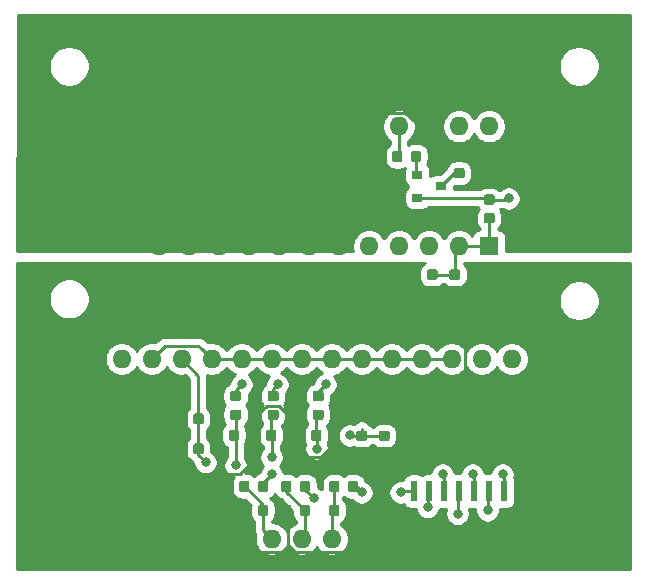
<source format=gtl>
G04 #@! TF.GenerationSoftware,KiCad,Pcbnew,5.1.5-52549c5~84~ubuntu18.04.1*
G04 #@! TF.CreationDate,2020-03-22T23:19:32-04:00*
G04 #@! TF.ProjectId,tcd1304_v1,74636431-3330-4345-9f76-312e6b696361,rev?*
G04 #@! TF.SameCoordinates,Original*
G04 #@! TF.FileFunction,Copper,L1,Top*
G04 #@! TF.FilePolarity,Positive*
%FSLAX46Y46*%
G04 Gerber Fmt 4.6, Leading zero omitted, Abs format (unit mm)*
G04 Created by KiCad (PCBNEW 5.1.5-52549c5~84~ubuntu18.04.1) date 2020-03-22 23:19:32*
%MOMM*%
%LPD*%
G04 APERTURE LIST*
%ADD10R,0.568000X1.741399*%
%ADD11O,1.600000X1.600000*%
%ADD12R,1.600000X1.600000*%
%ADD13C,0.100000*%
%ADD14R,0.900000X0.800000*%
%ADD15C,0.800000*%
%ADD16C,0.250000*%
%ADD17C,0.254000*%
G04 APERTURE END LIST*
D10*
X156845000Y-99466400D03*
X155575000Y-99466400D03*
X154305000Y-99466400D03*
X153035000Y-99466400D03*
X151765000Y-99466400D03*
X150495000Y-99466400D03*
X149225000Y-99466400D03*
X149225000Y-92303600D03*
X150495000Y-92303600D03*
X151765000Y-92303600D03*
X153035000Y-92303600D03*
X154305000Y-92303600D03*
X155575000Y-92303600D03*
X156845000Y-92303600D03*
D11*
X124460000Y-88265000D03*
X157480000Y-103505000D03*
X127000000Y-88265000D03*
X154940000Y-103505000D03*
X129540000Y-88265000D03*
X152400000Y-103505000D03*
X132080000Y-88265000D03*
X149860000Y-103505000D03*
X134620000Y-88265000D03*
X147320000Y-103505000D03*
X137160000Y-88265000D03*
X144780000Y-103505000D03*
X139700000Y-88265000D03*
X142240000Y-103505000D03*
X142240000Y-88265000D03*
X139700000Y-103505000D03*
X144780000Y-88265000D03*
X137160000Y-103505000D03*
X147320000Y-88265000D03*
X134620000Y-103505000D03*
X149860000Y-88265000D03*
X132080000Y-103505000D03*
X152400000Y-88265000D03*
X129540000Y-103505000D03*
X154940000Y-88265000D03*
X127000000Y-103505000D03*
X157480000Y-88265000D03*
D12*
X124460000Y-103505000D03*
X155575000Y-78740000D03*
D11*
X127635000Y-68580000D03*
X153035000Y-78740000D03*
X130175000Y-68580000D03*
X150495000Y-78740000D03*
X132715000Y-68580000D03*
X147955000Y-78740000D03*
X135255000Y-68580000D03*
X145415000Y-78740000D03*
X137795000Y-68580000D03*
X142875000Y-78740000D03*
X140335000Y-68580000D03*
X140335000Y-78740000D03*
X142875000Y-68580000D03*
X137795000Y-78740000D03*
X145415000Y-68580000D03*
X135255000Y-78740000D03*
X147955000Y-68580000D03*
X132715000Y-78740000D03*
X150495000Y-68580000D03*
X130175000Y-78740000D03*
X153035000Y-68580000D03*
X127635000Y-78740000D03*
X155575000Y-68580000D03*
G04 #@! TA.AperFunction,SMDPad,CuDef*
D13*
G36*
X134389691Y-90978053D02*
G01*
X134410926Y-90981203D01*
X134431750Y-90986419D01*
X134451962Y-90993651D01*
X134471368Y-91002830D01*
X134489781Y-91013866D01*
X134507024Y-91026654D01*
X134522930Y-91041070D01*
X134537346Y-91056976D01*
X134550134Y-91074219D01*
X134561170Y-91092632D01*
X134570349Y-91112038D01*
X134577581Y-91132250D01*
X134582797Y-91153074D01*
X134585947Y-91174309D01*
X134587000Y-91195750D01*
X134587000Y-91633250D01*
X134585947Y-91654691D01*
X134582797Y-91675926D01*
X134577581Y-91696750D01*
X134570349Y-91716962D01*
X134561170Y-91736368D01*
X134550134Y-91754781D01*
X134537346Y-91772024D01*
X134522930Y-91787930D01*
X134507024Y-91802346D01*
X134489781Y-91815134D01*
X134471368Y-91826170D01*
X134451962Y-91835349D01*
X134431750Y-91842581D01*
X134410926Y-91847797D01*
X134389691Y-91850947D01*
X134368250Y-91852000D01*
X133855750Y-91852000D01*
X133834309Y-91850947D01*
X133813074Y-91847797D01*
X133792250Y-91842581D01*
X133772038Y-91835349D01*
X133752632Y-91826170D01*
X133734219Y-91815134D01*
X133716976Y-91802346D01*
X133701070Y-91787930D01*
X133686654Y-91772024D01*
X133673866Y-91754781D01*
X133662830Y-91736368D01*
X133653651Y-91716962D01*
X133646419Y-91696750D01*
X133641203Y-91675926D01*
X133638053Y-91654691D01*
X133637000Y-91633250D01*
X133637000Y-91195750D01*
X133638053Y-91174309D01*
X133641203Y-91153074D01*
X133646419Y-91132250D01*
X133653651Y-91112038D01*
X133662830Y-91092632D01*
X133673866Y-91074219D01*
X133686654Y-91056976D01*
X133701070Y-91041070D01*
X133716976Y-91026654D01*
X133734219Y-91013866D01*
X133752632Y-91002830D01*
X133772038Y-90993651D01*
X133792250Y-90986419D01*
X133813074Y-90981203D01*
X133834309Y-90978053D01*
X133855750Y-90977000D01*
X134368250Y-90977000D01*
X134389691Y-90978053D01*
G37*
G04 #@! TD.AperFunction*
G04 #@! TA.AperFunction,SMDPad,CuDef*
G36*
X134389691Y-92553053D02*
G01*
X134410926Y-92556203D01*
X134431750Y-92561419D01*
X134451962Y-92568651D01*
X134471368Y-92577830D01*
X134489781Y-92588866D01*
X134507024Y-92601654D01*
X134522930Y-92616070D01*
X134537346Y-92631976D01*
X134550134Y-92649219D01*
X134561170Y-92667632D01*
X134570349Y-92687038D01*
X134577581Y-92707250D01*
X134582797Y-92728074D01*
X134585947Y-92749309D01*
X134587000Y-92770750D01*
X134587000Y-93208250D01*
X134585947Y-93229691D01*
X134582797Y-93250926D01*
X134577581Y-93271750D01*
X134570349Y-93291962D01*
X134561170Y-93311368D01*
X134550134Y-93329781D01*
X134537346Y-93347024D01*
X134522930Y-93362930D01*
X134507024Y-93377346D01*
X134489781Y-93390134D01*
X134471368Y-93401170D01*
X134451962Y-93410349D01*
X134431750Y-93417581D01*
X134410926Y-93422797D01*
X134389691Y-93425947D01*
X134368250Y-93427000D01*
X133855750Y-93427000D01*
X133834309Y-93425947D01*
X133813074Y-93422797D01*
X133792250Y-93417581D01*
X133772038Y-93410349D01*
X133752632Y-93401170D01*
X133734219Y-93390134D01*
X133716976Y-93377346D01*
X133701070Y-93362930D01*
X133686654Y-93347024D01*
X133673866Y-93329781D01*
X133662830Y-93311368D01*
X133653651Y-93291962D01*
X133646419Y-93271750D01*
X133641203Y-93250926D01*
X133638053Y-93229691D01*
X133637000Y-93208250D01*
X133637000Y-92770750D01*
X133638053Y-92749309D01*
X133641203Y-92728074D01*
X133646419Y-92707250D01*
X133653651Y-92687038D01*
X133662830Y-92667632D01*
X133673866Y-92649219D01*
X133686654Y-92631976D01*
X133701070Y-92616070D01*
X133716976Y-92601654D01*
X133734219Y-92588866D01*
X133752632Y-92577830D01*
X133772038Y-92568651D01*
X133792250Y-92561419D01*
X133813074Y-92556203D01*
X133834309Y-92553053D01*
X133855750Y-92552000D01*
X134368250Y-92552000D01*
X134389691Y-92553053D01*
G37*
G04 #@! TD.AperFunction*
G04 #@! TA.AperFunction,SMDPad,CuDef*
G36*
X137564691Y-90978053D02*
G01*
X137585926Y-90981203D01*
X137606750Y-90986419D01*
X137626962Y-90993651D01*
X137646368Y-91002830D01*
X137664781Y-91013866D01*
X137682024Y-91026654D01*
X137697930Y-91041070D01*
X137712346Y-91056976D01*
X137725134Y-91074219D01*
X137736170Y-91092632D01*
X137745349Y-91112038D01*
X137752581Y-91132250D01*
X137757797Y-91153074D01*
X137760947Y-91174309D01*
X137762000Y-91195750D01*
X137762000Y-91633250D01*
X137760947Y-91654691D01*
X137757797Y-91675926D01*
X137752581Y-91696750D01*
X137745349Y-91716962D01*
X137736170Y-91736368D01*
X137725134Y-91754781D01*
X137712346Y-91772024D01*
X137697930Y-91787930D01*
X137682024Y-91802346D01*
X137664781Y-91815134D01*
X137646368Y-91826170D01*
X137626962Y-91835349D01*
X137606750Y-91842581D01*
X137585926Y-91847797D01*
X137564691Y-91850947D01*
X137543250Y-91852000D01*
X137030750Y-91852000D01*
X137009309Y-91850947D01*
X136988074Y-91847797D01*
X136967250Y-91842581D01*
X136947038Y-91835349D01*
X136927632Y-91826170D01*
X136909219Y-91815134D01*
X136891976Y-91802346D01*
X136876070Y-91787930D01*
X136861654Y-91772024D01*
X136848866Y-91754781D01*
X136837830Y-91736368D01*
X136828651Y-91716962D01*
X136821419Y-91696750D01*
X136816203Y-91675926D01*
X136813053Y-91654691D01*
X136812000Y-91633250D01*
X136812000Y-91195750D01*
X136813053Y-91174309D01*
X136816203Y-91153074D01*
X136821419Y-91132250D01*
X136828651Y-91112038D01*
X136837830Y-91092632D01*
X136848866Y-91074219D01*
X136861654Y-91056976D01*
X136876070Y-91041070D01*
X136891976Y-91026654D01*
X136909219Y-91013866D01*
X136927632Y-91002830D01*
X136947038Y-90993651D01*
X136967250Y-90986419D01*
X136988074Y-90981203D01*
X137009309Y-90978053D01*
X137030750Y-90977000D01*
X137543250Y-90977000D01*
X137564691Y-90978053D01*
G37*
G04 #@! TD.AperFunction*
G04 #@! TA.AperFunction,SMDPad,CuDef*
G36*
X137564691Y-92553053D02*
G01*
X137585926Y-92556203D01*
X137606750Y-92561419D01*
X137626962Y-92568651D01*
X137646368Y-92577830D01*
X137664781Y-92588866D01*
X137682024Y-92601654D01*
X137697930Y-92616070D01*
X137712346Y-92631976D01*
X137725134Y-92649219D01*
X137736170Y-92667632D01*
X137745349Y-92687038D01*
X137752581Y-92707250D01*
X137757797Y-92728074D01*
X137760947Y-92749309D01*
X137762000Y-92770750D01*
X137762000Y-93208250D01*
X137760947Y-93229691D01*
X137757797Y-93250926D01*
X137752581Y-93271750D01*
X137745349Y-93291962D01*
X137736170Y-93311368D01*
X137725134Y-93329781D01*
X137712346Y-93347024D01*
X137697930Y-93362930D01*
X137682024Y-93377346D01*
X137664781Y-93390134D01*
X137646368Y-93401170D01*
X137626962Y-93410349D01*
X137606750Y-93417581D01*
X137585926Y-93422797D01*
X137564691Y-93425947D01*
X137543250Y-93427000D01*
X137030750Y-93427000D01*
X137009309Y-93425947D01*
X136988074Y-93422797D01*
X136967250Y-93417581D01*
X136947038Y-93410349D01*
X136927632Y-93401170D01*
X136909219Y-93390134D01*
X136891976Y-93377346D01*
X136876070Y-93362930D01*
X136861654Y-93347024D01*
X136848866Y-93329781D01*
X136837830Y-93311368D01*
X136828651Y-93291962D01*
X136821419Y-93271750D01*
X136816203Y-93250926D01*
X136813053Y-93229691D01*
X136812000Y-93208250D01*
X136812000Y-92770750D01*
X136813053Y-92749309D01*
X136816203Y-92728074D01*
X136821419Y-92707250D01*
X136828651Y-92687038D01*
X136837830Y-92667632D01*
X136848866Y-92649219D01*
X136861654Y-92631976D01*
X136876070Y-92616070D01*
X136891976Y-92601654D01*
X136909219Y-92588866D01*
X136927632Y-92577830D01*
X136947038Y-92568651D01*
X136967250Y-92561419D01*
X136988074Y-92556203D01*
X137009309Y-92553053D01*
X137030750Y-92552000D01*
X137543250Y-92552000D01*
X137564691Y-92553053D01*
G37*
G04 #@! TD.AperFunction*
G04 #@! TA.AperFunction,SMDPad,CuDef*
G36*
X141374691Y-90978053D02*
G01*
X141395926Y-90981203D01*
X141416750Y-90986419D01*
X141436962Y-90993651D01*
X141456368Y-91002830D01*
X141474781Y-91013866D01*
X141492024Y-91026654D01*
X141507930Y-91041070D01*
X141522346Y-91056976D01*
X141535134Y-91074219D01*
X141546170Y-91092632D01*
X141555349Y-91112038D01*
X141562581Y-91132250D01*
X141567797Y-91153074D01*
X141570947Y-91174309D01*
X141572000Y-91195750D01*
X141572000Y-91633250D01*
X141570947Y-91654691D01*
X141567797Y-91675926D01*
X141562581Y-91696750D01*
X141555349Y-91716962D01*
X141546170Y-91736368D01*
X141535134Y-91754781D01*
X141522346Y-91772024D01*
X141507930Y-91787930D01*
X141492024Y-91802346D01*
X141474781Y-91815134D01*
X141456368Y-91826170D01*
X141436962Y-91835349D01*
X141416750Y-91842581D01*
X141395926Y-91847797D01*
X141374691Y-91850947D01*
X141353250Y-91852000D01*
X140840750Y-91852000D01*
X140819309Y-91850947D01*
X140798074Y-91847797D01*
X140777250Y-91842581D01*
X140757038Y-91835349D01*
X140737632Y-91826170D01*
X140719219Y-91815134D01*
X140701976Y-91802346D01*
X140686070Y-91787930D01*
X140671654Y-91772024D01*
X140658866Y-91754781D01*
X140647830Y-91736368D01*
X140638651Y-91716962D01*
X140631419Y-91696750D01*
X140626203Y-91675926D01*
X140623053Y-91654691D01*
X140622000Y-91633250D01*
X140622000Y-91195750D01*
X140623053Y-91174309D01*
X140626203Y-91153074D01*
X140631419Y-91132250D01*
X140638651Y-91112038D01*
X140647830Y-91092632D01*
X140658866Y-91074219D01*
X140671654Y-91056976D01*
X140686070Y-91041070D01*
X140701976Y-91026654D01*
X140719219Y-91013866D01*
X140737632Y-91002830D01*
X140757038Y-90993651D01*
X140777250Y-90986419D01*
X140798074Y-90981203D01*
X140819309Y-90978053D01*
X140840750Y-90977000D01*
X141353250Y-90977000D01*
X141374691Y-90978053D01*
G37*
G04 #@! TD.AperFunction*
G04 #@! TA.AperFunction,SMDPad,CuDef*
G36*
X141374691Y-92553053D02*
G01*
X141395926Y-92556203D01*
X141416750Y-92561419D01*
X141436962Y-92568651D01*
X141456368Y-92577830D01*
X141474781Y-92588866D01*
X141492024Y-92601654D01*
X141507930Y-92616070D01*
X141522346Y-92631976D01*
X141535134Y-92649219D01*
X141546170Y-92667632D01*
X141555349Y-92687038D01*
X141562581Y-92707250D01*
X141567797Y-92728074D01*
X141570947Y-92749309D01*
X141572000Y-92770750D01*
X141572000Y-93208250D01*
X141570947Y-93229691D01*
X141567797Y-93250926D01*
X141562581Y-93271750D01*
X141555349Y-93291962D01*
X141546170Y-93311368D01*
X141535134Y-93329781D01*
X141522346Y-93347024D01*
X141507930Y-93362930D01*
X141492024Y-93377346D01*
X141474781Y-93390134D01*
X141456368Y-93401170D01*
X141436962Y-93410349D01*
X141416750Y-93417581D01*
X141395926Y-93422797D01*
X141374691Y-93425947D01*
X141353250Y-93427000D01*
X140840750Y-93427000D01*
X140819309Y-93425947D01*
X140798074Y-93422797D01*
X140777250Y-93417581D01*
X140757038Y-93410349D01*
X140737632Y-93401170D01*
X140719219Y-93390134D01*
X140701976Y-93377346D01*
X140686070Y-93362930D01*
X140671654Y-93347024D01*
X140658866Y-93329781D01*
X140647830Y-93311368D01*
X140638651Y-93291962D01*
X140631419Y-93271750D01*
X140626203Y-93250926D01*
X140623053Y-93229691D01*
X140622000Y-93208250D01*
X140622000Y-92770750D01*
X140623053Y-92749309D01*
X140626203Y-92728074D01*
X140631419Y-92707250D01*
X140638651Y-92687038D01*
X140647830Y-92667632D01*
X140658866Y-92649219D01*
X140671654Y-92631976D01*
X140686070Y-92616070D01*
X140701976Y-92601654D01*
X140719219Y-92588866D01*
X140737632Y-92577830D01*
X140757038Y-92568651D01*
X140777250Y-92561419D01*
X140798074Y-92556203D01*
X140819309Y-92553053D01*
X140840750Y-92552000D01*
X141353250Y-92552000D01*
X141374691Y-92553053D01*
G37*
G04 #@! TD.AperFunction*
G04 #@! TA.AperFunction,SMDPad,CuDef*
G36*
X135088691Y-98586053D02*
G01*
X135109926Y-98589203D01*
X135130750Y-98594419D01*
X135150962Y-98601651D01*
X135170368Y-98610830D01*
X135188781Y-98621866D01*
X135206024Y-98634654D01*
X135221930Y-98649070D01*
X135236346Y-98664976D01*
X135249134Y-98682219D01*
X135260170Y-98700632D01*
X135269349Y-98720038D01*
X135276581Y-98740250D01*
X135281797Y-98761074D01*
X135284947Y-98782309D01*
X135286000Y-98803750D01*
X135286000Y-99316250D01*
X135284947Y-99337691D01*
X135281797Y-99358926D01*
X135276581Y-99379750D01*
X135269349Y-99399962D01*
X135260170Y-99419368D01*
X135249134Y-99437781D01*
X135236346Y-99455024D01*
X135221930Y-99470930D01*
X135206024Y-99485346D01*
X135188781Y-99498134D01*
X135170368Y-99509170D01*
X135150962Y-99518349D01*
X135130750Y-99525581D01*
X135109926Y-99530797D01*
X135088691Y-99533947D01*
X135067250Y-99535000D01*
X134629750Y-99535000D01*
X134608309Y-99533947D01*
X134587074Y-99530797D01*
X134566250Y-99525581D01*
X134546038Y-99518349D01*
X134526632Y-99509170D01*
X134508219Y-99498134D01*
X134490976Y-99485346D01*
X134475070Y-99470930D01*
X134460654Y-99455024D01*
X134447866Y-99437781D01*
X134436830Y-99419368D01*
X134427651Y-99399962D01*
X134420419Y-99379750D01*
X134415203Y-99358926D01*
X134412053Y-99337691D01*
X134411000Y-99316250D01*
X134411000Y-98803750D01*
X134412053Y-98782309D01*
X134415203Y-98761074D01*
X134420419Y-98740250D01*
X134427651Y-98720038D01*
X134436830Y-98700632D01*
X134447866Y-98682219D01*
X134460654Y-98664976D01*
X134475070Y-98649070D01*
X134490976Y-98634654D01*
X134508219Y-98621866D01*
X134526632Y-98610830D01*
X134546038Y-98601651D01*
X134566250Y-98594419D01*
X134587074Y-98589203D01*
X134608309Y-98586053D01*
X134629750Y-98585000D01*
X135067250Y-98585000D01*
X135088691Y-98586053D01*
G37*
G04 #@! TD.AperFunction*
G04 #@! TA.AperFunction,SMDPad,CuDef*
G36*
X136663691Y-98586053D02*
G01*
X136684926Y-98589203D01*
X136705750Y-98594419D01*
X136725962Y-98601651D01*
X136745368Y-98610830D01*
X136763781Y-98621866D01*
X136781024Y-98634654D01*
X136796930Y-98649070D01*
X136811346Y-98664976D01*
X136824134Y-98682219D01*
X136835170Y-98700632D01*
X136844349Y-98720038D01*
X136851581Y-98740250D01*
X136856797Y-98761074D01*
X136859947Y-98782309D01*
X136861000Y-98803750D01*
X136861000Y-99316250D01*
X136859947Y-99337691D01*
X136856797Y-99358926D01*
X136851581Y-99379750D01*
X136844349Y-99399962D01*
X136835170Y-99419368D01*
X136824134Y-99437781D01*
X136811346Y-99455024D01*
X136796930Y-99470930D01*
X136781024Y-99485346D01*
X136763781Y-99498134D01*
X136745368Y-99509170D01*
X136725962Y-99518349D01*
X136705750Y-99525581D01*
X136684926Y-99530797D01*
X136663691Y-99533947D01*
X136642250Y-99535000D01*
X136204750Y-99535000D01*
X136183309Y-99533947D01*
X136162074Y-99530797D01*
X136141250Y-99525581D01*
X136121038Y-99518349D01*
X136101632Y-99509170D01*
X136083219Y-99498134D01*
X136065976Y-99485346D01*
X136050070Y-99470930D01*
X136035654Y-99455024D01*
X136022866Y-99437781D01*
X136011830Y-99419368D01*
X136002651Y-99399962D01*
X135995419Y-99379750D01*
X135990203Y-99358926D01*
X135987053Y-99337691D01*
X135986000Y-99316250D01*
X135986000Y-98803750D01*
X135987053Y-98782309D01*
X135990203Y-98761074D01*
X135995419Y-98740250D01*
X136002651Y-98720038D01*
X136011830Y-98700632D01*
X136022866Y-98682219D01*
X136035654Y-98664976D01*
X136050070Y-98649070D01*
X136065976Y-98634654D01*
X136083219Y-98621866D01*
X136101632Y-98610830D01*
X136121038Y-98601651D01*
X136141250Y-98594419D01*
X136162074Y-98589203D01*
X136183309Y-98586053D01*
X136204750Y-98585000D01*
X136642250Y-98585000D01*
X136663691Y-98586053D01*
G37*
G04 #@! TD.AperFunction*
G04 #@! TA.AperFunction,SMDPad,CuDef*
G36*
X140219691Y-98586053D02*
G01*
X140240926Y-98589203D01*
X140261750Y-98594419D01*
X140281962Y-98601651D01*
X140301368Y-98610830D01*
X140319781Y-98621866D01*
X140337024Y-98634654D01*
X140352930Y-98649070D01*
X140367346Y-98664976D01*
X140380134Y-98682219D01*
X140391170Y-98700632D01*
X140400349Y-98720038D01*
X140407581Y-98740250D01*
X140412797Y-98761074D01*
X140415947Y-98782309D01*
X140417000Y-98803750D01*
X140417000Y-99316250D01*
X140415947Y-99337691D01*
X140412797Y-99358926D01*
X140407581Y-99379750D01*
X140400349Y-99399962D01*
X140391170Y-99419368D01*
X140380134Y-99437781D01*
X140367346Y-99455024D01*
X140352930Y-99470930D01*
X140337024Y-99485346D01*
X140319781Y-99498134D01*
X140301368Y-99509170D01*
X140281962Y-99518349D01*
X140261750Y-99525581D01*
X140240926Y-99530797D01*
X140219691Y-99533947D01*
X140198250Y-99535000D01*
X139760750Y-99535000D01*
X139739309Y-99533947D01*
X139718074Y-99530797D01*
X139697250Y-99525581D01*
X139677038Y-99518349D01*
X139657632Y-99509170D01*
X139639219Y-99498134D01*
X139621976Y-99485346D01*
X139606070Y-99470930D01*
X139591654Y-99455024D01*
X139578866Y-99437781D01*
X139567830Y-99419368D01*
X139558651Y-99399962D01*
X139551419Y-99379750D01*
X139546203Y-99358926D01*
X139543053Y-99337691D01*
X139542000Y-99316250D01*
X139542000Y-98803750D01*
X139543053Y-98782309D01*
X139546203Y-98761074D01*
X139551419Y-98740250D01*
X139558651Y-98720038D01*
X139567830Y-98700632D01*
X139578866Y-98682219D01*
X139591654Y-98664976D01*
X139606070Y-98649070D01*
X139621976Y-98634654D01*
X139639219Y-98621866D01*
X139657632Y-98610830D01*
X139677038Y-98601651D01*
X139697250Y-98594419D01*
X139718074Y-98589203D01*
X139739309Y-98586053D01*
X139760750Y-98585000D01*
X140198250Y-98585000D01*
X140219691Y-98586053D01*
G37*
G04 #@! TD.AperFunction*
G04 #@! TA.AperFunction,SMDPad,CuDef*
G36*
X138644691Y-98586053D02*
G01*
X138665926Y-98589203D01*
X138686750Y-98594419D01*
X138706962Y-98601651D01*
X138726368Y-98610830D01*
X138744781Y-98621866D01*
X138762024Y-98634654D01*
X138777930Y-98649070D01*
X138792346Y-98664976D01*
X138805134Y-98682219D01*
X138816170Y-98700632D01*
X138825349Y-98720038D01*
X138832581Y-98740250D01*
X138837797Y-98761074D01*
X138840947Y-98782309D01*
X138842000Y-98803750D01*
X138842000Y-99316250D01*
X138840947Y-99337691D01*
X138837797Y-99358926D01*
X138832581Y-99379750D01*
X138825349Y-99399962D01*
X138816170Y-99419368D01*
X138805134Y-99437781D01*
X138792346Y-99455024D01*
X138777930Y-99470930D01*
X138762024Y-99485346D01*
X138744781Y-99498134D01*
X138726368Y-99509170D01*
X138706962Y-99518349D01*
X138686750Y-99525581D01*
X138665926Y-99530797D01*
X138644691Y-99533947D01*
X138623250Y-99535000D01*
X138185750Y-99535000D01*
X138164309Y-99533947D01*
X138143074Y-99530797D01*
X138122250Y-99525581D01*
X138102038Y-99518349D01*
X138082632Y-99509170D01*
X138064219Y-99498134D01*
X138046976Y-99485346D01*
X138031070Y-99470930D01*
X138016654Y-99455024D01*
X138003866Y-99437781D01*
X137992830Y-99419368D01*
X137983651Y-99399962D01*
X137976419Y-99379750D01*
X137971203Y-99358926D01*
X137968053Y-99337691D01*
X137967000Y-99316250D01*
X137967000Y-98803750D01*
X137968053Y-98782309D01*
X137971203Y-98761074D01*
X137976419Y-98740250D01*
X137983651Y-98720038D01*
X137992830Y-98700632D01*
X138003866Y-98682219D01*
X138016654Y-98664976D01*
X138031070Y-98649070D01*
X138046976Y-98634654D01*
X138064219Y-98621866D01*
X138082632Y-98610830D01*
X138102038Y-98601651D01*
X138122250Y-98594419D01*
X138143074Y-98589203D01*
X138164309Y-98586053D01*
X138185750Y-98585000D01*
X138623250Y-98585000D01*
X138644691Y-98586053D01*
G37*
G04 #@! TD.AperFunction*
G04 #@! TA.AperFunction,SMDPad,CuDef*
G36*
X144283691Y-98586053D02*
G01*
X144304926Y-98589203D01*
X144325750Y-98594419D01*
X144345962Y-98601651D01*
X144365368Y-98610830D01*
X144383781Y-98621866D01*
X144401024Y-98634654D01*
X144416930Y-98649070D01*
X144431346Y-98664976D01*
X144444134Y-98682219D01*
X144455170Y-98700632D01*
X144464349Y-98720038D01*
X144471581Y-98740250D01*
X144476797Y-98761074D01*
X144479947Y-98782309D01*
X144481000Y-98803750D01*
X144481000Y-99316250D01*
X144479947Y-99337691D01*
X144476797Y-99358926D01*
X144471581Y-99379750D01*
X144464349Y-99399962D01*
X144455170Y-99419368D01*
X144444134Y-99437781D01*
X144431346Y-99455024D01*
X144416930Y-99470930D01*
X144401024Y-99485346D01*
X144383781Y-99498134D01*
X144365368Y-99509170D01*
X144345962Y-99518349D01*
X144325750Y-99525581D01*
X144304926Y-99530797D01*
X144283691Y-99533947D01*
X144262250Y-99535000D01*
X143824750Y-99535000D01*
X143803309Y-99533947D01*
X143782074Y-99530797D01*
X143761250Y-99525581D01*
X143741038Y-99518349D01*
X143721632Y-99509170D01*
X143703219Y-99498134D01*
X143685976Y-99485346D01*
X143670070Y-99470930D01*
X143655654Y-99455024D01*
X143642866Y-99437781D01*
X143631830Y-99419368D01*
X143622651Y-99399962D01*
X143615419Y-99379750D01*
X143610203Y-99358926D01*
X143607053Y-99337691D01*
X143606000Y-99316250D01*
X143606000Y-98803750D01*
X143607053Y-98782309D01*
X143610203Y-98761074D01*
X143615419Y-98740250D01*
X143622651Y-98720038D01*
X143631830Y-98700632D01*
X143642866Y-98682219D01*
X143655654Y-98664976D01*
X143670070Y-98649070D01*
X143685976Y-98634654D01*
X143703219Y-98621866D01*
X143721632Y-98610830D01*
X143741038Y-98601651D01*
X143761250Y-98594419D01*
X143782074Y-98589203D01*
X143803309Y-98586053D01*
X143824750Y-98585000D01*
X144262250Y-98585000D01*
X144283691Y-98586053D01*
G37*
G04 #@! TD.AperFunction*
G04 #@! TA.AperFunction,SMDPad,CuDef*
G36*
X142708691Y-98586053D02*
G01*
X142729926Y-98589203D01*
X142750750Y-98594419D01*
X142770962Y-98601651D01*
X142790368Y-98610830D01*
X142808781Y-98621866D01*
X142826024Y-98634654D01*
X142841930Y-98649070D01*
X142856346Y-98664976D01*
X142869134Y-98682219D01*
X142880170Y-98700632D01*
X142889349Y-98720038D01*
X142896581Y-98740250D01*
X142901797Y-98761074D01*
X142904947Y-98782309D01*
X142906000Y-98803750D01*
X142906000Y-99316250D01*
X142904947Y-99337691D01*
X142901797Y-99358926D01*
X142896581Y-99379750D01*
X142889349Y-99399962D01*
X142880170Y-99419368D01*
X142869134Y-99437781D01*
X142856346Y-99455024D01*
X142841930Y-99470930D01*
X142826024Y-99485346D01*
X142808781Y-99498134D01*
X142790368Y-99509170D01*
X142770962Y-99518349D01*
X142750750Y-99525581D01*
X142729926Y-99530797D01*
X142708691Y-99533947D01*
X142687250Y-99535000D01*
X142249750Y-99535000D01*
X142228309Y-99533947D01*
X142207074Y-99530797D01*
X142186250Y-99525581D01*
X142166038Y-99518349D01*
X142146632Y-99509170D01*
X142128219Y-99498134D01*
X142110976Y-99485346D01*
X142095070Y-99470930D01*
X142080654Y-99455024D01*
X142067866Y-99437781D01*
X142056830Y-99419368D01*
X142047651Y-99399962D01*
X142040419Y-99379750D01*
X142035203Y-99358926D01*
X142032053Y-99337691D01*
X142031000Y-99316250D01*
X142031000Y-98803750D01*
X142032053Y-98782309D01*
X142035203Y-98761074D01*
X142040419Y-98740250D01*
X142047651Y-98720038D01*
X142056830Y-98700632D01*
X142067866Y-98682219D01*
X142080654Y-98664976D01*
X142095070Y-98649070D01*
X142110976Y-98634654D01*
X142128219Y-98621866D01*
X142146632Y-98610830D01*
X142166038Y-98601651D01*
X142186250Y-98594419D01*
X142207074Y-98589203D01*
X142228309Y-98586053D01*
X142249750Y-98585000D01*
X142687250Y-98585000D01*
X142708691Y-98586053D01*
G37*
G04 #@! TD.AperFunction*
G04 #@! TA.AperFunction,SMDPad,CuDef*
G36*
X151026691Y-80691053D02*
G01*
X151047926Y-80694203D01*
X151068750Y-80699419D01*
X151088962Y-80706651D01*
X151108368Y-80715830D01*
X151126781Y-80726866D01*
X151144024Y-80739654D01*
X151159930Y-80754070D01*
X151174346Y-80769976D01*
X151187134Y-80787219D01*
X151198170Y-80805632D01*
X151207349Y-80825038D01*
X151214581Y-80845250D01*
X151219797Y-80866074D01*
X151222947Y-80887309D01*
X151224000Y-80908750D01*
X151224000Y-81346250D01*
X151222947Y-81367691D01*
X151219797Y-81388926D01*
X151214581Y-81409750D01*
X151207349Y-81429962D01*
X151198170Y-81449368D01*
X151187134Y-81467781D01*
X151174346Y-81485024D01*
X151159930Y-81500930D01*
X151144024Y-81515346D01*
X151126781Y-81528134D01*
X151108368Y-81539170D01*
X151088962Y-81548349D01*
X151068750Y-81555581D01*
X151047926Y-81560797D01*
X151026691Y-81563947D01*
X151005250Y-81565000D01*
X150492750Y-81565000D01*
X150471309Y-81563947D01*
X150450074Y-81560797D01*
X150429250Y-81555581D01*
X150409038Y-81548349D01*
X150389632Y-81539170D01*
X150371219Y-81528134D01*
X150353976Y-81515346D01*
X150338070Y-81500930D01*
X150323654Y-81485024D01*
X150310866Y-81467781D01*
X150299830Y-81449368D01*
X150290651Y-81429962D01*
X150283419Y-81409750D01*
X150278203Y-81388926D01*
X150275053Y-81367691D01*
X150274000Y-81346250D01*
X150274000Y-80908750D01*
X150275053Y-80887309D01*
X150278203Y-80866074D01*
X150283419Y-80845250D01*
X150290651Y-80825038D01*
X150299830Y-80805632D01*
X150310866Y-80787219D01*
X150323654Y-80769976D01*
X150338070Y-80754070D01*
X150353976Y-80739654D01*
X150371219Y-80726866D01*
X150389632Y-80715830D01*
X150409038Y-80706651D01*
X150429250Y-80699419D01*
X150450074Y-80694203D01*
X150471309Y-80691053D01*
X150492750Y-80690000D01*
X151005250Y-80690000D01*
X151026691Y-80691053D01*
G37*
G04 #@! TD.AperFunction*
G04 #@! TA.AperFunction,SMDPad,CuDef*
G36*
X151026691Y-82266053D02*
G01*
X151047926Y-82269203D01*
X151068750Y-82274419D01*
X151088962Y-82281651D01*
X151108368Y-82290830D01*
X151126781Y-82301866D01*
X151144024Y-82314654D01*
X151159930Y-82329070D01*
X151174346Y-82344976D01*
X151187134Y-82362219D01*
X151198170Y-82380632D01*
X151207349Y-82400038D01*
X151214581Y-82420250D01*
X151219797Y-82441074D01*
X151222947Y-82462309D01*
X151224000Y-82483750D01*
X151224000Y-82921250D01*
X151222947Y-82942691D01*
X151219797Y-82963926D01*
X151214581Y-82984750D01*
X151207349Y-83004962D01*
X151198170Y-83024368D01*
X151187134Y-83042781D01*
X151174346Y-83060024D01*
X151159930Y-83075930D01*
X151144024Y-83090346D01*
X151126781Y-83103134D01*
X151108368Y-83114170D01*
X151088962Y-83123349D01*
X151068750Y-83130581D01*
X151047926Y-83135797D01*
X151026691Y-83138947D01*
X151005250Y-83140000D01*
X150492750Y-83140000D01*
X150471309Y-83138947D01*
X150450074Y-83135797D01*
X150429250Y-83130581D01*
X150409038Y-83123349D01*
X150389632Y-83114170D01*
X150371219Y-83103134D01*
X150353976Y-83090346D01*
X150338070Y-83075930D01*
X150323654Y-83060024D01*
X150310866Y-83042781D01*
X150299830Y-83024368D01*
X150290651Y-83004962D01*
X150283419Y-82984750D01*
X150278203Y-82963926D01*
X150275053Y-82942691D01*
X150274000Y-82921250D01*
X150274000Y-82483750D01*
X150275053Y-82462309D01*
X150278203Y-82441074D01*
X150283419Y-82420250D01*
X150290651Y-82400038D01*
X150299830Y-82380632D01*
X150310866Y-82362219D01*
X150323654Y-82344976D01*
X150338070Y-82329070D01*
X150353976Y-82314654D01*
X150371219Y-82301866D01*
X150389632Y-82290830D01*
X150409038Y-82281651D01*
X150429250Y-82274419D01*
X150450074Y-82269203D01*
X150471309Y-82266053D01*
X150492750Y-82265000D01*
X151005250Y-82265000D01*
X151026691Y-82266053D01*
G37*
G04 #@! TD.AperFunction*
G04 #@! TA.AperFunction,SMDPad,CuDef*
G36*
X152931691Y-80691053D02*
G01*
X152952926Y-80694203D01*
X152973750Y-80699419D01*
X152993962Y-80706651D01*
X153013368Y-80715830D01*
X153031781Y-80726866D01*
X153049024Y-80739654D01*
X153064930Y-80754070D01*
X153079346Y-80769976D01*
X153092134Y-80787219D01*
X153103170Y-80805632D01*
X153112349Y-80825038D01*
X153119581Y-80845250D01*
X153124797Y-80866074D01*
X153127947Y-80887309D01*
X153129000Y-80908750D01*
X153129000Y-81346250D01*
X153127947Y-81367691D01*
X153124797Y-81388926D01*
X153119581Y-81409750D01*
X153112349Y-81429962D01*
X153103170Y-81449368D01*
X153092134Y-81467781D01*
X153079346Y-81485024D01*
X153064930Y-81500930D01*
X153049024Y-81515346D01*
X153031781Y-81528134D01*
X153013368Y-81539170D01*
X152993962Y-81548349D01*
X152973750Y-81555581D01*
X152952926Y-81560797D01*
X152931691Y-81563947D01*
X152910250Y-81565000D01*
X152397750Y-81565000D01*
X152376309Y-81563947D01*
X152355074Y-81560797D01*
X152334250Y-81555581D01*
X152314038Y-81548349D01*
X152294632Y-81539170D01*
X152276219Y-81528134D01*
X152258976Y-81515346D01*
X152243070Y-81500930D01*
X152228654Y-81485024D01*
X152215866Y-81467781D01*
X152204830Y-81449368D01*
X152195651Y-81429962D01*
X152188419Y-81409750D01*
X152183203Y-81388926D01*
X152180053Y-81367691D01*
X152179000Y-81346250D01*
X152179000Y-80908750D01*
X152180053Y-80887309D01*
X152183203Y-80866074D01*
X152188419Y-80845250D01*
X152195651Y-80825038D01*
X152204830Y-80805632D01*
X152215866Y-80787219D01*
X152228654Y-80769976D01*
X152243070Y-80754070D01*
X152258976Y-80739654D01*
X152276219Y-80726866D01*
X152294632Y-80715830D01*
X152314038Y-80706651D01*
X152334250Y-80699419D01*
X152355074Y-80694203D01*
X152376309Y-80691053D01*
X152397750Y-80690000D01*
X152910250Y-80690000D01*
X152931691Y-80691053D01*
G37*
G04 #@! TD.AperFunction*
G04 #@! TA.AperFunction,SMDPad,CuDef*
G36*
X152931691Y-82266053D02*
G01*
X152952926Y-82269203D01*
X152973750Y-82274419D01*
X152993962Y-82281651D01*
X153013368Y-82290830D01*
X153031781Y-82301866D01*
X153049024Y-82314654D01*
X153064930Y-82329070D01*
X153079346Y-82344976D01*
X153092134Y-82362219D01*
X153103170Y-82380632D01*
X153112349Y-82400038D01*
X153119581Y-82420250D01*
X153124797Y-82441074D01*
X153127947Y-82462309D01*
X153129000Y-82483750D01*
X153129000Y-82921250D01*
X153127947Y-82942691D01*
X153124797Y-82963926D01*
X153119581Y-82984750D01*
X153112349Y-83004962D01*
X153103170Y-83024368D01*
X153092134Y-83042781D01*
X153079346Y-83060024D01*
X153064930Y-83075930D01*
X153049024Y-83090346D01*
X153031781Y-83103134D01*
X153013368Y-83114170D01*
X152993962Y-83123349D01*
X152973750Y-83130581D01*
X152952926Y-83135797D01*
X152931691Y-83138947D01*
X152910250Y-83140000D01*
X152397750Y-83140000D01*
X152376309Y-83138947D01*
X152355074Y-83135797D01*
X152334250Y-83130581D01*
X152314038Y-83123349D01*
X152294632Y-83114170D01*
X152276219Y-83103134D01*
X152258976Y-83090346D01*
X152243070Y-83075930D01*
X152228654Y-83060024D01*
X152215866Y-83042781D01*
X152204830Y-83024368D01*
X152195651Y-83004962D01*
X152188419Y-82984750D01*
X152183203Y-82963926D01*
X152180053Y-82942691D01*
X152179000Y-82921250D01*
X152179000Y-82483750D01*
X152180053Y-82462309D01*
X152183203Y-82441074D01*
X152188419Y-82420250D01*
X152195651Y-82400038D01*
X152204830Y-82380632D01*
X152215866Y-82362219D01*
X152228654Y-82344976D01*
X152243070Y-82329070D01*
X152258976Y-82314654D01*
X152276219Y-82301866D01*
X152294632Y-82290830D01*
X152314038Y-82281651D01*
X152334250Y-82274419D01*
X152355074Y-82269203D01*
X152376309Y-82266053D01*
X152397750Y-82265000D01*
X152910250Y-82265000D01*
X152931691Y-82266053D01*
G37*
G04 #@! TD.AperFunction*
G04 #@! TA.AperFunction,SMDPad,CuDef*
G36*
X134199691Y-94268053D02*
G01*
X134220926Y-94271203D01*
X134241750Y-94276419D01*
X134261962Y-94283651D01*
X134281368Y-94292830D01*
X134299781Y-94303866D01*
X134317024Y-94316654D01*
X134332930Y-94331070D01*
X134347346Y-94346976D01*
X134360134Y-94364219D01*
X134371170Y-94382632D01*
X134380349Y-94402038D01*
X134387581Y-94422250D01*
X134392797Y-94443074D01*
X134395947Y-94464309D01*
X134397000Y-94485750D01*
X134397000Y-94998250D01*
X134395947Y-95019691D01*
X134392797Y-95040926D01*
X134387581Y-95061750D01*
X134380349Y-95081962D01*
X134371170Y-95101368D01*
X134360134Y-95119781D01*
X134347346Y-95137024D01*
X134332930Y-95152930D01*
X134317024Y-95167346D01*
X134299781Y-95180134D01*
X134281368Y-95191170D01*
X134261962Y-95200349D01*
X134241750Y-95207581D01*
X134220926Y-95212797D01*
X134199691Y-95215947D01*
X134178250Y-95217000D01*
X133740750Y-95217000D01*
X133719309Y-95215947D01*
X133698074Y-95212797D01*
X133677250Y-95207581D01*
X133657038Y-95200349D01*
X133637632Y-95191170D01*
X133619219Y-95180134D01*
X133601976Y-95167346D01*
X133586070Y-95152930D01*
X133571654Y-95137024D01*
X133558866Y-95119781D01*
X133547830Y-95101368D01*
X133538651Y-95081962D01*
X133531419Y-95061750D01*
X133526203Y-95040926D01*
X133523053Y-95019691D01*
X133522000Y-94998250D01*
X133522000Y-94485750D01*
X133523053Y-94464309D01*
X133526203Y-94443074D01*
X133531419Y-94422250D01*
X133538651Y-94402038D01*
X133547830Y-94382632D01*
X133558866Y-94364219D01*
X133571654Y-94346976D01*
X133586070Y-94331070D01*
X133601976Y-94316654D01*
X133619219Y-94303866D01*
X133637632Y-94292830D01*
X133657038Y-94283651D01*
X133677250Y-94276419D01*
X133698074Y-94271203D01*
X133719309Y-94268053D01*
X133740750Y-94267000D01*
X134178250Y-94267000D01*
X134199691Y-94268053D01*
G37*
G04 #@! TD.AperFunction*
G04 #@! TA.AperFunction,SMDPad,CuDef*
G36*
X135774691Y-94268053D02*
G01*
X135795926Y-94271203D01*
X135816750Y-94276419D01*
X135836962Y-94283651D01*
X135856368Y-94292830D01*
X135874781Y-94303866D01*
X135892024Y-94316654D01*
X135907930Y-94331070D01*
X135922346Y-94346976D01*
X135935134Y-94364219D01*
X135946170Y-94382632D01*
X135955349Y-94402038D01*
X135962581Y-94422250D01*
X135967797Y-94443074D01*
X135970947Y-94464309D01*
X135972000Y-94485750D01*
X135972000Y-94998250D01*
X135970947Y-95019691D01*
X135967797Y-95040926D01*
X135962581Y-95061750D01*
X135955349Y-95081962D01*
X135946170Y-95101368D01*
X135935134Y-95119781D01*
X135922346Y-95137024D01*
X135907930Y-95152930D01*
X135892024Y-95167346D01*
X135874781Y-95180134D01*
X135856368Y-95191170D01*
X135836962Y-95200349D01*
X135816750Y-95207581D01*
X135795926Y-95212797D01*
X135774691Y-95215947D01*
X135753250Y-95217000D01*
X135315750Y-95217000D01*
X135294309Y-95215947D01*
X135273074Y-95212797D01*
X135252250Y-95207581D01*
X135232038Y-95200349D01*
X135212632Y-95191170D01*
X135194219Y-95180134D01*
X135176976Y-95167346D01*
X135161070Y-95152930D01*
X135146654Y-95137024D01*
X135133866Y-95119781D01*
X135122830Y-95101368D01*
X135113651Y-95081962D01*
X135106419Y-95061750D01*
X135101203Y-95040926D01*
X135098053Y-95019691D01*
X135097000Y-94998250D01*
X135097000Y-94485750D01*
X135098053Y-94464309D01*
X135101203Y-94443074D01*
X135106419Y-94422250D01*
X135113651Y-94402038D01*
X135122830Y-94382632D01*
X135133866Y-94364219D01*
X135146654Y-94346976D01*
X135161070Y-94331070D01*
X135176976Y-94316654D01*
X135194219Y-94303866D01*
X135212632Y-94292830D01*
X135232038Y-94283651D01*
X135252250Y-94276419D01*
X135273074Y-94271203D01*
X135294309Y-94268053D01*
X135315750Y-94267000D01*
X135753250Y-94267000D01*
X135774691Y-94268053D01*
G37*
G04 #@! TD.AperFunction*
G04 #@! TA.AperFunction,SMDPad,CuDef*
G36*
X137374691Y-94268053D02*
G01*
X137395926Y-94271203D01*
X137416750Y-94276419D01*
X137436962Y-94283651D01*
X137456368Y-94292830D01*
X137474781Y-94303866D01*
X137492024Y-94316654D01*
X137507930Y-94331070D01*
X137522346Y-94346976D01*
X137535134Y-94364219D01*
X137546170Y-94382632D01*
X137555349Y-94402038D01*
X137562581Y-94422250D01*
X137567797Y-94443074D01*
X137570947Y-94464309D01*
X137572000Y-94485750D01*
X137572000Y-94998250D01*
X137570947Y-95019691D01*
X137567797Y-95040926D01*
X137562581Y-95061750D01*
X137555349Y-95081962D01*
X137546170Y-95101368D01*
X137535134Y-95119781D01*
X137522346Y-95137024D01*
X137507930Y-95152930D01*
X137492024Y-95167346D01*
X137474781Y-95180134D01*
X137456368Y-95191170D01*
X137436962Y-95200349D01*
X137416750Y-95207581D01*
X137395926Y-95212797D01*
X137374691Y-95215947D01*
X137353250Y-95217000D01*
X136915750Y-95217000D01*
X136894309Y-95215947D01*
X136873074Y-95212797D01*
X136852250Y-95207581D01*
X136832038Y-95200349D01*
X136812632Y-95191170D01*
X136794219Y-95180134D01*
X136776976Y-95167346D01*
X136761070Y-95152930D01*
X136746654Y-95137024D01*
X136733866Y-95119781D01*
X136722830Y-95101368D01*
X136713651Y-95081962D01*
X136706419Y-95061750D01*
X136701203Y-95040926D01*
X136698053Y-95019691D01*
X136697000Y-94998250D01*
X136697000Y-94485750D01*
X136698053Y-94464309D01*
X136701203Y-94443074D01*
X136706419Y-94422250D01*
X136713651Y-94402038D01*
X136722830Y-94382632D01*
X136733866Y-94364219D01*
X136746654Y-94346976D01*
X136761070Y-94331070D01*
X136776976Y-94316654D01*
X136794219Y-94303866D01*
X136812632Y-94292830D01*
X136832038Y-94283651D01*
X136852250Y-94276419D01*
X136873074Y-94271203D01*
X136894309Y-94268053D01*
X136915750Y-94267000D01*
X137353250Y-94267000D01*
X137374691Y-94268053D01*
G37*
G04 #@! TD.AperFunction*
G04 #@! TA.AperFunction,SMDPad,CuDef*
G36*
X138949691Y-94268053D02*
G01*
X138970926Y-94271203D01*
X138991750Y-94276419D01*
X139011962Y-94283651D01*
X139031368Y-94292830D01*
X139049781Y-94303866D01*
X139067024Y-94316654D01*
X139082930Y-94331070D01*
X139097346Y-94346976D01*
X139110134Y-94364219D01*
X139121170Y-94382632D01*
X139130349Y-94402038D01*
X139137581Y-94422250D01*
X139142797Y-94443074D01*
X139145947Y-94464309D01*
X139147000Y-94485750D01*
X139147000Y-94998250D01*
X139145947Y-95019691D01*
X139142797Y-95040926D01*
X139137581Y-95061750D01*
X139130349Y-95081962D01*
X139121170Y-95101368D01*
X139110134Y-95119781D01*
X139097346Y-95137024D01*
X139082930Y-95152930D01*
X139067024Y-95167346D01*
X139049781Y-95180134D01*
X139031368Y-95191170D01*
X139011962Y-95200349D01*
X138991750Y-95207581D01*
X138970926Y-95212797D01*
X138949691Y-95215947D01*
X138928250Y-95217000D01*
X138490750Y-95217000D01*
X138469309Y-95215947D01*
X138448074Y-95212797D01*
X138427250Y-95207581D01*
X138407038Y-95200349D01*
X138387632Y-95191170D01*
X138369219Y-95180134D01*
X138351976Y-95167346D01*
X138336070Y-95152930D01*
X138321654Y-95137024D01*
X138308866Y-95119781D01*
X138297830Y-95101368D01*
X138288651Y-95081962D01*
X138281419Y-95061750D01*
X138276203Y-95040926D01*
X138273053Y-95019691D01*
X138272000Y-94998250D01*
X138272000Y-94485750D01*
X138273053Y-94464309D01*
X138276203Y-94443074D01*
X138281419Y-94422250D01*
X138288651Y-94402038D01*
X138297830Y-94382632D01*
X138308866Y-94364219D01*
X138321654Y-94346976D01*
X138336070Y-94331070D01*
X138351976Y-94316654D01*
X138369219Y-94303866D01*
X138387632Y-94292830D01*
X138407038Y-94283651D01*
X138427250Y-94276419D01*
X138448074Y-94271203D01*
X138469309Y-94268053D01*
X138490750Y-94267000D01*
X138928250Y-94267000D01*
X138949691Y-94268053D01*
G37*
G04 #@! TD.AperFunction*
G04 #@! TA.AperFunction,SMDPad,CuDef*
G36*
X141184691Y-94268053D02*
G01*
X141205926Y-94271203D01*
X141226750Y-94276419D01*
X141246962Y-94283651D01*
X141266368Y-94292830D01*
X141284781Y-94303866D01*
X141302024Y-94316654D01*
X141317930Y-94331070D01*
X141332346Y-94346976D01*
X141345134Y-94364219D01*
X141356170Y-94382632D01*
X141365349Y-94402038D01*
X141372581Y-94422250D01*
X141377797Y-94443074D01*
X141380947Y-94464309D01*
X141382000Y-94485750D01*
X141382000Y-94998250D01*
X141380947Y-95019691D01*
X141377797Y-95040926D01*
X141372581Y-95061750D01*
X141365349Y-95081962D01*
X141356170Y-95101368D01*
X141345134Y-95119781D01*
X141332346Y-95137024D01*
X141317930Y-95152930D01*
X141302024Y-95167346D01*
X141284781Y-95180134D01*
X141266368Y-95191170D01*
X141246962Y-95200349D01*
X141226750Y-95207581D01*
X141205926Y-95212797D01*
X141184691Y-95215947D01*
X141163250Y-95217000D01*
X140725750Y-95217000D01*
X140704309Y-95215947D01*
X140683074Y-95212797D01*
X140662250Y-95207581D01*
X140642038Y-95200349D01*
X140622632Y-95191170D01*
X140604219Y-95180134D01*
X140586976Y-95167346D01*
X140571070Y-95152930D01*
X140556654Y-95137024D01*
X140543866Y-95119781D01*
X140532830Y-95101368D01*
X140523651Y-95081962D01*
X140516419Y-95061750D01*
X140511203Y-95040926D01*
X140508053Y-95019691D01*
X140507000Y-94998250D01*
X140507000Y-94485750D01*
X140508053Y-94464309D01*
X140511203Y-94443074D01*
X140516419Y-94422250D01*
X140523651Y-94402038D01*
X140532830Y-94382632D01*
X140543866Y-94364219D01*
X140556654Y-94346976D01*
X140571070Y-94331070D01*
X140586976Y-94316654D01*
X140604219Y-94303866D01*
X140622632Y-94292830D01*
X140642038Y-94283651D01*
X140662250Y-94276419D01*
X140683074Y-94271203D01*
X140704309Y-94268053D01*
X140725750Y-94267000D01*
X141163250Y-94267000D01*
X141184691Y-94268053D01*
G37*
G04 #@! TD.AperFunction*
G04 #@! TA.AperFunction,SMDPad,CuDef*
G36*
X142759691Y-94268053D02*
G01*
X142780926Y-94271203D01*
X142801750Y-94276419D01*
X142821962Y-94283651D01*
X142841368Y-94292830D01*
X142859781Y-94303866D01*
X142877024Y-94316654D01*
X142892930Y-94331070D01*
X142907346Y-94346976D01*
X142920134Y-94364219D01*
X142931170Y-94382632D01*
X142940349Y-94402038D01*
X142947581Y-94422250D01*
X142952797Y-94443074D01*
X142955947Y-94464309D01*
X142957000Y-94485750D01*
X142957000Y-94998250D01*
X142955947Y-95019691D01*
X142952797Y-95040926D01*
X142947581Y-95061750D01*
X142940349Y-95081962D01*
X142931170Y-95101368D01*
X142920134Y-95119781D01*
X142907346Y-95137024D01*
X142892930Y-95152930D01*
X142877024Y-95167346D01*
X142859781Y-95180134D01*
X142841368Y-95191170D01*
X142821962Y-95200349D01*
X142801750Y-95207581D01*
X142780926Y-95212797D01*
X142759691Y-95215947D01*
X142738250Y-95217000D01*
X142300750Y-95217000D01*
X142279309Y-95215947D01*
X142258074Y-95212797D01*
X142237250Y-95207581D01*
X142217038Y-95200349D01*
X142197632Y-95191170D01*
X142179219Y-95180134D01*
X142161976Y-95167346D01*
X142146070Y-95152930D01*
X142131654Y-95137024D01*
X142118866Y-95119781D01*
X142107830Y-95101368D01*
X142098651Y-95081962D01*
X142091419Y-95061750D01*
X142086203Y-95040926D01*
X142083053Y-95019691D01*
X142082000Y-94998250D01*
X142082000Y-94485750D01*
X142083053Y-94464309D01*
X142086203Y-94443074D01*
X142091419Y-94422250D01*
X142098651Y-94402038D01*
X142107830Y-94382632D01*
X142118866Y-94364219D01*
X142131654Y-94346976D01*
X142146070Y-94331070D01*
X142161976Y-94316654D01*
X142179219Y-94303866D01*
X142197632Y-94292830D01*
X142217038Y-94283651D01*
X142237250Y-94276419D01*
X142258074Y-94271203D01*
X142279309Y-94268053D01*
X142300750Y-94267000D01*
X142738250Y-94267000D01*
X142759691Y-94268053D01*
G37*
G04 #@! TD.AperFunction*
G04 #@! TA.AperFunction,SMDPad,CuDef*
G36*
X146962691Y-94331053D02*
G01*
X146983926Y-94334203D01*
X147004750Y-94339419D01*
X147024962Y-94346651D01*
X147044368Y-94355830D01*
X147062781Y-94366866D01*
X147080024Y-94379654D01*
X147095930Y-94394070D01*
X147110346Y-94409976D01*
X147123134Y-94427219D01*
X147134170Y-94445632D01*
X147143349Y-94465038D01*
X147150581Y-94485250D01*
X147155797Y-94506074D01*
X147158947Y-94527309D01*
X147160000Y-94548750D01*
X147160000Y-94986250D01*
X147158947Y-95007691D01*
X147155797Y-95028926D01*
X147150581Y-95049750D01*
X147143349Y-95069962D01*
X147134170Y-95089368D01*
X147123134Y-95107781D01*
X147110346Y-95125024D01*
X147095930Y-95140930D01*
X147080024Y-95155346D01*
X147062781Y-95168134D01*
X147044368Y-95179170D01*
X147024962Y-95188349D01*
X147004750Y-95195581D01*
X146983926Y-95200797D01*
X146962691Y-95203947D01*
X146941250Y-95205000D01*
X146428750Y-95205000D01*
X146407309Y-95203947D01*
X146386074Y-95200797D01*
X146365250Y-95195581D01*
X146345038Y-95188349D01*
X146325632Y-95179170D01*
X146307219Y-95168134D01*
X146289976Y-95155346D01*
X146274070Y-95140930D01*
X146259654Y-95125024D01*
X146246866Y-95107781D01*
X146235830Y-95089368D01*
X146226651Y-95069962D01*
X146219419Y-95049750D01*
X146214203Y-95028926D01*
X146211053Y-95007691D01*
X146210000Y-94986250D01*
X146210000Y-94548750D01*
X146211053Y-94527309D01*
X146214203Y-94506074D01*
X146219419Y-94485250D01*
X146226651Y-94465038D01*
X146235830Y-94445632D01*
X146246866Y-94427219D01*
X146259654Y-94409976D01*
X146274070Y-94394070D01*
X146289976Y-94379654D01*
X146307219Y-94366866D01*
X146325632Y-94355830D01*
X146345038Y-94346651D01*
X146365250Y-94339419D01*
X146386074Y-94334203D01*
X146407309Y-94331053D01*
X146428750Y-94330000D01*
X146941250Y-94330000D01*
X146962691Y-94331053D01*
G37*
G04 #@! TD.AperFunction*
G04 #@! TA.AperFunction,SMDPad,CuDef*
G36*
X146962691Y-92756053D02*
G01*
X146983926Y-92759203D01*
X147004750Y-92764419D01*
X147024962Y-92771651D01*
X147044368Y-92780830D01*
X147062781Y-92791866D01*
X147080024Y-92804654D01*
X147095930Y-92819070D01*
X147110346Y-92834976D01*
X147123134Y-92852219D01*
X147134170Y-92870632D01*
X147143349Y-92890038D01*
X147150581Y-92910250D01*
X147155797Y-92931074D01*
X147158947Y-92952309D01*
X147160000Y-92973750D01*
X147160000Y-93411250D01*
X147158947Y-93432691D01*
X147155797Y-93453926D01*
X147150581Y-93474750D01*
X147143349Y-93494962D01*
X147134170Y-93514368D01*
X147123134Y-93532781D01*
X147110346Y-93550024D01*
X147095930Y-93565930D01*
X147080024Y-93580346D01*
X147062781Y-93593134D01*
X147044368Y-93604170D01*
X147024962Y-93613349D01*
X147004750Y-93620581D01*
X146983926Y-93625797D01*
X146962691Y-93628947D01*
X146941250Y-93630000D01*
X146428750Y-93630000D01*
X146407309Y-93628947D01*
X146386074Y-93625797D01*
X146365250Y-93620581D01*
X146345038Y-93613349D01*
X146325632Y-93604170D01*
X146307219Y-93593134D01*
X146289976Y-93580346D01*
X146274070Y-93565930D01*
X146259654Y-93550024D01*
X146246866Y-93532781D01*
X146235830Y-93514368D01*
X146226651Y-93494962D01*
X146219419Y-93474750D01*
X146214203Y-93453926D01*
X146211053Y-93432691D01*
X146210000Y-93411250D01*
X146210000Y-92973750D01*
X146211053Y-92952309D01*
X146214203Y-92931074D01*
X146219419Y-92910250D01*
X146226651Y-92890038D01*
X146235830Y-92870632D01*
X146246866Y-92852219D01*
X146259654Y-92834976D01*
X146274070Y-92819070D01*
X146289976Y-92804654D01*
X146307219Y-92791866D01*
X146325632Y-92780830D01*
X146345038Y-92771651D01*
X146365250Y-92764419D01*
X146386074Y-92759203D01*
X146407309Y-92756053D01*
X146428750Y-92755000D01*
X146941250Y-92755000D01*
X146962691Y-92756053D01*
G37*
G04 #@! TD.AperFunction*
G04 #@! TA.AperFunction,SMDPad,CuDef*
G36*
X145057691Y-94331053D02*
G01*
X145078926Y-94334203D01*
X145099750Y-94339419D01*
X145119962Y-94346651D01*
X145139368Y-94355830D01*
X145157781Y-94366866D01*
X145175024Y-94379654D01*
X145190930Y-94394070D01*
X145205346Y-94409976D01*
X145218134Y-94427219D01*
X145229170Y-94445632D01*
X145238349Y-94465038D01*
X145245581Y-94485250D01*
X145250797Y-94506074D01*
X145253947Y-94527309D01*
X145255000Y-94548750D01*
X145255000Y-94986250D01*
X145253947Y-95007691D01*
X145250797Y-95028926D01*
X145245581Y-95049750D01*
X145238349Y-95069962D01*
X145229170Y-95089368D01*
X145218134Y-95107781D01*
X145205346Y-95125024D01*
X145190930Y-95140930D01*
X145175024Y-95155346D01*
X145157781Y-95168134D01*
X145139368Y-95179170D01*
X145119962Y-95188349D01*
X145099750Y-95195581D01*
X145078926Y-95200797D01*
X145057691Y-95203947D01*
X145036250Y-95205000D01*
X144523750Y-95205000D01*
X144502309Y-95203947D01*
X144481074Y-95200797D01*
X144460250Y-95195581D01*
X144440038Y-95188349D01*
X144420632Y-95179170D01*
X144402219Y-95168134D01*
X144384976Y-95155346D01*
X144369070Y-95140930D01*
X144354654Y-95125024D01*
X144341866Y-95107781D01*
X144330830Y-95089368D01*
X144321651Y-95069962D01*
X144314419Y-95049750D01*
X144309203Y-95028926D01*
X144306053Y-95007691D01*
X144305000Y-94986250D01*
X144305000Y-94548750D01*
X144306053Y-94527309D01*
X144309203Y-94506074D01*
X144314419Y-94485250D01*
X144321651Y-94465038D01*
X144330830Y-94445632D01*
X144341866Y-94427219D01*
X144354654Y-94409976D01*
X144369070Y-94394070D01*
X144384976Y-94379654D01*
X144402219Y-94366866D01*
X144420632Y-94355830D01*
X144440038Y-94346651D01*
X144460250Y-94339419D01*
X144481074Y-94334203D01*
X144502309Y-94331053D01*
X144523750Y-94330000D01*
X145036250Y-94330000D01*
X145057691Y-94331053D01*
G37*
G04 #@! TD.AperFunction*
G04 #@! TA.AperFunction,SMDPad,CuDef*
G36*
X145057691Y-92756053D02*
G01*
X145078926Y-92759203D01*
X145099750Y-92764419D01*
X145119962Y-92771651D01*
X145139368Y-92780830D01*
X145157781Y-92791866D01*
X145175024Y-92804654D01*
X145190930Y-92819070D01*
X145205346Y-92834976D01*
X145218134Y-92852219D01*
X145229170Y-92870632D01*
X145238349Y-92890038D01*
X145245581Y-92910250D01*
X145250797Y-92931074D01*
X145253947Y-92952309D01*
X145255000Y-92973750D01*
X145255000Y-93411250D01*
X145253947Y-93432691D01*
X145250797Y-93453926D01*
X145245581Y-93474750D01*
X145238349Y-93494962D01*
X145229170Y-93514368D01*
X145218134Y-93532781D01*
X145205346Y-93550024D01*
X145190930Y-93565930D01*
X145175024Y-93580346D01*
X145157781Y-93593134D01*
X145139368Y-93604170D01*
X145119962Y-93613349D01*
X145099750Y-93620581D01*
X145078926Y-93625797D01*
X145057691Y-93628947D01*
X145036250Y-93630000D01*
X144523750Y-93630000D01*
X144502309Y-93628947D01*
X144481074Y-93625797D01*
X144460250Y-93620581D01*
X144440038Y-93613349D01*
X144420632Y-93604170D01*
X144402219Y-93593134D01*
X144384976Y-93580346D01*
X144369070Y-93565930D01*
X144354654Y-93550024D01*
X144341866Y-93532781D01*
X144330830Y-93514368D01*
X144321651Y-93494962D01*
X144314419Y-93474750D01*
X144309203Y-93453926D01*
X144306053Y-93432691D01*
X144305000Y-93411250D01*
X144305000Y-92973750D01*
X144306053Y-92952309D01*
X144309203Y-92931074D01*
X144314419Y-92910250D01*
X144321651Y-92890038D01*
X144330830Y-92870632D01*
X144341866Y-92852219D01*
X144354654Y-92834976D01*
X144369070Y-92819070D01*
X144384976Y-92804654D01*
X144402219Y-92791866D01*
X144420632Y-92780830D01*
X144440038Y-92771651D01*
X144460250Y-92764419D01*
X144481074Y-92759203D01*
X144502309Y-92756053D01*
X144523750Y-92755000D01*
X145036250Y-92755000D01*
X145057691Y-92756053D01*
G37*
G04 #@! TD.AperFunction*
G04 #@! TA.AperFunction,SMDPad,CuDef*
G36*
X131202691Y-92871053D02*
G01*
X131223926Y-92874203D01*
X131244750Y-92879419D01*
X131264962Y-92886651D01*
X131284368Y-92895830D01*
X131302781Y-92906866D01*
X131320024Y-92919654D01*
X131335930Y-92934070D01*
X131350346Y-92949976D01*
X131363134Y-92967219D01*
X131374170Y-92985632D01*
X131383349Y-93005038D01*
X131390581Y-93025250D01*
X131395797Y-93046074D01*
X131398947Y-93067309D01*
X131400000Y-93088750D01*
X131400000Y-93601250D01*
X131398947Y-93622691D01*
X131395797Y-93643926D01*
X131390581Y-93664750D01*
X131383349Y-93684962D01*
X131374170Y-93704368D01*
X131363134Y-93722781D01*
X131350346Y-93740024D01*
X131335930Y-93755930D01*
X131320024Y-93770346D01*
X131302781Y-93783134D01*
X131284368Y-93794170D01*
X131264962Y-93803349D01*
X131244750Y-93810581D01*
X131223926Y-93815797D01*
X131202691Y-93818947D01*
X131181250Y-93820000D01*
X130743750Y-93820000D01*
X130722309Y-93818947D01*
X130701074Y-93815797D01*
X130680250Y-93810581D01*
X130660038Y-93803349D01*
X130640632Y-93794170D01*
X130622219Y-93783134D01*
X130604976Y-93770346D01*
X130589070Y-93755930D01*
X130574654Y-93740024D01*
X130561866Y-93722781D01*
X130550830Y-93704368D01*
X130541651Y-93684962D01*
X130534419Y-93664750D01*
X130529203Y-93643926D01*
X130526053Y-93622691D01*
X130525000Y-93601250D01*
X130525000Y-93088750D01*
X130526053Y-93067309D01*
X130529203Y-93046074D01*
X130534419Y-93025250D01*
X130541651Y-93005038D01*
X130550830Y-92985632D01*
X130561866Y-92967219D01*
X130574654Y-92949976D01*
X130589070Y-92934070D01*
X130604976Y-92919654D01*
X130622219Y-92906866D01*
X130640632Y-92895830D01*
X130660038Y-92886651D01*
X130680250Y-92879419D01*
X130701074Y-92874203D01*
X130722309Y-92871053D01*
X130743750Y-92870000D01*
X131181250Y-92870000D01*
X131202691Y-92871053D01*
G37*
G04 #@! TD.AperFunction*
G04 #@! TA.AperFunction,SMDPad,CuDef*
G36*
X129627691Y-92871053D02*
G01*
X129648926Y-92874203D01*
X129669750Y-92879419D01*
X129689962Y-92886651D01*
X129709368Y-92895830D01*
X129727781Y-92906866D01*
X129745024Y-92919654D01*
X129760930Y-92934070D01*
X129775346Y-92949976D01*
X129788134Y-92967219D01*
X129799170Y-92985632D01*
X129808349Y-93005038D01*
X129815581Y-93025250D01*
X129820797Y-93046074D01*
X129823947Y-93067309D01*
X129825000Y-93088750D01*
X129825000Y-93601250D01*
X129823947Y-93622691D01*
X129820797Y-93643926D01*
X129815581Y-93664750D01*
X129808349Y-93684962D01*
X129799170Y-93704368D01*
X129788134Y-93722781D01*
X129775346Y-93740024D01*
X129760930Y-93755930D01*
X129745024Y-93770346D01*
X129727781Y-93783134D01*
X129709368Y-93794170D01*
X129689962Y-93803349D01*
X129669750Y-93810581D01*
X129648926Y-93815797D01*
X129627691Y-93818947D01*
X129606250Y-93820000D01*
X129168750Y-93820000D01*
X129147309Y-93818947D01*
X129126074Y-93815797D01*
X129105250Y-93810581D01*
X129085038Y-93803349D01*
X129065632Y-93794170D01*
X129047219Y-93783134D01*
X129029976Y-93770346D01*
X129014070Y-93755930D01*
X128999654Y-93740024D01*
X128986866Y-93722781D01*
X128975830Y-93704368D01*
X128966651Y-93684962D01*
X128959419Y-93664750D01*
X128954203Y-93643926D01*
X128951053Y-93622691D01*
X128950000Y-93601250D01*
X128950000Y-93088750D01*
X128951053Y-93067309D01*
X128954203Y-93046074D01*
X128959419Y-93025250D01*
X128966651Y-93005038D01*
X128975830Y-92985632D01*
X128986866Y-92967219D01*
X128999654Y-92949976D01*
X129014070Y-92934070D01*
X129029976Y-92919654D01*
X129047219Y-92906866D01*
X129065632Y-92895830D01*
X129085038Y-92886651D01*
X129105250Y-92879419D01*
X129126074Y-92874203D01*
X129147309Y-92871053D01*
X129168750Y-92870000D01*
X129606250Y-92870000D01*
X129627691Y-92871053D01*
G37*
G04 #@! TD.AperFunction*
G04 #@! TA.AperFunction,SMDPad,CuDef*
G36*
X131202691Y-95411053D02*
G01*
X131223926Y-95414203D01*
X131244750Y-95419419D01*
X131264962Y-95426651D01*
X131284368Y-95435830D01*
X131302781Y-95446866D01*
X131320024Y-95459654D01*
X131335930Y-95474070D01*
X131350346Y-95489976D01*
X131363134Y-95507219D01*
X131374170Y-95525632D01*
X131383349Y-95545038D01*
X131390581Y-95565250D01*
X131395797Y-95586074D01*
X131398947Y-95607309D01*
X131400000Y-95628750D01*
X131400000Y-96141250D01*
X131398947Y-96162691D01*
X131395797Y-96183926D01*
X131390581Y-96204750D01*
X131383349Y-96224962D01*
X131374170Y-96244368D01*
X131363134Y-96262781D01*
X131350346Y-96280024D01*
X131335930Y-96295930D01*
X131320024Y-96310346D01*
X131302781Y-96323134D01*
X131284368Y-96334170D01*
X131264962Y-96343349D01*
X131244750Y-96350581D01*
X131223926Y-96355797D01*
X131202691Y-96358947D01*
X131181250Y-96360000D01*
X130743750Y-96360000D01*
X130722309Y-96358947D01*
X130701074Y-96355797D01*
X130680250Y-96350581D01*
X130660038Y-96343349D01*
X130640632Y-96334170D01*
X130622219Y-96323134D01*
X130604976Y-96310346D01*
X130589070Y-96295930D01*
X130574654Y-96280024D01*
X130561866Y-96262781D01*
X130550830Y-96244368D01*
X130541651Y-96224962D01*
X130534419Y-96204750D01*
X130529203Y-96183926D01*
X130526053Y-96162691D01*
X130525000Y-96141250D01*
X130525000Y-95628750D01*
X130526053Y-95607309D01*
X130529203Y-95586074D01*
X130534419Y-95565250D01*
X130541651Y-95545038D01*
X130550830Y-95525632D01*
X130561866Y-95507219D01*
X130574654Y-95489976D01*
X130589070Y-95474070D01*
X130604976Y-95459654D01*
X130622219Y-95446866D01*
X130640632Y-95435830D01*
X130660038Y-95426651D01*
X130680250Y-95419419D01*
X130701074Y-95414203D01*
X130722309Y-95411053D01*
X130743750Y-95410000D01*
X131181250Y-95410000D01*
X131202691Y-95411053D01*
G37*
G04 #@! TD.AperFunction*
G04 #@! TA.AperFunction,SMDPad,CuDef*
G36*
X129627691Y-95411053D02*
G01*
X129648926Y-95414203D01*
X129669750Y-95419419D01*
X129689962Y-95426651D01*
X129709368Y-95435830D01*
X129727781Y-95446866D01*
X129745024Y-95459654D01*
X129760930Y-95474070D01*
X129775346Y-95489976D01*
X129788134Y-95507219D01*
X129799170Y-95525632D01*
X129808349Y-95545038D01*
X129815581Y-95565250D01*
X129820797Y-95586074D01*
X129823947Y-95607309D01*
X129825000Y-95628750D01*
X129825000Y-96141250D01*
X129823947Y-96162691D01*
X129820797Y-96183926D01*
X129815581Y-96204750D01*
X129808349Y-96224962D01*
X129799170Y-96244368D01*
X129788134Y-96262781D01*
X129775346Y-96280024D01*
X129760930Y-96295930D01*
X129745024Y-96310346D01*
X129727781Y-96323134D01*
X129709368Y-96334170D01*
X129689962Y-96343349D01*
X129669750Y-96350581D01*
X129648926Y-96355797D01*
X129627691Y-96358947D01*
X129606250Y-96360000D01*
X129168750Y-96360000D01*
X129147309Y-96358947D01*
X129126074Y-96355797D01*
X129105250Y-96350581D01*
X129085038Y-96343349D01*
X129065632Y-96334170D01*
X129047219Y-96323134D01*
X129029976Y-96310346D01*
X129014070Y-96295930D01*
X128999654Y-96280024D01*
X128986866Y-96262781D01*
X128975830Y-96244368D01*
X128966651Y-96224962D01*
X128959419Y-96204750D01*
X128954203Y-96183926D01*
X128951053Y-96162691D01*
X128950000Y-96141250D01*
X128950000Y-95628750D01*
X128951053Y-95607309D01*
X128954203Y-95586074D01*
X128959419Y-95565250D01*
X128966651Y-95545038D01*
X128975830Y-95525632D01*
X128986866Y-95507219D01*
X128999654Y-95489976D01*
X129014070Y-95474070D01*
X129029976Y-95459654D01*
X129047219Y-95446866D01*
X129065632Y-95435830D01*
X129085038Y-95426651D01*
X129105250Y-95419419D01*
X129126074Y-95414203D01*
X129147309Y-95411053D01*
X129168750Y-95410000D01*
X129606250Y-95410000D01*
X129627691Y-95411053D01*
G37*
G04 #@! TD.AperFunction*
G04 #@! TA.AperFunction,SMDPad,CuDef*
G36*
X135088691Y-100618053D02*
G01*
X135109926Y-100621203D01*
X135130750Y-100626419D01*
X135150962Y-100633651D01*
X135170368Y-100642830D01*
X135188781Y-100653866D01*
X135206024Y-100666654D01*
X135221930Y-100681070D01*
X135236346Y-100696976D01*
X135249134Y-100714219D01*
X135260170Y-100732632D01*
X135269349Y-100752038D01*
X135276581Y-100772250D01*
X135281797Y-100793074D01*
X135284947Y-100814309D01*
X135286000Y-100835750D01*
X135286000Y-101348250D01*
X135284947Y-101369691D01*
X135281797Y-101390926D01*
X135276581Y-101411750D01*
X135269349Y-101431962D01*
X135260170Y-101451368D01*
X135249134Y-101469781D01*
X135236346Y-101487024D01*
X135221930Y-101502930D01*
X135206024Y-101517346D01*
X135188781Y-101530134D01*
X135170368Y-101541170D01*
X135150962Y-101550349D01*
X135130750Y-101557581D01*
X135109926Y-101562797D01*
X135088691Y-101565947D01*
X135067250Y-101567000D01*
X134629750Y-101567000D01*
X134608309Y-101565947D01*
X134587074Y-101562797D01*
X134566250Y-101557581D01*
X134546038Y-101550349D01*
X134526632Y-101541170D01*
X134508219Y-101530134D01*
X134490976Y-101517346D01*
X134475070Y-101502930D01*
X134460654Y-101487024D01*
X134447866Y-101469781D01*
X134436830Y-101451368D01*
X134427651Y-101431962D01*
X134420419Y-101411750D01*
X134415203Y-101390926D01*
X134412053Y-101369691D01*
X134411000Y-101348250D01*
X134411000Y-100835750D01*
X134412053Y-100814309D01*
X134415203Y-100793074D01*
X134420419Y-100772250D01*
X134427651Y-100752038D01*
X134436830Y-100732632D01*
X134447866Y-100714219D01*
X134460654Y-100696976D01*
X134475070Y-100681070D01*
X134490976Y-100666654D01*
X134508219Y-100653866D01*
X134526632Y-100642830D01*
X134546038Y-100633651D01*
X134566250Y-100626419D01*
X134587074Y-100621203D01*
X134608309Y-100618053D01*
X134629750Y-100617000D01*
X135067250Y-100617000D01*
X135088691Y-100618053D01*
G37*
G04 #@! TD.AperFunction*
G04 #@! TA.AperFunction,SMDPad,CuDef*
G36*
X136663691Y-100618053D02*
G01*
X136684926Y-100621203D01*
X136705750Y-100626419D01*
X136725962Y-100633651D01*
X136745368Y-100642830D01*
X136763781Y-100653866D01*
X136781024Y-100666654D01*
X136796930Y-100681070D01*
X136811346Y-100696976D01*
X136824134Y-100714219D01*
X136835170Y-100732632D01*
X136844349Y-100752038D01*
X136851581Y-100772250D01*
X136856797Y-100793074D01*
X136859947Y-100814309D01*
X136861000Y-100835750D01*
X136861000Y-101348250D01*
X136859947Y-101369691D01*
X136856797Y-101390926D01*
X136851581Y-101411750D01*
X136844349Y-101431962D01*
X136835170Y-101451368D01*
X136824134Y-101469781D01*
X136811346Y-101487024D01*
X136796930Y-101502930D01*
X136781024Y-101517346D01*
X136763781Y-101530134D01*
X136745368Y-101541170D01*
X136725962Y-101550349D01*
X136705750Y-101557581D01*
X136684926Y-101562797D01*
X136663691Y-101565947D01*
X136642250Y-101567000D01*
X136204750Y-101567000D01*
X136183309Y-101565947D01*
X136162074Y-101562797D01*
X136141250Y-101557581D01*
X136121038Y-101550349D01*
X136101632Y-101541170D01*
X136083219Y-101530134D01*
X136065976Y-101517346D01*
X136050070Y-101502930D01*
X136035654Y-101487024D01*
X136022866Y-101469781D01*
X136011830Y-101451368D01*
X136002651Y-101431962D01*
X135995419Y-101411750D01*
X135990203Y-101390926D01*
X135987053Y-101369691D01*
X135986000Y-101348250D01*
X135986000Y-100835750D01*
X135987053Y-100814309D01*
X135990203Y-100793074D01*
X135995419Y-100772250D01*
X136002651Y-100752038D01*
X136011830Y-100732632D01*
X136022866Y-100714219D01*
X136035654Y-100696976D01*
X136050070Y-100681070D01*
X136065976Y-100666654D01*
X136083219Y-100653866D01*
X136101632Y-100642830D01*
X136121038Y-100633651D01*
X136141250Y-100626419D01*
X136162074Y-100621203D01*
X136183309Y-100618053D01*
X136204750Y-100617000D01*
X136642250Y-100617000D01*
X136663691Y-100618053D01*
G37*
G04 #@! TD.AperFunction*
G04 #@! TA.AperFunction,SMDPad,CuDef*
G36*
X138644691Y-100618053D02*
G01*
X138665926Y-100621203D01*
X138686750Y-100626419D01*
X138706962Y-100633651D01*
X138726368Y-100642830D01*
X138744781Y-100653866D01*
X138762024Y-100666654D01*
X138777930Y-100681070D01*
X138792346Y-100696976D01*
X138805134Y-100714219D01*
X138816170Y-100732632D01*
X138825349Y-100752038D01*
X138832581Y-100772250D01*
X138837797Y-100793074D01*
X138840947Y-100814309D01*
X138842000Y-100835750D01*
X138842000Y-101348250D01*
X138840947Y-101369691D01*
X138837797Y-101390926D01*
X138832581Y-101411750D01*
X138825349Y-101431962D01*
X138816170Y-101451368D01*
X138805134Y-101469781D01*
X138792346Y-101487024D01*
X138777930Y-101502930D01*
X138762024Y-101517346D01*
X138744781Y-101530134D01*
X138726368Y-101541170D01*
X138706962Y-101550349D01*
X138686750Y-101557581D01*
X138665926Y-101562797D01*
X138644691Y-101565947D01*
X138623250Y-101567000D01*
X138185750Y-101567000D01*
X138164309Y-101565947D01*
X138143074Y-101562797D01*
X138122250Y-101557581D01*
X138102038Y-101550349D01*
X138082632Y-101541170D01*
X138064219Y-101530134D01*
X138046976Y-101517346D01*
X138031070Y-101502930D01*
X138016654Y-101487024D01*
X138003866Y-101469781D01*
X137992830Y-101451368D01*
X137983651Y-101431962D01*
X137976419Y-101411750D01*
X137971203Y-101390926D01*
X137968053Y-101369691D01*
X137967000Y-101348250D01*
X137967000Y-100835750D01*
X137968053Y-100814309D01*
X137971203Y-100793074D01*
X137976419Y-100772250D01*
X137983651Y-100752038D01*
X137992830Y-100732632D01*
X138003866Y-100714219D01*
X138016654Y-100696976D01*
X138031070Y-100681070D01*
X138046976Y-100666654D01*
X138064219Y-100653866D01*
X138082632Y-100642830D01*
X138102038Y-100633651D01*
X138122250Y-100626419D01*
X138143074Y-100621203D01*
X138164309Y-100618053D01*
X138185750Y-100617000D01*
X138623250Y-100617000D01*
X138644691Y-100618053D01*
G37*
G04 #@! TD.AperFunction*
G04 #@! TA.AperFunction,SMDPad,CuDef*
G36*
X140219691Y-100618053D02*
G01*
X140240926Y-100621203D01*
X140261750Y-100626419D01*
X140281962Y-100633651D01*
X140301368Y-100642830D01*
X140319781Y-100653866D01*
X140337024Y-100666654D01*
X140352930Y-100681070D01*
X140367346Y-100696976D01*
X140380134Y-100714219D01*
X140391170Y-100732632D01*
X140400349Y-100752038D01*
X140407581Y-100772250D01*
X140412797Y-100793074D01*
X140415947Y-100814309D01*
X140417000Y-100835750D01*
X140417000Y-101348250D01*
X140415947Y-101369691D01*
X140412797Y-101390926D01*
X140407581Y-101411750D01*
X140400349Y-101431962D01*
X140391170Y-101451368D01*
X140380134Y-101469781D01*
X140367346Y-101487024D01*
X140352930Y-101502930D01*
X140337024Y-101517346D01*
X140319781Y-101530134D01*
X140301368Y-101541170D01*
X140281962Y-101550349D01*
X140261750Y-101557581D01*
X140240926Y-101562797D01*
X140219691Y-101565947D01*
X140198250Y-101567000D01*
X139760750Y-101567000D01*
X139739309Y-101565947D01*
X139718074Y-101562797D01*
X139697250Y-101557581D01*
X139677038Y-101550349D01*
X139657632Y-101541170D01*
X139639219Y-101530134D01*
X139621976Y-101517346D01*
X139606070Y-101502930D01*
X139591654Y-101487024D01*
X139578866Y-101469781D01*
X139567830Y-101451368D01*
X139558651Y-101431962D01*
X139551419Y-101411750D01*
X139546203Y-101390926D01*
X139543053Y-101369691D01*
X139542000Y-101348250D01*
X139542000Y-100835750D01*
X139543053Y-100814309D01*
X139546203Y-100793074D01*
X139551419Y-100772250D01*
X139558651Y-100752038D01*
X139567830Y-100732632D01*
X139578866Y-100714219D01*
X139591654Y-100696976D01*
X139606070Y-100681070D01*
X139621976Y-100666654D01*
X139639219Y-100653866D01*
X139657632Y-100642830D01*
X139677038Y-100633651D01*
X139697250Y-100626419D01*
X139718074Y-100621203D01*
X139739309Y-100618053D01*
X139760750Y-100617000D01*
X140198250Y-100617000D01*
X140219691Y-100618053D01*
G37*
G04 #@! TD.AperFunction*
G04 #@! TA.AperFunction,SMDPad,CuDef*
G36*
X144283691Y-100618053D02*
G01*
X144304926Y-100621203D01*
X144325750Y-100626419D01*
X144345962Y-100633651D01*
X144365368Y-100642830D01*
X144383781Y-100653866D01*
X144401024Y-100666654D01*
X144416930Y-100681070D01*
X144431346Y-100696976D01*
X144444134Y-100714219D01*
X144455170Y-100732632D01*
X144464349Y-100752038D01*
X144471581Y-100772250D01*
X144476797Y-100793074D01*
X144479947Y-100814309D01*
X144481000Y-100835750D01*
X144481000Y-101348250D01*
X144479947Y-101369691D01*
X144476797Y-101390926D01*
X144471581Y-101411750D01*
X144464349Y-101431962D01*
X144455170Y-101451368D01*
X144444134Y-101469781D01*
X144431346Y-101487024D01*
X144416930Y-101502930D01*
X144401024Y-101517346D01*
X144383781Y-101530134D01*
X144365368Y-101541170D01*
X144345962Y-101550349D01*
X144325750Y-101557581D01*
X144304926Y-101562797D01*
X144283691Y-101565947D01*
X144262250Y-101567000D01*
X143824750Y-101567000D01*
X143803309Y-101565947D01*
X143782074Y-101562797D01*
X143761250Y-101557581D01*
X143741038Y-101550349D01*
X143721632Y-101541170D01*
X143703219Y-101530134D01*
X143685976Y-101517346D01*
X143670070Y-101502930D01*
X143655654Y-101487024D01*
X143642866Y-101469781D01*
X143631830Y-101451368D01*
X143622651Y-101431962D01*
X143615419Y-101411750D01*
X143610203Y-101390926D01*
X143607053Y-101369691D01*
X143606000Y-101348250D01*
X143606000Y-100835750D01*
X143607053Y-100814309D01*
X143610203Y-100793074D01*
X143615419Y-100772250D01*
X143622651Y-100752038D01*
X143631830Y-100732632D01*
X143642866Y-100714219D01*
X143655654Y-100696976D01*
X143670070Y-100681070D01*
X143685976Y-100666654D01*
X143703219Y-100653866D01*
X143721632Y-100642830D01*
X143741038Y-100633651D01*
X143761250Y-100626419D01*
X143782074Y-100621203D01*
X143803309Y-100618053D01*
X143824750Y-100617000D01*
X144262250Y-100617000D01*
X144283691Y-100618053D01*
G37*
G04 #@! TD.AperFunction*
G04 #@! TA.AperFunction,SMDPad,CuDef*
G36*
X142708691Y-100618053D02*
G01*
X142729926Y-100621203D01*
X142750750Y-100626419D01*
X142770962Y-100633651D01*
X142790368Y-100642830D01*
X142808781Y-100653866D01*
X142826024Y-100666654D01*
X142841930Y-100681070D01*
X142856346Y-100696976D01*
X142869134Y-100714219D01*
X142880170Y-100732632D01*
X142889349Y-100752038D01*
X142896581Y-100772250D01*
X142901797Y-100793074D01*
X142904947Y-100814309D01*
X142906000Y-100835750D01*
X142906000Y-101348250D01*
X142904947Y-101369691D01*
X142901797Y-101390926D01*
X142896581Y-101411750D01*
X142889349Y-101431962D01*
X142880170Y-101451368D01*
X142869134Y-101469781D01*
X142856346Y-101487024D01*
X142841930Y-101502930D01*
X142826024Y-101517346D01*
X142808781Y-101530134D01*
X142790368Y-101541170D01*
X142770962Y-101550349D01*
X142750750Y-101557581D01*
X142729926Y-101562797D01*
X142708691Y-101565947D01*
X142687250Y-101567000D01*
X142249750Y-101567000D01*
X142228309Y-101565947D01*
X142207074Y-101562797D01*
X142186250Y-101557581D01*
X142166038Y-101550349D01*
X142146632Y-101541170D01*
X142128219Y-101530134D01*
X142110976Y-101517346D01*
X142095070Y-101502930D01*
X142080654Y-101487024D01*
X142067866Y-101469781D01*
X142056830Y-101451368D01*
X142047651Y-101431962D01*
X142040419Y-101411750D01*
X142035203Y-101390926D01*
X142032053Y-101369691D01*
X142031000Y-101348250D01*
X142031000Y-100835750D01*
X142032053Y-100814309D01*
X142035203Y-100793074D01*
X142040419Y-100772250D01*
X142047651Y-100752038D01*
X142056830Y-100732632D01*
X142067866Y-100714219D01*
X142080654Y-100696976D01*
X142095070Y-100681070D01*
X142110976Y-100666654D01*
X142128219Y-100653866D01*
X142146632Y-100642830D01*
X142166038Y-100633651D01*
X142186250Y-100626419D01*
X142207074Y-100621203D01*
X142228309Y-100618053D01*
X142249750Y-100617000D01*
X142687250Y-100617000D01*
X142708691Y-100618053D01*
G37*
G04 #@! TD.AperFunction*
G04 #@! TA.AperFunction,SMDPad,CuDef*
G36*
X153312691Y-70531053D02*
G01*
X153333926Y-70534203D01*
X153354750Y-70539419D01*
X153374962Y-70546651D01*
X153394368Y-70555830D01*
X153412781Y-70566866D01*
X153430024Y-70579654D01*
X153445930Y-70594070D01*
X153460346Y-70609976D01*
X153473134Y-70627219D01*
X153484170Y-70645632D01*
X153493349Y-70665038D01*
X153500581Y-70685250D01*
X153505797Y-70706074D01*
X153508947Y-70727309D01*
X153510000Y-70748750D01*
X153510000Y-71186250D01*
X153508947Y-71207691D01*
X153505797Y-71228926D01*
X153500581Y-71249750D01*
X153493349Y-71269962D01*
X153484170Y-71289368D01*
X153473134Y-71307781D01*
X153460346Y-71325024D01*
X153445930Y-71340930D01*
X153430024Y-71355346D01*
X153412781Y-71368134D01*
X153394368Y-71379170D01*
X153374962Y-71388349D01*
X153354750Y-71395581D01*
X153333926Y-71400797D01*
X153312691Y-71403947D01*
X153291250Y-71405000D01*
X152778750Y-71405000D01*
X152757309Y-71403947D01*
X152736074Y-71400797D01*
X152715250Y-71395581D01*
X152695038Y-71388349D01*
X152675632Y-71379170D01*
X152657219Y-71368134D01*
X152639976Y-71355346D01*
X152624070Y-71340930D01*
X152609654Y-71325024D01*
X152596866Y-71307781D01*
X152585830Y-71289368D01*
X152576651Y-71269962D01*
X152569419Y-71249750D01*
X152564203Y-71228926D01*
X152561053Y-71207691D01*
X152560000Y-71186250D01*
X152560000Y-70748750D01*
X152561053Y-70727309D01*
X152564203Y-70706074D01*
X152569419Y-70685250D01*
X152576651Y-70665038D01*
X152585830Y-70645632D01*
X152596866Y-70627219D01*
X152609654Y-70609976D01*
X152624070Y-70594070D01*
X152639976Y-70579654D01*
X152657219Y-70566866D01*
X152675632Y-70555830D01*
X152695038Y-70546651D01*
X152715250Y-70539419D01*
X152736074Y-70534203D01*
X152757309Y-70531053D01*
X152778750Y-70530000D01*
X153291250Y-70530000D01*
X153312691Y-70531053D01*
G37*
G04 #@! TD.AperFunction*
G04 #@! TA.AperFunction,SMDPad,CuDef*
G36*
X153312691Y-72106053D02*
G01*
X153333926Y-72109203D01*
X153354750Y-72114419D01*
X153374962Y-72121651D01*
X153394368Y-72130830D01*
X153412781Y-72141866D01*
X153430024Y-72154654D01*
X153445930Y-72169070D01*
X153460346Y-72184976D01*
X153473134Y-72202219D01*
X153484170Y-72220632D01*
X153493349Y-72240038D01*
X153500581Y-72260250D01*
X153505797Y-72281074D01*
X153508947Y-72302309D01*
X153510000Y-72323750D01*
X153510000Y-72761250D01*
X153508947Y-72782691D01*
X153505797Y-72803926D01*
X153500581Y-72824750D01*
X153493349Y-72844962D01*
X153484170Y-72864368D01*
X153473134Y-72882781D01*
X153460346Y-72900024D01*
X153445930Y-72915930D01*
X153430024Y-72930346D01*
X153412781Y-72943134D01*
X153394368Y-72954170D01*
X153374962Y-72963349D01*
X153354750Y-72970581D01*
X153333926Y-72975797D01*
X153312691Y-72978947D01*
X153291250Y-72980000D01*
X152778750Y-72980000D01*
X152757309Y-72978947D01*
X152736074Y-72975797D01*
X152715250Y-72970581D01*
X152695038Y-72963349D01*
X152675632Y-72954170D01*
X152657219Y-72943134D01*
X152639976Y-72930346D01*
X152624070Y-72915930D01*
X152609654Y-72900024D01*
X152596866Y-72882781D01*
X152585830Y-72864368D01*
X152576651Y-72844962D01*
X152569419Y-72824750D01*
X152564203Y-72803926D01*
X152561053Y-72782691D01*
X152560000Y-72761250D01*
X152560000Y-72323750D01*
X152561053Y-72302309D01*
X152564203Y-72281074D01*
X152569419Y-72260250D01*
X152576651Y-72240038D01*
X152585830Y-72220632D01*
X152596866Y-72202219D01*
X152609654Y-72184976D01*
X152624070Y-72169070D01*
X152639976Y-72154654D01*
X152657219Y-72141866D01*
X152675632Y-72130830D01*
X152695038Y-72121651D01*
X152715250Y-72114419D01*
X152736074Y-72109203D01*
X152757309Y-72106053D01*
X152778750Y-72105000D01*
X153291250Y-72105000D01*
X153312691Y-72106053D01*
G37*
G04 #@! TD.AperFunction*
G04 #@! TA.AperFunction,SMDPad,CuDef*
G36*
X155852691Y-74341053D02*
G01*
X155873926Y-74344203D01*
X155894750Y-74349419D01*
X155914962Y-74356651D01*
X155934368Y-74365830D01*
X155952781Y-74376866D01*
X155970024Y-74389654D01*
X155985930Y-74404070D01*
X156000346Y-74419976D01*
X156013134Y-74437219D01*
X156024170Y-74455632D01*
X156033349Y-74475038D01*
X156040581Y-74495250D01*
X156045797Y-74516074D01*
X156048947Y-74537309D01*
X156050000Y-74558750D01*
X156050000Y-74996250D01*
X156048947Y-75017691D01*
X156045797Y-75038926D01*
X156040581Y-75059750D01*
X156033349Y-75079962D01*
X156024170Y-75099368D01*
X156013134Y-75117781D01*
X156000346Y-75135024D01*
X155985930Y-75150930D01*
X155970024Y-75165346D01*
X155952781Y-75178134D01*
X155934368Y-75189170D01*
X155914962Y-75198349D01*
X155894750Y-75205581D01*
X155873926Y-75210797D01*
X155852691Y-75213947D01*
X155831250Y-75215000D01*
X155318750Y-75215000D01*
X155297309Y-75213947D01*
X155276074Y-75210797D01*
X155255250Y-75205581D01*
X155235038Y-75198349D01*
X155215632Y-75189170D01*
X155197219Y-75178134D01*
X155179976Y-75165346D01*
X155164070Y-75150930D01*
X155149654Y-75135024D01*
X155136866Y-75117781D01*
X155125830Y-75099368D01*
X155116651Y-75079962D01*
X155109419Y-75059750D01*
X155104203Y-75038926D01*
X155101053Y-75017691D01*
X155100000Y-74996250D01*
X155100000Y-74558750D01*
X155101053Y-74537309D01*
X155104203Y-74516074D01*
X155109419Y-74495250D01*
X155116651Y-74475038D01*
X155125830Y-74455632D01*
X155136866Y-74437219D01*
X155149654Y-74419976D01*
X155164070Y-74404070D01*
X155179976Y-74389654D01*
X155197219Y-74376866D01*
X155215632Y-74365830D01*
X155235038Y-74356651D01*
X155255250Y-74349419D01*
X155276074Y-74344203D01*
X155297309Y-74341053D01*
X155318750Y-74340000D01*
X155831250Y-74340000D01*
X155852691Y-74341053D01*
G37*
G04 #@! TD.AperFunction*
G04 #@! TA.AperFunction,SMDPad,CuDef*
G36*
X155852691Y-75916053D02*
G01*
X155873926Y-75919203D01*
X155894750Y-75924419D01*
X155914962Y-75931651D01*
X155934368Y-75940830D01*
X155952781Y-75951866D01*
X155970024Y-75964654D01*
X155985930Y-75979070D01*
X156000346Y-75994976D01*
X156013134Y-76012219D01*
X156024170Y-76030632D01*
X156033349Y-76050038D01*
X156040581Y-76070250D01*
X156045797Y-76091074D01*
X156048947Y-76112309D01*
X156050000Y-76133750D01*
X156050000Y-76571250D01*
X156048947Y-76592691D01*
X156045797Y-76613926D01*
X156040581Y-76634750D01*
X156033349Y-76654962D01*
X156024170Y-76674368D01*
X156013134Y-76692781D01*
X156000346Y-76710024D01*
X155985930Y-76725930D01*
X155970024Y-76740346D01*
X155952781Y-76753134D01*
X155934368Y-76764170D01*
X155914962Y-76773349D01*
X155894750Y-76780581D01*
X155873926Y-76785797D01*
X155852691Y-76788947D01*
X155831250Y-76790000D01*
X155318750Y-76790000D01*
X155297309Y-76788947D01*
X155276074Y-76785797D01*
X155255250Y-76780581D01*
X155235038Y-76773349D01*
X155215632Y-76764170D01*
X155197219Y-76753134D01*
X155179976Y-76740346D01*
X155164070Y-76725930D01*
X155149654Y-76710024D01*
X155136866Y-76692781D01*
X155125830Y-76674368D01*
X155116651Y-76654962D01*
X155109419Y-76634750D01*
X155104203Y-76613926D01*
X155101053Y-76592691D01*
X155100000Y-76571250D01*
X155100000Y-76133750D01*
X155101053Y-76112309D01*
X155104203Y-76091074D01*
X155109419Y-76070250D01*
X155116651Y-76050038D01*
X155125830Y-76030632D01*
X155136866Y-76012219D01*
X155149654Y-75994976D01*
X155164070Y-75979070D01*
X155179976Y-75964654D01*
X155197219Y-75951866D01*
X155215632Y-75940830D01*
X155235038Y-75931651D01*
X155255250Y-75924419D01*
X155276074Y-75919203D01*
X155297309Y-75916053D01*
X155318750Y-75915000D01*
X155831250Y-75915000D01*
X155852691Y-75916053D01*
G37*
G04 #@! TD.AperFunction*
G04 #@! TA.AperFunction,SMDPad,CuDef*
G36*
X148042691Y-70646053D02*
G01*
X148063926Y-70649203D01*
X148084750Y-70654419D01*
X148104962Y-70661651D01*
X148124368Y-70670830D01*
X148142781Y-70681866D01*
X148160024Y-70694654D01*
X148175930Y-70709070D01*
X148190346Y-70724976D01*
X148203134Y-70742219D01*
X148214170Y-70760632D01*
X148223349Y-70780038D01*
X148230581Y-70800250D01*
X148235797Y-70821074D01*
X148238947Y-70842309D01*
X148240000Y-70863750D01*
X148240000Y-71376250D01*
X148238947Y-71397691D01*
X148235797Y-71418926D01*
X148230581Y-71439750D01*
X148223349Y-71459962D01*
X148214170Y-71479368D01*
X148203134Y-71497781D01*
X148190346Y-71515024D01*
X148175930Y-71530930D01*
X148160024Y-71545346D01*
X148142781Y-71558134D01*
X148124368Y-71569170D01*
X148104962Y-71578349D01*
X148084750Y-71585581D01*
X148063926Y-71590797D01*
X148042691Y-71593947D01*
X148021250Y-71595000D01*
X147583750Y-71595000D01*
X147562309Y-71593947D01*
X147541074Y-71590797D01*
X147520250Y-71585581D01*
X147500038Y-71578349D01*
X147480632Y-71569170D01*
X147462219Y-71558134D01*
X147444976Y-71545346D01*
X147429070Y-71530930D01*
X147414654Y-71515024D01*
X147401866Y-71497781D01*
X147390830Y-71479368D01*
X147381651Y-71459962D01*
X147374419Y-71439750D01*
X147369203Y-71418926D01*
X147366053Y-71397691D01*
X147365000Y-71376250D01*
X147365000Y-70863750D01*
X147366053Y-70842309D01*
X147369203Y-70821074D01*
X147374419Y-70800250D01*
X147381651Y-70780038D01*
X147390830Y-70760632D01*
X147401866Y-70742219D01*
X147414654Y-70724976D01*
X147429070Y-70709070D01*
X147444976Y-70694654D01*
X147462219Y-70681866D01*
X147480632Y-70670830D01*
X147500038Y-70661651D01*
X147520250Y-70654419D01*
X147541074Y-70649203D01*
X147562309Y-70646053D01*
X147583750Y-70645000D01*
X148021250Y-70645000D01*
X148042691Y-70646053D01*
G37*
G04 #@! TD.AperFunction*
G04 #@! TA.AperFunction,SMDPad,CuDef*
G36*
X149617691Y-70646053D02*
G01*
X149638926Y-70649203D01*
X149659750Y-70654419D01*
X149679962Y-70661651D01*
X149699368Y-70670830D01*
X149717781Y-70681866D01*
X149735024Y-70694654D01*
X149750930Y-70709070D01*
X149765346Y-70724976D01*
X149778134Y-70742219D01*
X149789170Y-70760632D01*
X149798349Y-70780038D01*
X149805581Y-70800250D01*
X149810797Y-70821074D01*
X149813947Y-70842309D01*
X149815000Y-70863750D01*
X149815000Y-71376250D01*
X149813947Y-71397691D01*
X149810797Y-71418926D01*
X149805581Y-71439750D01*
X149798349Y-71459962D01*
X149789170Y-71479368D01*
X149778134Y-71497781D01*
X149765346Y-71515024D01*
X149750930Y-71530930D01*
X149735024Y-71545346D01*
X149717781Y-71558134D01*
X149699368Y-71569170D01*
X149679962Y-71578349D01*
X149659750Y-71585581D01*
X149638926Y-71590797D01*
X149617691Y-71593947D01*
X149596250Y-71595000D01*
X149158750Y-71595000D01*
X149137309Y-71593947D01*
X149116074Y-71590797D01*
X149095250Y-71585581D01*
X149075038Y-71578349D01*
X149055632Y-71569170D01*
X149037219Y-71558134D01*
X149019976Y-71545346D01*
X149004070Y-71530930D01*
X148989654Y-71515024D01*
X148976866Y-71497781D01*
X148965830Y-71479368D01*
X148956651Y-71459962D01*
X148949419Y-71439750D01*
X148944203Y-71418926D01*
X148941053Y-71397691D01*
X148940000Y-71376250D01*
X148940000Y-70863750D01*
X148941053Y-70842309D01*
X148944203Y-70821074D01*
X148949419Y-70800250D01*
X148956651Y-70780038D01*
X148965830Y-70760632D01*
X148976866Y-70742219D01*
X148989654Y-70724976D01*
X149004070Y-70709070D01*
X149019976Y-70694654D01*
X149037219Y-70681866D01*
X149055632Y-70670830D01*
X149075038Y-70661651D01*
X149095250Y-70654419D01*
X149116074Y-70649203D01*
X149137309Y-70646053D01*
X149158750Y-70645000D01*
X149596250Y-70645000D01*
X149617691Y-70646053D01*
G37*
G04 #@! TD.AperFunction*
D14*
X151495000Y-73660000D03*
X149495000Y-74610000D03*
X149495000Y-72710000D03*
D15*
X143764000Y-94742000D03*
X156718000Y-98044000D03*
X131572000Y-97028000D03*
X137160000Y-98044000D03*
X150368000Y-100817998D03*
X144780000Y-99568000D03*
X155448000Y-101092000D03*
X154178000Y-98044000D03*
X140970000Y-95868999D03*
X151638000Y-98044000D03*
X137160000Y-96593999D03*
X148082000Y-99568000D03*
X134112000Y-97282000D03*
X137668000Y-90424000D03*
X134620000Y-90424000D03*
X141732000Y-90424000D03*
X157226000Y-74676000D03*
X140716000Y-100076000D03*
X152908000Y-101383000D03*
D16*
X131280001Y-87465001D02*
X132080000Y-88265000D01*
X130954999Y-87139999D02*
X131280001Y-87465001D01*
X128125001Y-87139999D02*
X130954999Y-87139999D01*
X127000000Y-88265000D02*
X128125001Y-87139999D01*
X132080000Y-88265000D02*
X152400000Y-88265000D01*
X127635000Y-68580000D02*
X145415000Y-68580000D01*
X149987000Y-68072000D02*
X150495000Y-68580000D01*
X149112002Y-68072000D02*
X149987000Y-68072000D01*
X145415000Y-68580000D02*
X146540001Y-67454999D01*
X148495001Y-67454999D02*
X149112002Y-68072000D01*
X146540001Y-67454999D02*
X148495001Y-67454999D01*
X127635000Y-78740000D02*
X142875000Y-78740000D01*
X127635000Y-68580000D02*
X127635000Y-78740000D01*
X152882500Y-70967500D02*
X153035000Y-70967500D01*
X150495000Y-68580000D02*
X152882500Y-70967500D01*
X147955000Y-70967500D02*
X147802500Y-71120000D01*
X147955000Y-68580000D02*
X147955000Y-70967500D01*
X130962500Y-89687500D02*
X130962500Y-93345000D01*
X129540000Y-88265000D02*
X130962500Y-89687500D01*
X130962500Y-93345000D02*
X130962500Y-95885000D01*
X144780000Y-94646000D02*
X144780000Y-94208500D01*
X144684000Y-94742000D02*
X144780000Y-94646000D01*
X144780000Y-94767500D02*
X146685000Y-94767500D01*
X155575000Y-76352500D02*
X155575000Y-78740000D01*
X153035000Y-78740000D02*
X155575000Y-78740000D01*
X144780000Y-94767500D02*
X143789500Y-94767500D01*
X143789500Y-94767500D02*
X143764000Y-94742000D01*
X156845000Y-99466400D02*
X156845000Y-98171000D01*
X156845000Y-98171000D02*
X156718000Y-98044000D01*
X152654000Y-79121000D02*
X153035000Y-78740000D01*
X152654000Y-81127500D02*
X152654000Y-79121000D01*
X150749000Y-81127500D02*
X152654000Y-81127500D01*
X130962500Y-95885000D02*
X130962500Y-96418500D01*
X130962500Y-96418500D02*
X131572000Y-97028000D01*
X152612500Y-72542500D02*
X151495000Y-73660000D01*
X153035000Y-72542500D02*
X152612500Y-72542500D01*
X149377500Y-72592500D02*
X149495000Y-72710000D01*
X149377500Y-71120000D02*
X149377500Y-72592500D01*
X136296500Y-99365000D02*
X136144000Y-99212500D01*
X136423500Y-99060000D02*
X136423500Y-98780500D01*
X136423500Y-98780500D02*
X137160000Y-98044000D01*
X150368000Y-99593400D02*
X150495000Y-99466400D01*
X150368000Y-100817998D02*
X150368000Y-99593400D01*
X144043500Y-99060000D02*
X144272000Y-99060000D01*
X144272000Y-99060000D02*
X144780000Y-99568000D01*
X155448000Y-99593400D02*
X155575000Y-99466400D01*
X155448000Y-101092000D02*
X155448000Y-99593400D01*
X142240000Y-101066500D02*
X142341500Y-100965000D01*
X142240000Y-101320500D02*
X142468500Y-101092000D01*
X142240000Y-103505000D02*
X142240000Y-101320500D01*
X142468500Y-101092000D02*
X142468500Y-99060000D01*
X140106500Y-103098500D02*
X139700000Y-103505000D01*
X139979500Y-103225500D02*
X139700000Y-103505000D01*
X139979500Y-101092000D02*
X139979500Y-103225500D01*
X139961500Y-101092000D02*
X139979500Y-101092000D01*
X138404500Y-99060000D02*
X138404500Y-99535000D01*
X138404500Y-99535000D02*
X139961500Y-101092000D01*
X136423500Y-102768500D02*
X137160000Y-103505000D01*
X136423500Y-101092000D02*
X136423500Y-102768500D01*
X134866500Y-99060000D02*
X134848500Y-99060000D01*
X136423500Y-101092000D02*
X136423500Y-100617000D01*
X136423500Y-100617000D02*
X134866500Y-99060000D01*
X140944500Y-93142000D02*
X141097000Y-92989500D01*
X140944500Y-94742000D02*
X140944500Y-93142000D01*
X154305000Y-99466400D02*
X154305000Y-98171000D01*
X154305000Y-98171000D02*
X154178000Y-98044000D01*
X140970000Y-94767500D02*
X140944500Y-94742000D01*
X140970000Y-95868999D02*
X140970000Y-94767500D01*
X137134500Y-93142000D02*
X137287000Y-92989500D01*
X137134500Y-94742000D02*
X137134500Y-93142000D01*
X151765000Y-99466400D02*
X151765000Y-98171000D01*
X151765000Y-98171000D02*
X151638000Y-98044000D01*
X137160000Y-94767500D02*
X137134500Y-94742000D01*
X137160000Y-96593999D02*
X137160000Y-94767500D01*
X134112000Y-94589500D02*
X133959500Y-94742000D01*
X134112000Y-92989500D02*
X134112000Y-94589500D01*
X149225000Y-99466400D02*
X148183600Y-99466400D01*
X148183600Y-99466400D02*
X148082000Y-99568000D01*
X134112000Y-94894500D02*
X133959500Y-94742000D01*
X134112000Y-97282000D02*
X134112000Y-94894500D01*
X137287000Y-91414500D02*
X137287000Y-90805000D01*
X137287000Y-90805000D02*
X137668000Y-90424000D01*
X134112000Y-91414500D02*
X134112000Y-90932000D01*
X134112000Y-90932000D02*
X134620000Y-90424000D01*
X141097000Y-91414500D02*
X141097000Y-91059000D01*
X141097000Y-91059000D02*
X141732000Y-90424000D01*
X155407500Y-74610000D02*
X155575000Y-74777500D01*
X149495000Y-74610000D02*
X155407500Y-74610000D01*
X155575000Y-74777500D02*
X157124500Y-74777500D01*
X157124500Y-74777500D02*
X157226000Y-74676000D01*
X139979500Y-99060000D02*
X139979500Y-99339500D01*
X139979500Y-99339500D02*
X140716000Y-100076000D01*
X152908000Y-99593400D02*
X153035000Y-99466400D01*
X152908000Y-101383000D02*
X152908000Y-99593400D01*
X125510000Y-103505000D02*
X134620000Y-103505000D01*
X124460000Y-103505000D02*
X125510000Y-103505000D01*
X134620000Y-101066500D02*
X134721500Y-100965000D01*
X138531500Y-101440000D02*
X138531500Y-100965000D01*
X137989999Y-104630001D02*
X138531500Y-104088500D01*
X135745001Y-104630001D02*
X137989999Y-104630001D01*
X134620000Y-103505000D02*
X135745001Y-104630001D01*
X139159999Y-104630001D02*
X138531500Y-104001502D01*
X144780000Y-103505000D02*
X143654999Y-104630001D01*
X143654999Y-104630001D02*
X139159999Y-104630001D01*
X144780000Y-103505000D02*
X157480000Y-103505000D01*
X129540000Y-96037500D02*
X129387500Y-95885000D01*
X129540000Y-103505000D02*
X129540000Y-96037500D01*
X129387500Y-95885000D02*
X129387500Y-93345000D01*
X129387500Y-95885000D02*
X129718506Y-95885000D01*
X149225000Y-92303600D02*
X156845000Y-92303600D01*
X144043500Y-102768500D02*
X144780000Y-103505000D01*
X144043500Y-101092000D02*
X144043500Y-102768500D01*
X138531500Y-101694000D02*
X138531500Y-104088500D01*
X138404500Y-101567000D02*
X138531500Y-101694000D01*
X138404500Y-101092000D02*
X138404500Y-101567000D01*
X134848500Y-103276500D02*
X134620000Y-103505000D01*
X134848500Y-101092000D02*
X134848500Y-103276500D01*
X129547500Y-93980000D02*
X129547500Y-95713994D01*
X129387500Y-93820000D02*
X129547500Y-93980000D01*
X129387500Y-93345000D02*
X129387500Y-93820000D01*
X146685000Y-93192500D02*
X144780000Y-93192500D01*
X144280506Y-93168006D02*
X142519500Y-93168006D01*
X144305000Y-93192500D02*
X144280506Y-93168006D01*
X144780000Y-93192500D02*
X144305000Y-93192500D01*
X149225000Y-92890299D02*
X149225000Y-92303600D01*
X148691000Y-93424299D02*
X149225000Y-92890299D01*
X148567899Y-93424299D02*
X148691000Y-93424299D01*
X148336100Y-93192500D02*
X148567899Y-93424299D01*
X146685000Y-93192500D02*
X148336100Y-93192500D01*
X153129000Y-82702500D02*
X152654000Y-82702500D01*
X153525001Y-90692900D02*
X153525001Y-83098501D01*
X153525001Y-83098501D02*
X153129000Y-82702500D01*
X153035000Y-91182901D02*
X153525001Y-90692900D01*
X153035000Y-92303600D02*
X153035000Y-91182901D01*
X152654000Y-82702500D02*
X150749000Y-82702500D01*
X142519500Y-94267000D02*
X142519500Y-94742000D01*
X135534500Y-95217000D02*
X135534500Y-94742000D01*
X131034501Y-98007001D02*
X134460001Y-98007001D01*
X129387500Y-96360000D02*
X131034501Y-98007001D01*
X135534500Y-96932502D02*
X135534500Y-95217000D01*
X134460001Y-98007001D02*
X135534500Y-96932502D01*
X129387500Y-95885000D02*
X129387500Y-96360000D01*
X138709500Y-93168006D02*
X138709500Y-94267000D01*
X137768484Y-92226990D02*
X138709500Y-93168006D01*
X136755536Y-92226990D02*
X137768484Y-92226990D01*
X135534500Y-93448026D02*
X136755536Y-92226990D01*
X135534500Y-94742000D02*
X135534500Y-93448026D01*
X142519500Y-93168006D02*
X142519500Y-94267000D01*
X138709500Y-94267000D02*
X138709500Y-94742000D01*
X141318001Y-96594000D02*
X142519500Y-95392501D01*
X142519500Y-95217000D02*
X142519500Y-94742000D01*
X142519500Y-95392501D02*
X142519500Y-95217000D01*
X140086500Y-96594000D02*
X141318001Y-96594000D01*
X138709500Y-95217000D02*
X140086500Y-96594000D01*
X138709500Y-94742000D02*
X138709500Y-95217000D01*
D17*
G36*
X167537141Y-79121000D02*
G01*
X157013072Y-79121000D01*
X157013072Y-77940000D01*
X157000812Y-77815518D01*
X156964502Y-77695820D01*
X156905537Y-77585506D01*
X156826185Y-77488815D01*
X156729494Y-77409463D01*
X156619180Y-77350498D01*
X156499482Y-77314188D01*
X156375000Y-77301928D01*
X156335000Y-77301928D01*
X156335000Y-77260918D01*
X156437115Y-77177115D01*
X156543671Y-77047275D01*
X156622850Y-76899142D01*
X156671608Y-76738408D01*
X156688072Y-76571250D01*
X156688072Y-76133750D01*
X156671608Y-75966592D01*
X156622850Y-75805858D01*
X156543671Y-75657725D01*
X156467574Y-75565000D01*
X156490143Y-75537500D01*
X156652375Y-75537500D01*
X156735744Y-75593205D01*
X156924102Y-75671226D01*
X157124061Y-75711000D01*
X157327939Y-75711000D01*
X157527898Y-75671226D01*
X157716256Y-75593205D01*
X157885774Y-75479937D01*
X158029937Y-75335774D01*
X158143205Y-75166256D01*
X158221226Y-74977898D01*
X158261000Y-74777939D01*
X158261000Y-74574061D01*
X158221226Y-74374102D01*
X158143205Y-74185744D01*
X158029937Y-74016226D01*
X157885774Y-73872063D01*
X157716256Y-73758795D01*
X157527898Y-73680774D01*
X157327939Y-73641000D01*
X157124061Y-73641000D01*
X156924102Y-73680774D01*
X156735744Y-73758795D01*
X156566226Y-73872063D01*
X156458881Y-73979408D01*
X156437115Y-73952885D01*
X156307275Y-73846329D01*
X156159142Y-73767150D01*
X155998408Y-73718392D01*
X155831250Y-73701928D01*
X155318750Y-73701928D01*
X155151592Y-73718392D01*
X154990858Y-73767150D01*
X154842725Y-73846329D01*
X154838252Y-73850000D01*
X152583072Y-73850000D01*
X152583072Y-73646729D01*
X152626705Y-73603097D01*
X152778750Y-73618072D01*
X153291250Y-73618072D01*
X153458408Y-73601608D01*
X153619142Y-73552850D01*
X153767275Y-73473671D01*
X153897115Y-73367115D01*
X154003671Y-73237275D01*
X154082850Y-73089142D01*
X154131608Y-72928408D01*
X154148072Y-72761250D01*
X154148072Y-72323750D01*
X154131608Y-72156592D01*
X154082850Y-71995858D01*
X154003671Y-71847725D01*
X153897115Y-71717885D01*
X153767275Y-71611329D01*
X153619142Y-71532150D01*
X153458408Y-71483392D01*
X153291250Y-71466928D01*
X152778750Y-71466928D01*
X152611592Y-71483392D01*
X152450858Y-71532150D01*
X152302725Y-71611329D01*
X152172885Y-71717885D01*
X152066329Y-71847725D01*
X151987150Y-71995858D01*
X151944830Y-72135368D01*
X151458271Y-72621928D01*
X151045000Y-72621928D01*
X150920518Y-72634188D01*
X150800820Y-72670498D01*
X150690506Y-72729463D01*
X150593815Y-72808815D01*
X150583072Y-72821905D01*
X150583072Y-72310000D01*
X150570812Y-72185518D01*
X150534502Y-72065820D01*
X150475537Y-71955506D01*
X150396185Y-71858815D01*
X150332925Y-71806899D01*
X150387850Y-71704142D01*
X150436608Y-71543408D01*
X150453072Y-71376250D01*
X150453072Y-70863750D01*
X150436608Y-70696592D01*
X150387850Y-70535858D01*
X150308671Y-70387725D01*
X150202115Y-70257885D01*
X150072275Y-70151329D01*
X149924142Y-70072150D01*
X149763408Y-70023392D01*
X149596250Y-70006928D01*
X149158750Y-70006928D01*
X148991592Y-70023392D01*
X148830858Y-70072150D01*
X148715000Y-70134078D01*
X148715000Y-69798043D01*
X148869759Y-69694637D01*
X149069637Y-69494759D01*
X149226680Y-69259727D01*
X149334853Y-68998574D01*
X149390000Y-68721335D01*
X149390000Y-68438665D01*
X151600000Y-68438665D01*
X151600000Y-68721335D01*
X151655147Y-68998574D01*
X151763320Y-69259727D01*
X151920363Y-69494759D01*
X152120241Y-69694637D01*
X152355273Y-69851680D01*
X152616426Y-69959853D01*
X152893665Y-70015000D01*
X153176335Y-70015000D01*
X153453574Y-69959853D01*
X153714727Y-69851680D01*
X153949759Y-69694637D01*
X154149637Y-69494759D01*
X154305000Y-69262241D01*
X154460363Y-69494759D01*
X154660241Y-69694637D01*
X154895273Y-69851680D01*
X155156426Y-69959853D01*
X155433665Y-70015000D01*
X155716335Y-70015000D01*
X155993574Y-69959853D01*
X156254727Y-69851680D01*
X156489759Y-69694637D01*
X156689637Y-69494759D01*
X156846680Y-69259727D01*
X156954853Y-68998574D01*
X157010000Y-68721335D01*
X157010000Y-68438665D01*
X156954853Y-68161426D01*
X156846680Y-67900273D01*
X156689637Y-67665241D01*
X156489759Y-67465363D01*
X156254727Y-67308320D01*
X155993574Y-67200147D01*
X155716335Y-67145000D01*
X155433665Y-67145000D01*
X155156426Y-67200147D01*
X154895273Y-67308320D01*
X154660241Y-67465363D01*
X154460363Y-67665241D01*
X154305000Y-67897759D01*
X154149637Y-67665241D01*
X153949759Y-67465363D01*
X153714727Y-67308320D01*
X153453574Y-67200147D01*
X153176335Y-67145000D01*
X152893665Y-67145000D01*
X152616426Y-67200147D01*
X152355273Y-67308320D01*
X152120241Y-67465363D01*
X151920363Y-67665241D01*
X151763320Y-67900273D01*
X151655147Y-68161426D01*
X151600000Y-68438665D01*
X149390000Y-68438665D01*
X149334853Y-68161426D01*
X149226680Y-67900273D01*
X149069637Y-67665241D01*
X148869759Y-67465363D01*
X148634727Y-67308320D01*
X148373574Y-67200147D01*
X148096335Y-67145000D01*
X147813665Y-67145000D01*
X147536426Y-67200147D01*
X147275273Y-67308320D01*
X147040241Y-67465363D01*
X146840363Y-67665241D01*
X146683320Y-67900273D01*
X146575147Y-68161426D01*
X146520000Y-68438665D01*
X146520000Y-68721335D01*
X146575147Y-68998574D01*
X146683320Y-69259727D01*
X146840363Y-69494759D01*
X147040241Y-69694637D01*
X147195001Y-69798044D01*
X147195001Y-70104679D01*
X147107725Y-70151329D01*
X146977885Y-70257885D01*
X146871329Y-70387725D01*
X146792150Y-70535858D01*
X146743392Y-70696592D01*
X146726928Y-70863750D01*
X146726928Y-71376250D01*
X146743392Y-71543408D01*
X146792150Y-71704142D01*
X146871329Y-71852275D01*
X146977885Y-71982115D01*
X147107725Y-72088671D01*
X147255858Y-72167850D01*
X147416592Y-72216608D01*
X147583750Y-72233072D01*
X148021250Y-72233072D01*
X148188408Y-72216608D01*
X148349142Y-72167850D01*
X148439140Y-72119745D01*
X148419188Y-72185518D01*
X148406928Y-72310000D01*
X148406928Y-73110000D01*
X148419188Y-73234482D01*
X148455498Y-73354180D01*
X148514463Y-73464494D01*
X148593815Y-73561185D01*
X148690506Y-73640537D01*
X148726918Y-73660000D01*
X148690506Y-73679463D01*
X148593815Y-73758815D01*
X148514463Y-73855506D01*
X148455498Y-73965820D01*
X148419188Y-74085518D01*
X148406928Y-74210000D01*
X148406928Y-75010000D01*
X148419188Y-75134482D01*
X148455498Y-75254180D01*
X148514463Y-75364494D01*
X148593815Y-75461185D01*
X148690506Y-75540537D01*
X148800820Y-75599502D01*
X148920518Y-75635812D01*
X149045000Y-75648072D01*
X149945000Y-75648072D01*
X150069482Y-75635812D01*
X150189180Y-75599502D01*
X150299494Y-75540537D01*
X150396185Y-75461185D01*
X150471018Y-75370000D01*
X154551662Y-75370000D01*
X154606329Y-75472275D01*
X154682426Y-75565000D01*
X154606329Y-75657725D01*
X154527150Y-75805858D01*
X154478392Y-75966592D01*
X154461928Y-76133750D01*
X154461928Y-76571250D01*
X154478392Y-76738408D01*
X154527150Y-76899142D01*
X154606329Y-77047275D01*
X154712885Y-77177115D01*
X154815000Y-77260918D01*
X154815000Y-77301928D01*
X154775000Y-77301928D01*
X154650518Y-77314188D01*
X154530820Y-77350498D01*
X154420506Y-77409463D01*
X154323815Y-77488815D01*
X154244463Y-77585506D01*
X154185498Y-77695820D01*
X154149188Y-77815518D01*
X154148357Y-77823961D01*
X153949759Y-77625363D01*
X153714727Y-77468320D01*
X153453574Y-77360147D01*
X153176335Y-77305000D01*
X152893665Y-77305000D01*
X152616426Y-77360147D01*
X152355273Y-77468320D01*
X152120241Y-77625363D01*
X151920363Y-77825241D01*
X151765000Y-78057759D01*
X151609637Y-77825241D01*
X151409759Y-77625363D01*
X151174727Y-77468320D01*
X150913574Y-77360147D01*
X150636335Y-77305000D01*
X150353665Y-77305000D01*
X150076426Y-77360147D01*
X149815273Y-77468320D01*
X149580241Y-77625363D01*
X149380363Y-77825241D01*
X149225000Y-78057759D01*
X149069637Y-77825241D01*
X148869759Y-77625363D01*
X148634727Y-77468320D01*
X148373574Y-77360147D01*
X148096335Y-77305000D01*
X147813665Y-77305000D01*
X147536426Y-77360147D01*
X147275273Y-77468320D01*
X147040241Y-77625363D01*
X146840363Y-77825241D01*
X146685000Y-78057759D01*
X146529637Y-77825241D01*
X146329759Y-77625363D01*
X146094727Y-77468320D01*
X145833574Y-77360147D01*
X145556335Y-77305000D01*
X145273665Y-77305000D01*
X144996426Y-77360147D01*
X144735273Y-77468320D01*
X144500241Y-77625363D01*
X144300363Y-77825241D01*
X144143320Y-78060273D01*
X144035147Y-78321426D01*
X143980000Y-78598665D01*
X143980000Y-78881335D01*
X144027673Y-79121000D01*
X115640760Y-79121000D01*
X115666981Y-63329117D01*
X118280000Y-63329117D01*
X118280000Y-63670883D01*
X118346675Y-64006081D01*
X118477463Y-64321831D01*
X118667337Y-64605998D01*
X118909002Y-64847663D01*
X119193169Y-65037537D01*
X119508919Y-65168325D01*
X119844117Y-65235000D01*
X120185883Y-65235000D01*
X120521081Y-65168325D01*
X120836831Y-65037537D01*
X121120998Y-64847663D01*
X121362663Y-64605998D01*
X121552537Y-64321831D01*
X121683325Y-64006081D01*
X121750000Y-63670883D01*
X121750000Y-63329117D01*
X161460000Y-63329117D01*
X161460000Y-63670883D01*
X161526675Y-64006081D01*
X161657463Y-64321831D01*
X161847337Y-64605998D01*
X162089002Y-64847663D01*
X162373169Y-65037537D01*
X162688919Y-65168325D01*
X163024117Y-65235000D01*
X163365883Y-65235000D01*
X163701081Y-65168325D01*
X164016831Y-65037537D01*
X164300998Y-64847663D01*
X164542663Y-64605998D01*
X164732537Y-64321831D01*
X164863325Y-64006081D01*
X164930000Y-63670883D01*
X164930000Y-63329117D01*
X164863325Y-62993919D01*
X164732537Y-62678169D01*
X164542663Y-62394002D01*
X164300998Y-62152337D01*
X164016831Y-61962463D01*
X163701081Y-61831675D01*
X163365883Y-61765000D01*
X163024117Y-61765000D01*
X162688919Y-61831675D01*
X162373169Y-61962463D01*
X162089002Y-62152337D01*
X161847337Y-62394002D01*
X161657463Y-62678169D01*
X161526675Y-62993919D01*
X161460000Y-63329117D01*
X121750000Y-63329117D01*
X121683325Y-62993919D01*
X121552537Y-62678169D01*
X121362663Y-62394002D01*
X121120998Y-62152337D01*
X120836831Y-61962463D01*
X120521081Y-61831675D01*
X120185883Y-61765000D01*
X119844117Y-61765000D01*
X119508919Y-61831675D01*
X119193169Y-61962463D01*
X118909002Y-62152337D01*
X118667337Y-62394002D01*
X118477463Y-62678169D01*
X118346675Y-62993919D01*
X118280000Y-63329117D01*
X115666981Y-63329117D01*
X115673904Y-59160000D01*
X167535069Y-59160000D01*
X167537141Y-79121000D01*
G37*
X167537141Y-79121000D02*
X157013072Y-79121000D01*
X157013072Y-77940000D01*
X157000812Y-77815518D01*
X156964502Y-77695820D01*
X156905537Y-77585506D01*
X156826185Y-77488815D01*
X156729494Y-77409463D01*
X156619180Y-77350498D01*
X156499482Y-77314188D01*
X156375000Y-77301928D01*
X156335000Y-77301928D01*
X156335000Y-77260918D01*
X156437115Y-77177115D01*
X156543671Y-77047275D01*
X156622850Y-76899142D01*
X156671608Y-76738408D01*
X156688072Y-76571250D01*
X156688072Y-76133750D01*
X156671608Y-75966592D01*
X156622850Y-75805858D01*
X156543671Y-75657725D01*
X156467574Y-75565000D01*
X156490143Y-75537500D01*
X156652375Y-75537500D01*
X156735744Y-75593205D01*
X156924102Y-75671226D01*
X157124061Y-75711000D01*
X157327939Y-75711000D01*
X157527898Y-75671226D01*
X157716256Y-75593205D01*
X157885774Y-75479937D01*
X158029937Y-75335774D01*
X158143205Y-75166256D01*
X158221226Y-74977898D01*
X158261000Y-74777939D01*
X158261000Y-74574061D01*
X158221226Y-74374102D01*
X158143205Y-74185744D01*
X158029937Y-74016226D01*
X157885774Y-73872063D01*
X157716256Y-73758795D01*
X157527898Y-73680774D01*
X157327939Y-73641000D01*
X157124061Y-73641000D01*
X156924102Y-73680774D01*
X156735744Y-73758795D01*
X156566226Y-73872063D01*
X156458881Y-73979408D01*
X156437115Y-73952885D01*
X156307275Y-73846329D01*
X156159142Y-73767150D01*
X155998408Y-73718392D01*
X155831250Y-73701928D01*
X155318750Y-73701928D01*
X155151592Y-73718392D01*
X154990858Y-73767150D01*
X154842725Y-73846329D01*
X154838252Y-73850000D01*
X152583072Y-73850000D01*
X152583072Y-73646729D01*
X152626705Y-73603097D01*
X152778750Y-73618072D01*
X153291250Y-73618072D01*
X153458408Y-73601608D01*
X153619142Y-73552850D01*
X153767275Y-73473671D01*
X153897115Y-73367115D01*
X154003671Y-73237275D01*
X154082850Y-73089142D01*
X154131608Y-72928408D01*
X154148072Y-72761250D01*
X154148072Y-72323750D01*
X154131608Y-72156592D01*
X154082850Y-71995858D01*
X154003671Y-71847725D01*
X153897115Y-71717885D01*
X153767275Y-71611329D01*
X153619142Y-71532150D01*
X153458408Y-71483392D01*
X153291250Y-71466928D01*
X152778750Y-71466928D01*
X152611592Y-71483392D01*
X152450858Y-71532150D01*
X152302725Y-71611329D01*
X152172885Y-71717885D01*
X152066329Y-71847725D01*
X151987150Y-71995858D01*
X151944830Y-72135368D01*
X151458271Y-72621928D01*
X151045000Y-72621928D01*
X150920518Y-72634188D01*
X150800820Y-72670498D01*
X150690506Y-72729463D01*
X150593815Y-72808815D01*
X150583072Y-72821905D01*
X150583072Y-72310000D01*
X150570812Y-72185518D01*
X150534502Y-72065820D01*
X150475537Y-71955506D01*
X150396185Y-71858815D01*
X150332925Y-71806899D01*
X150387850Y-71704142D01*
X150436608Y-71543408D01*
X150453072Y-71376250D01*
X150453072Y-70863750D01*
X150436608Y-70696592D01*
X150387850Y-70535858D01*
X150308671Y-70387725D01*
X150202115Y-70257885D01*
X150072275Y-70151329D01*
X149924142Y-70072150D01*
X149763408Y-70023392D01*
X149596250Y-70006928D01*
X149158750Y-70006928D01*
X148991592Y-70023392D01*
X148830858Y-70072150D01*
X148715000Y-70134078D01*
X148715000Y-69798043D01*
X148869759Y-69694637D01*
X149069637Y-69494759D01*
X149226680Y-69259727D01*
X149334853Y-68998574D01*
X149390000Y-68721335D01*
X149390000Y-68438665D01*
X151600000Y-68438665D01*
X151600000Y-68721335D01*
X151655147Y-68998574D01*
X151763320Y-69259727D01*
X151920363Y-69494759D01*
X152120241Y-69694637D01*
X152355273Y-69851680D01*
X152616426Y-69959853D01*
X152893665Y-70015000D01*
X153176335Y-70015000D01*
X153453574Y-69959853D01*
X153714727Y-69851680D01*
X153949759Y-69694637D01*
X154149637Y-69494759D01*
X154305000Y-69262241D01*
X154460363Y-69494759D01*
X154660241Y-69694637D01*
X154895273Y-69851680D01*
X155156426Y-69959853D01*
X155433665Y-70015000D01*
X155716335Y-70015000D01*
X155993574Y-69959853D01*
X156254727Y-69851680D01*
X156489759Y-69694637D01*
X156689637Y-69494759D01*
X156846680Y-69259727D01*
X156954853Y-68998574D01*
X157010000Y-68721335D01*
X157010000Y-68438665D01*
X156954853Y-68161426D01*
X156846680Y-67900273D01*
X156689637Y-67665241D01*
X156489759Y-67465363D01*
X156254727Y-67308320D01*
X155993574Y-67200147D01*
X155716335Y-67145000D01*
X155433665Y-67145000D01*
X155156426Y-67200147D01*
X154895273Y-67308320D01*
X154660241Y-67465363D01*
X154460363Y-67665241D01*
X154305000Y-67897759D01*
X154149637Y-67665241D01*
X153949759Y-67465363D01*
X153714727Y-67308320D01*
X153453574Y-67200147D01*
X153176335Y-67145000D01*
X152893665Y-67145000D01*
X152616426Y-67200147D01*
X152355273Y-67308320D01*
X152120241Y-67465363D01*
X151920363Y-67665241D01*
X151763320Y-67900273D01*
X151655147Y-68161426D01*
X151600000Y-68438665D01*
X149390000Y-68438665D01*
X149334853Y-68161426D01*
X149226680Y-67900273D01*
X149069637Y-67665241D01*
X148869759Y-67465363D01*
X148634727Y-67308320D01*
X148373574Y-67200147D01*
X148096335Y-67145000D01*
X147813665Y-67145000D01*
X147536426Y-67200147D01*
X147275273Y-67308320D01*
X147040241Y-67465363D01*
X146840363Y-67665241D01*
X146683320Y-67900273D01*
X146575147Y-68161426D01*
X146520000Y-68438665D01*
X146520000Y-68721335D01*
X146575147Y-68998574D01*
X146683320Y-69259727D01*
X146840363Y-69494759D01*
X147040241Y-69694637D01*
X147195001Y-69798044D01*
X147195001Y-70104679D01*
X147107725Y-70151329D01*
X146977885Y-70257885D01*
X146871329Y-70387725D01*
X146792150Y-70535858D01*
X146743392Y-70696592D01*
X146726928Y-70863750D01*
X146726928Y-71376250D01*
X146743392Y-71543408D01*
X146792150Y-71704142D01*
X146871329Y-71852275D01*
X146977885Y-71982115D01*
X147107725Y-72088671D01*
X147255858Y-72167850D01*
X147416592Y-72216608D01*
X147583750Y-72233072D01*
X148021250Y-72233072D01*
X148188408Y-72216608D01*
X148349142Y-72167850D01*
X148439140Y-72119745D01*
X148419188Y-72185518D01*
X148406928Y-72310000D01*
X148406928Y-73110000D01*
X148419188Y-73234482D01*
X148455498Y-73354180D01*
X148514463Y-73464494D01*
X148593815Y-73561185D01*
X148690506Y-73640537D01*
X148726918Y-73660000D01*
X148690506Y-73679463D01*
X148593815Y-73758815D01*
X148514463Y-73855506D01*
X148455498Y-73965820D01*
X148419188Y-74085518D01*
X148406928Y-74210000D01*
X148406928Y-75010000D01*
X148419188Y-75134482D01*
X148455498Y-75254180D01*
X148514463Y-75364494D01*
X148593815Y-75461185D01*
X148690506Y-75540537D01*
X148800820Y-75599502D01*
X148920518Y-75635812D01*
X149045000Y-75648072D01*
X149945000Y-75648072D01*
X150069482Y-75635812D01*
X150189180Y-75599502D01*
X150299494Y-75540537D01*
X150396185Y-75461185D01*
X150471018Y-75370000D01*
X154551662Y-75370000D01*
X154606329Y-75472275D01*
X154682426Y-75565000D01*
X154606329Y-75657725D01*
X154527150Y-75805858D01*
X154478392Y-75966592D01*
X154461928Y-76133750D01*
X154461928Y-76571250D01*
X154478392Y-76738408D01*
X154527150Y-76899142D01*
X154606329Y-77047275D01*
X154712885Y-77177115D01*
X154815000Y-77260918D01*
X154815000Y-77301928D01*
X154775000Y-77301928D01*
X154650518Y-77314188D01*
X154530820Y-77350498D01*
X154420506Y-77409463D01*
X154323815Y-77488815D01*
X154244463Y-77585506D01*
X154185498Y-77695820D01*
X154149188Y-77815518D01*
X154148357Y-77823961D01*
X153949759Y-77625363D01*
X153714727Y-77468320D01*
X153453574Y-77360147D01*
X153176335Y-77305000D01*
X152893665Y-77305000D01*
X152616426Y-77360147D01*
X152355273Y-77468320D01*
X152120241Y-77625363D01*
X151920363Y-77825241D01*
X151765000Y-78057759D01*
X151609637Y-77825241D01*
X151409759Y-77625363D01*
X151174727Y-77468320D01*
X150913574Y-77360147D01*
X150636335Y-77305000D01*
X150353665Y-77305000D01*
X150076426Y-77360147D01*
X149815273Y-77468320D01*
X149580241Y-77625363D01*
X149380363Y-77825241D01*
X149225000Y-78057759D01*
X149069637Y-77825241D01*
X148869759Y-77625363D01*
X148634727Y-77468320D01*
X148373574Y-77360147D01*
X148096335Y-77305000D01*
X147813665Y-77305000D01*
X147536426Y-77360147D01*
X147275273Y-77468320D01*
X147040241Y-77625363D01*
X146840363Y-77825241D01*
X146685000Y-78057759D01*
X146529637Y-77825241D01*
X146329759Y-77625363D01*
X146094727Y-77468320D01*
X145833574Y-77360147D01*
X145556335Y-77305000D01*
X145273665Y-77305000D01*
X144996426Y-77360147D01*
X144735273Y-77468320D01*
X144500241Y-77625363D01*
X144300363Y-77825241D01*
X144143320Y-78060273D01*
X144035147Y-78321426D01*
X143980000Y-78598665D01*
X143980000Y-78881335D01*
X144027673Y-79121000D01*
X115640760Y-79121000D01*
X115666981Y-63329117D01*
X118280000Y-63329117D01*
X118280000Y-63670883D01*
X118346675Y-64006081D01*
X118477463Y-64321831D01*
X118667337Y-64605998D01*
X118909002Y-64847663D01*
X119193169Y-65037537D01*
X119508919Y-65168325D01*
X119844117Y-65235000D01*
X120185883Y-65235000D01*
X120521081Y-65168325D01*
X120836831Y-65037537D01*
X121120998Y-64847663D01*
X121362663Y-64605998D01*
X121552537Y-64321831D01*
X121683325Y-64006081D01*
X121750000Y-63670883D01*
X121750000Y-63329117D01*
X161460000Y-63329117D01*
X161460000Y-63670883D01*
X161526675Y-64006081D01*
X161657463Y-64321831D01*
X161847337Y-64605998D01*
X162089002Y-64847663D01*
X162373169Y-65037537D01*
X162688919Y-65168325D01*
X163024117Y-65235000D01*
X163365883Y-65235000D01*
X163701081Y-65168325D01*
X164016831Y-65037537D01*
X164300998Y-64847663D01*
X164542663Y-64605998D01*
X164732537Y-64321831D01*
X164863325Y-64006081D01*
X164930000Y-63670883D01*
X164930000Y-63329117D01*
X164863325Y-62993919D01*
X164732537Y-62678169D01*
X164542663Y-62394002D01*
X164300998Y-62152337D01*
X164016831Y-61962463D01*
X163701081Y-61831675D01*
X163365883Y-61765000D01*
X163024117Y-61765000D01*
X162688919Y-61831675D01*
X162373169Y-61962463D01*
X162089002Y-62152337D01*
X161847337Y-62394002D01*
X161657463Y-62678169D01*
X161526675Y-62993919D01*
X161460000Y-63329117D01*
X121750000Y-63329117D01*
X121683325Y-62993919D01*
X121552537Y-62678169D01*
X121362663Y-62394002D01*
X121120998Y-62152337D01*
X120836831Y-61962463D01*
X120521081Y-61831675D01*
X120185883Y-61765000D01*
X119844117Y-61765000D01*
X119508919Y-61831675D01*
X119193169Y-61962463D01*
X118909002Y-62152337D01*
X118667337Y-62394002D01*
X118477463Y-62678169D01*
X118346675Y-62993919D01*
X118280000Y-63329117D01*
X115666981Y-63329117D01*
X115673904Y-59160000D01*
X167535069Y-59160000D01*
X167537141Y-79121000D01*
G36*
X127493665Y-80175000D02*
G01*
X127776335Y-80175000D01*
X127967371Y-80137000D01*
X129842629Y-80137000D01*
X130033665Y-80175000D01*
X130316335Y-80175000D01*
X130507371Y-80137000D01*
X132382629Y-80137000D01*
X132573665Y-80175000D01*
X132856335Y-80175000D01*
X133047371Y-80137000D01*
X134922629Y-80137000D01*
X135113665Y-80175000D01*
X135396335Y-80175000D01*
X135587371Y-80137000D01*
X137462629Y-80137000D01*
X137653665Y-80175000D01*
X137936335Y-80175000D01*
X138127371Y-80137000D01*
X140002629Y-80137000D01*
X140193665Y-80175000D01*
X140476335Y-80175000D01*
X140667371Y-80137000D01*
X142542629Y-80137000D01*
X142733665Y-80175000D01*
X143016335Y-80175000D01*
X143207371Y-80137000D01*
X145082629Y-80137000D01*
X145273665Y-80175000D01*
X145556335Y-80175000D01*
X145747371Y-80137000D01*
X147622629Y-80137000D01*
X147813665Y-80175000D01*
X148096335Y-80175000D01*
X148287371Y-80137000D01*
X150127722Y-80137000D01*
X150016725Y-80196329D01*
X149886885Y-80302885D01*
X149780329Y-80432725D01*
X149701150Y-80580858D01*
X149652392Y-80741592D01*
X149635928Y-80908750D01*
X149635928Y-81346250D01*
X149652392Y-81513408D01*
X149701150Y-81674142D01*
X149780329Y-81822275D01*
X149886885Y-81952115D01*
X150016725Y-82058671D01*
X150164858Y-82137850D01*
X150325592Y-82186608D01*
X150492750Y-82203072D01*
X151005250Y-82203072D01*
X151172408Y-82186608D01*
X151333142Y-82137850D01*
X151481275Y-82058671D01*
X151611115Y-81952115D01*
X151664143Y-81887500D01*
X151738857Y-81887500D01*
X151791885Y-81952115D01*
X151921725Y-82058671D01*
X152069858Y-82137850D01*
X152230592Y-82186608D01*
X152397750Y-82203072D01*
X152910250Y-82203072D01*
X153077408Y-82186608D01*
X153238142Y-82137850D01*
X153386275Y-82058671D01*
X153516115Y-81952115D01*
X153622671Y-81822275D01*
X153701850Y-81674142D01*
X153750608Y-81513408D01*
X153767072Y-81346250D01*
X153767072Y-80908750D01*
X153750608Y-80741592D01*
X153701850Y-80580858D01*
X153622671Y-80432725D01*
X153516115Y-80302885D01*
X153414000Y-80219082D01*
X153414000Y-80137000D01*
X154555538Y-80137000D01*
X154650518Y-80165812D01*
X154775000Y-80178072D01*
X156375000Y-80178072D01*
X156499482Y-80165812D01*
X156594462Y-80137000D01*
X167537246Y-80137000D01*
X167539932Y-106020000D01*
X115596097Y-106020000D01*
X115625812Y-88123665D01*
X123025000Y-88123665D01*
X123025000Y-88406335D01*
X123080147Y-88683574D01*
X123188320Y-88944727D01*
X123345363Y-89179759D01*
X123545241Y-89379637D01*
X123780273Y-89536680D01*
X124041426Y-89644853D01*
X124318665Y-89700000D01*
X124601335Y-89700000D01*
X124878574Y-89644853D01*
X125139727Y-89536680D01*
X125374759Y-89379637D01*
X125574637Y-89179759D01*
X125730000Y-88947241D01*
X125885363Y-89179759D01*
X126085241Y-89379637D01*
X126320273Y-89536680D01*
X126581426Y-89644853D01*
X126858665Y-89700000D01*
X127141335Y-89700000D01*
X127418574Y-89644853D01*
X127679727Y-89536680D01*
X127914759Y-89379637D01*
X128114637Y-89179759D01*
X128270000Y-88947241D01*
X128425363Y-89179759D01*
X128625241Y-89379637D01*
X128860273Y-89536680D01*
X129121426Y-89644853D01*
X129398665Y-89700000D01*
X129681335Y-89700000D01*
X129863886Y-89663688D01*
X130202500Y-90002302D01*
X130202501Y-92429857D01*
X130137885Y-92482885D01*
X130031329Y-92612725D01*
X129952150Y-92760858D01*
X129903392Y-92921592D01*
X129886928Y-93088750D01*
X129886928Y-93601250D01*
X129903392Y-93768408D01*
X129952150Y-93929142D01*
X130031329Y-94077275D01*
X130137885Y-94207115D01*
X130202500Y-94260143D01*
X130202501Y-94969857D01*
X130137885Y-95022885D01*
X130031329Y-95152725D01*
X129952150Y-95300858D01*
X129903392Y-95461592D01*
X129886928Y-95628750D01*
X129886928Y-96141250D01*
X129903392Y-96308408D01*
X129952150Y-96469142D01*
X130031329Y-96617275D01*
X130137885Y-96747115D01*
X130267725Y-96853671D01*
X130390189Y-96919129D01*
X130422500Y-96958501D01*
X130451498Y-96982299D01*
X130537000Y-97067801D01*
X130537000Y-97129939D01*
X130576774Y-97329898D01*
X130654795Y-97518256D01*
X130768063Y-97687774D01*
X130912226Y-97831937D01*
X131081744Y-97945205D01*
X131270102Y-98023226D01*
X131470061Y-98063000D01*
X131673939Y-98063000D01*
X131873898Y-98023226D01*
X132062256Y-97945205D01*
X132231774Y-97831937D01*
X132375937Y-97687774D01*
X132489205Y-97518256D01*
X132567226Y-97329898D01*
X132607000Y-97129939D01*
X132607000Y-96926061D01*
X132567226Y-96726102D01*
X132489205Y-96537744D01*
X132375937Y-96368226D01*
X132231774Y-96224063D01*
X132062256Y-96110795D01*
X132038072Y-96100778D01*
X132038072Y-95628750D01*
X132021608Y-95461592D01*
X131972850Y-95300858D01*
X131893671Y-95152725D01*
X131787115Y-95022885D01*
X131722500Y-94969857D01*
X131722500Y-94260143D01*
X131787115Y-94207115D01*
X131893671Y-94077275D01*
X131972850Y-93929142D01*
X132021608Y-93768408D01*
X132038072Y-93601250D01*
X132038072Y-93088750D01*
X132021608Y-92921592D01*
X131972850Y-92760858D01*
X131893671Y-92612725D01*
X131787115Y-92482885D01*
X131722500Y-92429857D01*
X131722500Y-89724825D01*
X131726176Y-89687500D01*
X131723186Y-89657138D01*
X131938665Y-89700000D01*
X132221335Y-89700000D01*
X132498574Y-89644853D01*
X132759727Y-89536680D01*
X132994759Y-89379637D01*
X133194637Y-89179759D01*
X133298043Y-89025000D01*
X133401957Y-89025000D01*
X133505363Y-89179759D01*
X133705241Y-89379637D01*
X133940273Y-89536680D01*
X134029626Y-89573691D01*
X133960226Y-89620063D01*
X133816063Y-89764226D01*
X133702795Y-89933744D01*
X133624774Y-90122102D01*
X133585000Y-90322061D01*
X133585000Y-90381330D01*
X133574396Y-90390033D01*
X133527858Y-90404150D01*
X133379725Y-90483329D01*
X133249885Y-90589885D01*
X133143329Y-90719725D01*
X133064150Y-90867858D01*
X133015392Y-91028592D01*
X132998928Y-91195750D01*
X132998928Y-91633250D01*
X133015392Y-91800408D01*
X133064150Y-91961142D01*
X133143329Y-92109275D01*
X133219426Y-92202000D01*
X133143329Y-92294725D01*
X133064150Y-92442858D01*
X133015392Y-92603592D01*
X132998928Y-92770750D01*
X132998928Y-93208250D01*
X133015392Y-93375408D01*
X133064150Y-93536142D01*
X133143329Y-93684275D01*
X133235856Y-93797021D01*
X133134885Y-93879885D01*
X133028329Y-94009725D01*
X132949150Y-94157858D01*
X132900392Y-94318592D01*
X132883928Y-94485750D01*
X132883928Y-94998250D01*
X132900392Y-95165408D01*
X132949150Y-95326142D01*
X133028329Y-95474275D01*
X133134885Y-95604115D01*
X133264725Y-95710671D01*
X133352001Y-95757321D01*
X133352000Y-96578289D01*
X133308063Y-96622226D01*
X133194795Y-96791744D01*
X133116774Y-96980102D01*
X133077000Y-97180061D01*
X133077000Y-97383939D01*
X133116774Y-97583898D01*
X133194795Y-97772256D01*
X133308063Y-97941774D01*
X133452226Y-98085937D01*
X133621744Y-98199205D01*
X133810102Y-98277226D01*
X133937909Y-98302648D01*
X133917329Y-98327725D01*
X133838150Y-98475858D01*
X133789392Y-98636592D01*
X133772928Y-98803750D01*
X133772928Y-99316250D01*
X133789392Y-99483408D01*
X133838150Y-99644142D01*
X133917329Y-99792275D01*
X134023885Y-99922115D01*
X134153725Y-100028671D01*
X134301858Y-100107850D01*
X134462592Y-100156608D01*
X134629750Y-100173072D01*
X134904771Y-100173072D01*
X135372747Y-100641049D01*
X135364392Y-100668592D01*
X135347928Y-100835750D01*
X135347928Y-101348250D01*
X135364392Y-101515408D01*
X135413150Y-101676142D01*
X135492329Y-101824275D01*
X135598885Y-101954115D01*
X135663501Y-102007143D01*
X135663501Y-102731168D01*
X135659824Y-102768500D01*
X135663501Y-102805833D01*
X135663543Y-102806254D01*
X135674498Y-102917485D01*
X135717954Y-103060746D01*
X135767002Y-103152508D01*
X135725000Y-103363665D01*
X135725000Y-103646335D01*
X135780147Y-103923574D01*
X135888320Y-104184727D01*
X136045363Y-104419759D01*
X136245241Y-104619637D01*
X136480273Y-104776680D01*
X136741426Y-104884853D01*
X137018665Y-104940000D01*
X137301335Y-104940000D01*
X137578574Y-104884853D01*
X137839727Y-104776680D01*
X138074759Y-104619637D01*
X138274637Y-104419759D01*
X138430000Y-104187241D01*
X138585363Y-104419759D01*
X138785241Y-104619637D01*
X139020273Y-104776680D01*
X139281426Y-104884853D01*
X139558665Y-104940000D01*
X139841335Y-104940000D01*
X140118574Y-104884853D01*
X140379727Y-104776680D01*
X140614759Y-104619637D01*
X140814637Y-104419759D01*
X140970000Y-104187241D01*
X141125363Y-104419759D01*
X141325241Y-104619637D01*
X141560273Y-104776680D01*
X141821426Y-104884853D01*
X142098665Y-104940000D01*
X142381335Y-104940000D01*
X142658574Y-104884853D01*
X142919727Y-104776680D01*
X143154759Y-104619637D01*
X143354637Y-104419759D01*
X143511680Y-104184727D01*
X143619853Y-103923574D01*
X143675000Y-103646335D01*
X143675000Y-103363665D01*
X143619853Y-103086426D01*
X143511680Y-102825273D01*
X143354637Y-102590241D01*
X143154759Y-102390363D01*
X143000000Y-102286957D01*
X143000000Y-102144443D01*
X143015142Y-102139850D01*
X143163275Y-102060671D01*
X143293115Y-101954115D01*
X143399671Y-101824275D01*
X143478850Y-101676142D01*
X143527608Y-101515408D01*
X143544072Y-101348250D01*
X143544072Y-100835750D01*
X143527608Y-100668592D01*
X143478850Y-100507858D01*
X143399671Y-100359725D01*
X143293115Y-100229885D01*
X143228500Y-100176857D01*
X143228500Y-99975143D01*
X143256000Y-99952574D01*
X143348725Y-100028671D01*
X143496858Y-100107850D01*
X143657592Y-100156608D01*
X143824750Y-100173072D01*
X143939512Y-100173072D01*
X143976063Y-100227774D01*
X144120226Y-100371937D01*
X144289744Y-100485205D01*
X144478102Y-100563226D01*
X144678061Y-100603000D01*
X144881939Y-100603000D01*
X145081898Y-100563226D01*
X145270256Y-100485205D01*
X145439774Y-100371937D01*
X145583937Y-100227774D01*
X145697205Y-100058256D01*
X145775226Y-99869898D01*
X145815000Y-99669939D01*
X145815000Y-99466061D01*
X147047000Y-99466061D01*
X147047000Y-99669939D01*
X147086774Y-99869898D01*
X147164795Y-100058256D01*
X147278063Y-100227774D01*
X147422226Y-100371937D01*
X147591744Y-100485205D01*
X147780102Y-100563226D01*
X147980061Y-100603000D01*
X148183939Y-100603000D01*
X148348177Y-100570331D01*
X148351498Y-100581279D01*
X148410463Y-100691593D01*
X148489815Y-100788284D01*
X148586506Y-100867636D01*
X148696820Y-100926601D01*
X148816518Y-100962911D01*
X148941000Y-100975171D01*
X149343987Y-100975171D01*
X149372774Y-101119896D01*
X149450795Y-101308254D01*
X149564063Y-101477772D01*
X149708226Y-101621935D01*
X149877744Y-101735203D01*
X150066102Y-101813224D01*
X150266061Y-101852998D01*
X150469939Y-101852998D01*
X150669898Y-101813224D01*
X150858256Y-101735203D01*
X151027774Y-101621935D01*
X151171937Y-101477772D01*
X151285205Y-101308254D01*
X151363226Y-101119896D01*
X151393723Y-100966575D01*
X151481000Y-100975171D01*
X151956652Y-100975171D01*
X151912774Y-101081102D01*
X151873000Y-101281061D01*
X151873000Y-101484939D01*
X151912774Y-101684898D01*
X151990795Y-101873256D01*
X152104063Y-102042774D01*
X152248226Y-102186937D01*
X152417744Y-102300205D01*
X152606102Y-102378226D01*
X152806061Y-102418000D01*
X153009939Y-102418000D01*
X153209898Y-102378226D01*
X153398256Y-102300205D01*
X153567774Y-102186937D01*
X153711937Y-102042774D01*
X153825205Y-101873256D01*
X153903226Y-101684898D01*
X153943000Y-101484939D01*
X153943000Y-101281061D01*
X153903226Y-101081102D01*
X153848198Y-100948253D01*
X153896518Y-100962911D01*
X154021000Y-100975171D01*
X154415962Y-100975171D01*
X154413000Y-100990061D01*
X154413000Y-101193939D01*
X154452774Y-101393898D01*
X154530795Y-101582256D01*
X154644063Y-101751774D01*
X154788226Y-101895937D01*
X154957744Y-102009205D01*
X155146102Y-102087226D01*
X155346061Y-102127000D01*
X155549939Y-102127000D01*
X155749898Y-102087226D01*
X155938256Y-102009205D01*
X156107774Y-101895937D01*
X156251937Y-101751774D01*
X156365205Y-101582256D01*
X156443226Y-101393898D01*
X156483000Y-101193939D01*
X156483000Y-100990061D01*
X156478420Y-100967038D01*
X156561000Y-100975171D01*
X157129000Y-100975171D01*
X157253482Y-100962911D01*
X157373180Y-100926601D01*
X157483494Y-100867636D01*
X157580185Y-100788284D01*
X157659537Y-100691593D01*
X157718502Y-100581279D01*
X157754812Y-100461581D01*
X157767072Y-100337099D01*
X157767072Y-98595701D01*
X157754812Y-98471219D01*
X157718502Y-98351521D01*
X157713842Y-98342802D01*
X157753000Y-98145939D01*
X157753000Y-97942061D01*
X157713226Y-97742102D01*
X157635205Y-97553744D01*
X157521937Y-97384226D01*
X157377774Y-97240063D01*
X157208256Y-97126795D01*
X157019898Y-97048774D01*
X156819939Y-97009000D01*
X156616061Y-97009000D01*
X156416102Y-97048774D01*
X156227744Y-97126795D01*
X156058226Y-97240063D01*
X155914063Y-97384226D01*
X155800795Y-97553744D01*
X155722774Y-97742102D01*
X155683000Y-97942061D01*
X155683000Y-97957629D01*
X155291000Y-97957629D01*
X155213000Y-97965311D01*
X155213000Y-97942061D01*
X155173226Y-97742102D01*
X155095205Y-97553744D01*
X154981937Y-97384226D01*
X154837774Y-97240063D01*
X154668256Y-97126795D01*
X154479898Y-97048774D01*
X154279939Y-97009000D01*
X154076061Y-97009000D01*
X153876102Y-97048774D01*
X153687744Y-97126795D01*
X153518226Y-97240063D01*
X153374063Y-97384226D01*
X153260795Y-97553744D01*
X153182774Y-97742102D01*
X153143000Y-97942061D01*
X153143000Y-97957629D01*
X152751000Y-97957629D01*
X152673000Y-97965311D01*
X152673000Y-97942061D01*
X152633226Y-97742102D01*
X152555205Y-97553744D01*
X152441937Y-97384226D01*
X152297774Y-97240063D01*
X152128256Y-97126795D01*
X151939898Y-97048774D01*
X151739939Y-97009000D01*
X151536061Y-97009000D01*
X151336102Y-97048774D01*
X151147744Y-97126795D01*
X150978226Y-97240063D01*
X150834063Y-97384226D01*
X150720795Y-97553744D01*
X150642774Y-97742102D01*
X150603000Y-97942061D01*
X150603000Y-97957629D01*
X150211000Y-97957629D01*
X150086518Y-97969889D01*
X149966820Y-98006199D01*
X149860000Y-98063296D01*
X149753180Y-98006199D01*
X149633482Y-97969889D01*
X149509000Y-97957629D01*
X148941000Y-97957629D01*
X148816518Y-97969889D01*
X148696820Y-98006199D01*
X148586506Y-98065164D01*
X148489815Y-98144516D01*
X148410463Y-98241207D01*
X148351498Y-98351521D01*
X148315188Y-98471219D01*
X148306698Y-98557418D01*
X148183939Y-98533000D01*
X147980061Y-98533000D01*
X147780102Y-98572774D01*
X147591744Y-98650795D01*
X147422226Y-98764063D01*
X147278063Y-98908226D01*
X147164795Y-99077744D01*
X147086774Y-99266102D01*
X147047000Y-99466061D01*
X145815000Y-99466061D01*
X145775226Y-99266102D01*
X145697205Y-99077744D01*
X145583937Y-98908226D01*
X145439774Y-98764063D01*
X145270256Y-98650795D01*
X145083443Y-98573414D01*
X145053850Y-98475858D01*
X144974671Y-98327725D01*
X144868115Y-98197885D01*
X144738275Y-98091329D01*
X144590142Y-98012150D01*
X144429408Y-97963392D01*
X144262250Y-97946928D01*
X143824750Y-97946928D01*
X143657592Y-97963392D01*
X143496858Y-98012150D01*
X143348725Y-98091329D01*
X143256000Y-98167426D01*
X143163275Y-98091329D01*
X143015142Y-98012150D01*
X142854408Y-97963392D01*
X142687250Y-97946928D01*
X142249750Y-97946928D01*
X142082592Y-97963392D01*
X141921858Y-98012150D01*
X141773725Y-98091329D01*
X141643885Y-98197885D01*
X141537329Y-98327725D01*
X141458150Y-98475858D01*
X141409392Y-98636592D01*
X141392928Y-98803750D01*
X141392928Y-99289217D01*
X141375774Y-99272063D01*
X141206256Y-99158795D01*
X141055072Y-99096172D01*
X141055072Y-98803750D01*
X141038608Y-98636592D01*
X140989850Y-98475858D01*
X140910671Y-98327725D01*
X140804115Y-98197885D01*
X140674275Y-98091329D01*
X140526142Y-98012150D01*
X140365408Y-97963392D01*
X140198250Y-97946928D01*
X139760750Y-97946928D01*
X139593592Y-97963392D01*
X139432858Y-98012150D01*
X139284725Y-98091329D01*
X139192000Y-98167426D01*
X139099275Y-98091329D01*
X138951142Y-98012150D01*
X138790408Y-97963392D01*
X138623250Y-97946928D01*
X138195000Y-97946928D01*
X138195000Y-97942061D01*
X138155226Y-97742102D01*
X138077205Y-97553744D01*
X137963937Y-97384226D01*
X137898711Y-97319000D01*
X137963937Y-97253773D01*
X138077205Y-97084255D01*
X138155226Y-96895897D01*
X138195000Y-96695938D01*
X138195000Y-96492060D01*
X138155226Y-96292101D01*
X138077205Y-96103743D01*
X137963937Y-95934225D01*
X137920000Y-95890288D01*
X137920000Y-95636216D01*
X137959115Y-95604115D01*
X138065671Y-95474275D01*
X138144850Y-95326142D01*
X138193608Y-95165408D01*
X138210072Y-94998250D01*
X138210072Y-94485750D01*
X138193608Y-94318592D01*
X138144850Y-94157858D01*
X138065671Y-94009725D01*
X138000724Y-93930587D01*
X138019275Y-93920671D01*
X138149115Y-93814115D01*
X138255671Y-93684275D01*
X138334850Y-93536142D01*
X138383608Y-93375408D01*
X138400072Y-93208250D01*
X138400072Y-92770750D01*
X138383608Y-92603592D01*
X138334850Y-92442858D01*
X138255671Y-92294725D01*
X138179574Y-92202000D01*
X138255671Y-92109275D01*
X138334850Y-91961142D01*
X138383608Y-91800408D01*
X138400072Y-91633250D01*
X138400072Y-91195750D01*
X138396476Y-91159235D01*
X138471937Y-91083774D01*
X138585205Y-90914256D01*
X138663226Y-90725898D01*
X138703000Y-90525939D01*
X138703000Y-90322061D01*
X138663226Y-90122102D01*
X138585205Y-89933744D01*
X138471937Y-89764226D01*
X138327774Y-89620063D01*
X138158256Y-89506795D01*
X137989234Y-89436783D01*
X138074759Y-89379637D01*
X138274637Y-89179759D01*
X138378043Y-89025000D01*
X138481957Y-89025000D01*
X138585363Y-89179759D01*
X138785241Y-89379637D01*
X139020273Y-89536680D01*
X139281426Y-89644853D01*
X139558665Y-89700000D01*
X139841335Y-89700000D01*
X140118574Y-89644853D01*
X140379727Y-89536680D01*
X140614759Y-89379637D01*
X140814637Y-89179759D01*
X140918043Y-89025000D01*
X141021957Y-89025000D01*
X141125363Y-89179759D01*
X141325241Y-89379637D01*
X141410766Y-89436783D01*
X141241744Y-89506795D01*
X141072226Y-89620063D01*
X140928063Y-89764226D01*
X140814795Y-89933744D01*
X140736774Y-90122102D01*
X140697000Y-90322061D01*
X140697000Y-90353086D01*
X140673592Y-90355392D01*
X140512858Y-90404150D01*
X140364725Y-90483329D01*
X140234885Y-90589885D01*
X140128329Y-90719725D01*
X140049150Y-90867858D01*
X140000392Y-91028592D01*
X139983928Y-91195750D01*
X139983928Y-91633250D01*
X140000392Y-91800408D01*
X140049150Y-91961142D01*
X140128329Y-92109275D01*
X140204426Y-92202000D01*
X140128329Y-92294725D01*
X140049150Y-92442858D01*
X140000392Y-92603592D01*
X139983928Y-92770750D01*
X139983928Y-93208250D01*
X140000392Y-93375408D01*
X140049150Y-93536142D01*
X140128329Y-93684275D01*
X140184501Y-93752721D01*
X140184501Y-93826857D01*
X140119885Y-93879885D01*
X140013329Y-94009725D01*
X139934150Y-94157858D01*
X139885392Y-94318592D01*
X139868928Y-94485750D01*
X139868928Y-94998250D01*
X139885392Y-95165408D01*
X139934150Y-95326142D01*
X140013270Y-95474164D01*
X139974774Y-95567101D01*
X139935000Y-95767060D01*
X139935000Y-95970938D01*
X139974774Y-96170897D01*
X140052795Y-96359255D01*
X140166063Y-96528773D01*
X140310226Y-96672936D01*
X140479744Y-96786204D01*
X140668102Y-96864225D01*
X140868061Y-96903999D01*
X141071939Y-96903999D01*
X141271898Y-96864225D01*
X141460256Y-96786204D01*
X141629774Y-96672936D01*
X141773937Y-96528773D01*
X141887205Y-96359255D01*
X141965226Y-96170897D01*
X142005000Y-95970938D01*
X142005000Y-95767060D01*
X141965226Y-95567101D01*
X141904463Y-95420408D01*
X141954850Y-95326142D01*
X142003608Y-95165408D01*
X142020072Y-94998250D01*
X142020072Y-94640061D01*
X142729000Y-94640061D01*
X142729000Y-94843939D01*
X142768774Y-95043898D01*
X142846795Y-95232256D01*
X142960063Y-95401774D01*
X143104226Y-95545937D01*
X143273744Y-95659205D01*
X143462102Y-95737226D01*
X143662061Y-95777000D01*
X143865939Y-95777000D01*
X144065898Y-95737226D01*
X144096298Y-95724634D01*
X144195858Y-95777850D01*
X144356592Y-95826608D01*
X144523750Y-95843072D01*
X145036250Y-95843072D01*
X145203408Y-95826608D01*
X145364142Y-95777850D01*
X145512275Y-95698671D01*
X145642115Y-95592115D01*
X145695143Y-95527500D01*
X145769857Y-95527500D01*
X145822885Y-95592115D01*
X145952725Y-95698671D01*
X146100858Y-95777850D01*
X146261592Y-95826608D01*
X146428750Y-95843072D01*
X146941250Y-95843072D01*
X147108408Y-95826608D01*
X147269142Y-95777850D01*
X147417275Y-95698671D01*
X147547115Y-95592115D01*
X147653671Y-95462275D01*
X147732850Y-95314142D01*
X147781608Y-95153408D01*
X147798072Y-94986250D01*
X147798072Y-94548750D01*
X147781608Y-94381592D01*
X147732850Y-94220858D01*
X147653671Y-94072725D01*
X147547115Y-93942885D01*
X147417275Y-93836329D01*
X147269142Y-93757150D01*
X147108408Y-93708392D01*
X146941250Y-93691928D01*
X146428750Y-93691928D01*
X146261592Y-93708392D01*
X146100858Y-93757150D01*
X145952725Y-93836329D01*
X145822885Y-93942885D01*
X145769857Y-94007500D01*
X145695143Y-94007500D01*
X145642115Y-93942885D01*
X145512275Y-93836329D01*
X145415046Y-93784359D01*
X145414974Y-93784224D01*
X145320001Y-93668499D01*
X145204276Y-93573526D01*
X145072247Y-93502954D01*
X144928986Y-93459497D01*
X144780000Y-93444823D01*
X144631015Y-93459497D01*
X144487754Y-93502954D01*
X144355725Y-93573526D01*
X144240000Y-93668499D01*
X144147889Y-93780736D01*
X144065898Y-93746774D01*
X143865939Y-93707000D01*
X143662061Y-93707000D01*
X143462102Y-93746774D01*
X143273744Y-93824795D01*
X143104226Y-93938063D01*
X142960063Y-94082226D01*
X142846795Y-94251744D01*
X142768774Y-94440102D01*
X142729000Y-94640061D01*
X142020072Y-94640061D01*
X142020072Y-94485750D01*
X142003608Y-94318592D01*
X141954850Y-94157858D01*
X141875671Y-94009725D01*
X141810724Y-93930587D01*
X141829275Y-93920671D01*
X141959115Y-93814115D01*
X142065671Y-93684275D01*
X142144850Y-93536142D01*
X142193608Y-93375408D01*
X142210072Y-93208250D01*
X142210072Y-92770750D01*
X142193608Y-92603592D01*
X142144850Y-92442858D01*
X142065671Y-92294725D01*
X141989574Y-92202000D01*
X142065671Y-92109275D01*
X142144850Y-91961142D01*
X142193608Y-91800408D01*
X142210072Y-91633250D01*
X142210072Y-91346252D01*
X142222256Y-91341205D01*
X142391774Y-91227937D01*
X142535937Y-91083774D01*
X142649205Y-90914256D01*
X142727226Y-90725898D01*
X142767000Y-90525939D01*
X142767000Y-90322061D01*
X142727226Y-90122102D01*
X142649205Y-89933744D01*
X142535937Y-89764226D01*
X142456716Y-89685005D01*
X142658574Y-89644853D01*
X142919727Y-89536680D01*
X143154759Y-89379637D01*
X143354637Y-89179759D01*
X143458043Y-89025000D01*
X143561957Y-89025000D01*
X143665363Y-89179759D01*
X143865241Y-89379637D01*
X144100273Y-89536680D01*
X144361426Y-89644853D01*
X144638665Y-89700000D01*
X144921335Y-89700000D01*
X145198574Y-89644853D01*
X145459727Y-89536680D01*
X145694759Y-89379637D01*
X145894637Y-89179759D01*
X145998043Y-89025000D01*
X146101957Y-89025000D01*
X146205363Y-89179759D01*
X146405241Y-89379637D01*
X146640273Y-89536680D01*
X146901426Y-89644853D01*
X147178665Y-89700000D01*
X147461335Y-89700000D01*
X147738574Y-89644853D01*
X147999727Y-89536680D01*
X148234759Y-89379637D01*
X148434637Y-89179759D01*
X148538043Y-89025000D01*
X148641957Y-89025000D01*
X148745363Y-89179759D01*
X148945241Y-89379637D01*
X149180273Y-89536680D01*
X149441426Y-89644853D01*
X149718665Y-89700000D01*
X150001335Y-89700000D01*
X150278574Y-89644853D01*
X150539727Y-89536680D01*
X150774759Y-89379637D01*
X150974637Y-89179759D01*
X151078043Y-89025000D01*
X151181957Y-89025000D01*
X151285363Y-89179759D01*
X151485241Y-89379637D01*
X151720273Y-89536680D01*
X151981426Y-89644853D01*
X152258665Y-89700000D01*
X152541335Y-89700000D01*
X152818574Y-89644853D01*
X153079727Y-89536680D01*
X153314759Y-89379637D01*
X153514637Y-89179759D01*
X153670000Y-88947241D01*
X153825363Y-89179759D01*
X154025241Y-89379637D01*
X154260273Y-89536680D01*
X154521426Y-89644853D01*
X154798665Y-89700000D01*
X155081335Y-89700000D01*
X155358574Y-89644853D01*
X155619727Y-89536680D01*
X155854759Y-89379637D01*
X156054637Y-89179759D01*
X156210000Y-88947241D01*
X156365363Y-89179759D01*
X156565241Y-89379637D01*
X156800273Y-89536680D01*
X157061426Y-89644853D01*
X157338665Y-89700000D01*
X157621335Y-89700000D01*
X157898574Y-89644853D01*
X158159727Y-89536680D01*
X158394759Y-89379637D01*
X158594637Y-89179759D01*
X158751680Y-88944727D01*
X158859853Y-88683574D01*
X158915000Y-88406335D01*
X158915000Y-88123665D01*
X158859853Y-87846426D01*
X158751680Y-87585273D01*
X158594637Y-87350241D01*
X158394759Y-87150363D01*
X158159727Y-86993320D01*
X157898574Y-86885147D01*
X157621335Y-86830000D01*
X157338665Y-86830000D01*
X157061426Y-86885147D01*
X156800273Y-86993320D01*
X156565241Y-87150363D01*
X156365363Y-87350241D01*
X156210000Y-87582759D01*
X156054637Y-87350241D01*
X155854759Y-87150363D01*
X155619727Y-86993320D01*
X155358574Y-86885147D01*
X155081335Y-86830000D01*
X154798665Y-86830000D01*
X154521426Y-86885147D01*
X154260273Y-86993320D01*
X154025241Y-87150363D01*
X153825363Y-87350241D01*
X153670000Y-87582759D01*
X153514637Y-87350241D01*
X153314759Y-87150363D01*
X153079727Y-86993320D01*
X152818574Y-86885147D01*
X152541335Y-86830000D01*
X152258665Y-86830000D01*
X151981426Y-86885147D01*
X151720273Y-86993320D01*
X151485241Y-87150363D01*
X151285363Y-87350241D01*
X151181957Y-87505000D01*
X151078043Y-87505000D01*
X150974637Y-87350241D01*
X150774759Y-87150363D01*
X150539727Y-86993320D01*
X150278574Y-86885147D01*
X150001335Y-86830000D01*
X149718665Y-86830000D01*
X149441426Y-86885147D01*
X149180273Y-86993320D01*
X148945241Y-87150363D01*
X148745363Y-87350241D01*
X148641957Y-87505000D01*
X148538043Y-87505000D01*
X148434637Y-87350241D01*
X148234759Y-87150363D01*
X147999727Y-86993320D01*
X147738574Y-86885147D01*
X147461335Y-86830000D01*
X147178665Y-86830000D01*
X146901426Y-86885147D01*
X146640273Y-86993320D01*
X146405241Y-87150363D01*
X146205363Y-87350241D01*
X146101957Y-87505000D01*
X145998043Y-87505000D01*
X145894637Y-87350241D01*
X145694759Y-87150363D01*
X145459727Y-86993320D01*
X145198574Y-86885147D01*
X144921335Y-86830000D01*
X144638665Y-86830000D01*
X144361426Y-86885147D01*
X144100273Y-86993320D01*
X143865241Y-87150363D01*
X143665363Y-87350241D01*
X143561957Y-87505000D01*
X143458043Y-87505000D01*
X143354637Y-87350241D01*
X143154759Y-87150363D01*
X142919727Y-86993320D01*
X142658574Y-86885147D01*
X142381335Y-86830000D01*
X142098665Y-86830000D01*
X141821426Y-86885147D01*
X141560273Y-86993320D01*
X141325241Y-87150363D01*
X141125363Y-87350241D01*
X141021957Y-87505000D01*
X140918043Y-87505000D01*
X140814637Y-87350241D01*
X140614759Y-87150363D01*
X140379727Y-86993320D01*
X140118574Y-86885147D01*
X139841335Y-86830000D01*
X139558665Y-86830000D01*
X139281426Y-86885147D01*
X139020273Y-86993320D01*
X138785241Y-87150363D01*
X138585363Y-87350241D01*
X138481957Y-87505000D01*
X138378043Y-87505000D01*
X138274637Y-87350241D01*
X138074759Y-87150363D01*
X137839727Y-86993320D01*
X137578574Y-86885147D01*
X137301335Y-86830000D01*
X137018665Y-86830000D01*
X136741426Y-86885147D01*
X136480273Y-86993320D01*
X136245241Y-87150363D01*
X136045363Y-87350241D01*
X135941957Y-87505000D01*
X135838043Y-87505000D01*
X135734637Y-87350241D01*
X135534759Y-87150363D01*
X135299727Y-86993320D01*
X135038574Y-86885147D01*
X134761335Y-86830000D01*
X134478665Y-86830000D01*
X134201426Y-86885147D01*
X133940273Y-86993320D01*
X133705241Y-87150363D01*
X133505363Y-87350241D01*
X133401957Y-87505000D01*
X133298043Y-87505000D01*
X133194637Y-87350241D01*
X132994759Y-87150363D01*
X132759727Y-86993320D01*
X132498574Y-86885147D01*
X132221335Y-86830000D01*
X131938665Y-86830000D01*
X131756113Y-86866312D01*
X131518803Y-86629002D01*
X131495000Y-86599998D01*
X131379275Y-86505025D01*
X131247246Y-86434453D01*
X131103985Y-86390996D01*
X130992332Y-86379999D01*
X130992321Y-86379999D01*
X130954999Y-86376323D01*
X130917677Y-86379999D01*
X128162326Y-86379999D01*
X128125001Y-86376323D01*
X128087676Y-86379999D01*
X128087668Y-86379999D01*
X127976015Y-86390996D01*
X127832754Y-86434453D01*
X127700725Y-86505025D01*
X127585000Y-86599998D01*
X127561202Y-86628996D01*
X127323886Y-86866312D01*
X127141335Y-86830000D01*
X126858665Y-86830000D01*
X126581426Y-86885147D01*
X126320273Y-86993320D01*
X126085241Y-87150363D01*
X125885363Y-87350241D01*
X125730000Y-87582759D01*
X125574637Y-87350241D01*
X125374759Y-87150363D01*
X125139727Y-86993320D01*
X124878574Y-86885147D01*
X124601335Y-86830000D01*
X124318665Y-86830000D01*
X124041426Y-86885147D01*
X123780273Y-86993320D01*
X123545241Y-87150363D01*
X123345363Y-87350241D01*
X123188320Y-87585273D01*
X123080147Y-87846426D01*
X123025000Y-88123665D01*
X115625812Y-88123665D01*
X115634296Y-83014117D01*
X118280000Y-83014117D01*
X118280000Y-83355883D01*
X118346675Y-83691081D01*
X118477463Y-84006831D01*
X118667337Y-84290998D01*
X118909002Y-84532663D01*
X119193169Y-84722537D01*
X119508919Y-84853325D01*
X119844117Y-84920000D01*
X120185883Y-84920000D01*
X120521081Y-84853325D01*
X120836831Y-84722537D01*
X121120998Y-84532663D01*
X121362663Y-84290998D01*
X121552537Y-84006831D01*
X121683325Y-83691081D01*
X121750000Y-83355883D01*
X121750000Y-83159117D01*
X161460000Y-83159117D01*
X161460000Y-83500883D01*
X161526675Y-83836081D01*
X161657463Y-84151831D01*
X161847337Y-84435998D01*
X162089002Y-84677663D01*
X162373169Y-84867537D01*
X162688919Y-84998325D01*
X163024117Y-85065000D01*
X163365883Y-85065000D01*
X163701081Y-84998325D01*
X164016831Y-84867537D01*
X164300998Y-84677663D01*
X164542663Y-84435998D01*
X164732537Y-84151831D01*
X164863325Y-83836081D01*
X164930000Y-83500883D01*
X164930000Y-83159117D01*
X164863325Y-82823919D01*
X164732537Y-82508169D01*
X164542663Y-82224002D01*
X164300998Y-81982337D01*
X164016831Y-81792463D01*
X163701081Y-81661675D01*
X163365883Y-81595000D01*
X163024117Y-81595000D01*
X162688919Y-81661675D01*
X162373169Y-81792463D01*
X162089002Y-81982337D01*
X161847337Y-82224002D01*
X161657463Y-82508169D01*
X161526675Y-82823919D01*
X161460000Y-83159117D01*
X121750000Y-83159117D01*
X121750000Y-83014117D01*
X121683325Y-82678919D01*
X121552537Y-82363169D01*
X121362663Y-82079002D01*
X121120998Y-81837337D01*
X120836831Y-81647463D01*
X120521081Y-81516675D01*
X120185883Y-81450000D01*
X119844117Y-81450000D01*
X119508919Y-81516675D01*
X119193169Y-81647463D01*
X118909002Y-81837337D01*
X118667337Y-82079002D01*
X118477463Y-82363169D01*
X118346675Y-82678919D01*
X118280000Y-83014117D01*
X115634296Y-83014117D01*
X115639074Y-80137000D01*
X127302629Y-80137000D01*
X127493665Y-80175000D01*
G37*
X127493665Y-80175000D02*
X127776335Y-80175000D01*
X127967371Y-80137000D01*
X129842629Y-80137000D01*
X130033665Y-80175000D01*
X130316335Y-80175000D01*
X130507371Y-80137000D01*
X132382629Y-80137000D01*
X132573665Y-80175000D01*
X132856335Y-80175000D01*
X133047371Y-80137000D01*
X134922629Y-80137000D01*
X135113665Y-80175000D01*
X135396335Y-80175000D01*
X135587371Y-80137000D01*
X137462629Y-80137000D01*
X137653665Y-80175000D01*
X137936335Y-80175000D01*
X138127371Y-80137000D01*
X140002629Y-80137000D01*
X140193665Y-80175000D01*
X140476335Y-80175000D01*
X140667371Y-80137000D01*
X142542629Y-80137000D01*
X142733665Y-80175000D01*
X143016335Y-80175000D01*
X143207371Y-80137000D01*
X145082629Y-80137000D01*
X145273665Y-80175000D01*
X145556335Y-80175000D01*
X145747371Y-80137000D01*
X147622629Y-80137000D01*
X147813665Y-80175000D01*
X148096335Y-80175000D01*
X148287371Y-80137000D01*
X150127722Y-80137000D01*
X150016725Y-80196329D01*
X149886885Y-80302885D01*
X149780329Y-80432725D01*
X149701150Y-80580858D01*
X149652392Y-80741592D01*
X149635928Y-80908750D01*
X149635928Y-81346250D01*
X149652392Y-81513408D01*
X149701150Y-81674142D01*
X149780329Y-81822275D01*
X149886885Y-81952115D01*
X150016725Y-82058671D01*
X150164858Y-82137850D01*
X150325592Y-82186608D01*
X150492750Y-82203072D01*
X151005250Y-82203072D01*
X151172408Y-82186608D01*
X151333142Y-82137850D01*
X151481275Y-82058671D01*
X151611115Y-81952115D01*
X151664143Y-81887500D01*
X151738857Y-81887500D01*
X151791885Y-81952115D01*
X151921725Y-82058671D01*
X152069858Y-82137850D01*
X152230592Y-82186608D01*
X152397750Y-82203072D01*
X152910250Y-82203072D01*
X153077408Y-82186608D01*
X153238142Y-82137850D01*
X153386275Y-82058671D01*
X153516115Y-81952115D01*
X153622671Y-81822275D01*
X153701850Y-81674142D01*
X153750608Y-81513408D01*
X153767072Y-81346250D01*
X153767072Y-80908750D01*
X153750608Y-80741592D01*
X153701850Y-80580858D01*
X153622671Y-80432725D01*
X153516115Y-80302885D01*
X153414000Y-80219082D01*
X153414000Y-80137000D01*
X154555538Y-80137000D01*
X154650518Y-80165812D01*
X154775000Y-80178072D01*
X156375000Y-80178072D01*
X156499482Y-80165812D01*
X156594462Y-80137000D01*
X167537246Y-80137000D01*
X167539932Y-106020000D01*
X115596097Y-106020000D01*
X115625812Y-88123665D01*
X123025000Y-88123665D01*
X123025000Y-88406335D01*
X123080147Y-88683574D01*
X123188320Y-88944727D01*
X123345363Y-89179759D01*
X123545241Y-89379637D01*
X123780273Y-89536680D01*
X124041426Y-89644853D01*
X124318665Y-89700000D01*
X124601335Y-89700000D01*
X124878574Y-89644853D01*
X125139727Y-89536680D01*
X125374759Y-89379637D01*
X125574637Y-89179759D01*
X125730000Y-88947241D01*
X125885363Y-89179759D01*
X126085241Y-89379637D01*
X126320273Y-89536680D01*
X126581426Y-89644853D01*
X126858665Y-89700000D01*
X127141335Y-89700000D01*
X127418574Y-89644853D01*
X127679727Y-89536680D01*
X127914759Y-89379637D01*
X128114637Y-89179759D01*
X128270000Y-88947241D01*
X128425363Y-89179759D01*
X128625241Y-89379637D01*
X128860273Y-89536680D01*
X129121426Y-89644853D01*
X129398665Y-89700000D01*
X129681335Y-89700000D01*
X129863886Y-89663688D01*
X130202500Y-90002302D01*
X130202501Y-92429857D01*
X130137885Y-92482885D01*
X130031329Y-92612725D01*
X129952150Y-92760858D01*
X129903392Y-92921592D01*
X129886928Y-93088750D01*
X129886928Y-93601250D01*
X129903392Y-93768408D01*
X129952150Y-93929142D01*
X130031329Y-94077275D01*
X130137885Y-94207115D01*
X130202500Y-94260143D01*
X130202501Y-94969857D01*
X130137885Y-95022885D01*
X130031329Y-95152725D01*
X129952150Y-95300858D01*
X129903392Y-95461592D01*
X129886928Y-95628750D01*
X129886928Y-96141250D01*
X129903392Y-96308408D01*
X129952150Y-96469142D01*
X130031329Y-96617275D01*
X130137885Y-96747115D01*
X130267725Y-96853671D01*
X130390189Y-96919129D01*
X130422500Y-96958501D01*
X130451498Y-96982299D01*
X130537000Y-97067801D01*
X130537000Y-97129939D01*
X130576774Y-97329898D01*
X130654795Y-97518256D01*
X130768063Y-97687774D01*
X130912226Y-97831937D01*
X131081744Y-97945205D01*
X131270102Y-98023226D01*
X131470061Y-98063000D01*
X131673939Y-98063000D01*
X131873898Y-98023226D01*
X132062256Y-97945205D01*
X132231774Y-97831937D01*
X132375937Y-97687774D01*
X132489205Y-97518256D01*
X132567226Y-97329898D01*
X132607000Y-97129939D01*
X132607000Y-96926061D01*
X132567226Y-96726102D01*
X132489205Y-96537744D01*
X132375937Y-96368226D01*
X132231774Y-96224063D01*
X132062256Y-96110795D01*
X132038072Y-96100778D01*
X132038072Y-95628750D01*
X132021608Y-95461592D01*
X131972850Y-95300858D01*
X131893671Y-95152725D01*
X131787115Y-95022885D01*
X131722500Y-94969857D01*
X131722500Y-94260143D01*
X131787115Y-94207115D01*
X131893671Y-94077275D01*
X131972850Y-93929142D01*
X132021608Y-93768408D01*
X132038072Y-93601250D01*
X132038072Y-93088750D01*
X132021608Y-92921592D01*
X131972850Y-92760858D01*
X131893671Y-92612725D01*
X131787115Y-92482885D01*
X131722500Y-92429857D01*
X131722500Y-89724825D01*
X131726176Y-89687500D01*
X131723186Y-89657138D01*
X131938665Y-89700000D01*
X132221335Y-89700000D01*
X132498574Y-89644853D01*
X132759727Y-89536680D01*
X132994759Y-89379637D01*
X133194637Y-89179759D01*
X133298043Y-89025000D01*
X133401957Y-89025000D01*
X133505363Y-89179759D01*
X133705241Y-89379637D01*
X133940273Y-89536680D01*
X134029626Y-89573691D01*
X133960226Y-89620063D01*
X133816063Y-89764226D01*
X133702795Y-89933744D01*
X133624774Y-90122102D01*
X133585000Y-90322061D01*
X133585000Y-90381330D01*
X133574396Y-90390033D01*
X133527858Y-90404150D01*
X133379725Y-90483329D01*
X133249885Y-90589885D01*
X133143329Y-90719725D01*
X133064150Y-90867858D01*
X133015392Y-91028592D01*
X132998928Y-91195750D01*
X132998928Y-91633250D01*
X133015392Y-91800408D01*
X133064150Y-91961142D01*
X133143329Y-92109275D01*
X133219426Y-92202000D01*
X133143329Y-92294725D01*
X133064150Y-92442858D01*
X133015392Y-92603592D01*
X132998928Y-92770750D01*
X132998928Y-93208250D01*
X133015392Y-93375408D01*
X133064150Y-93536142D01*
X133143329Y-93684275D01*
X133235856Y-93797021D01*
X133134885Y-93879885D01*
X133028329Y-94009725D01*
X132949150Y-94157858D01*
X132900392Y-94318592D01*
X132883928Y-94485750D01*
X132883928Y-94998250D01*
X132900392Y-95165408D01*
X132949150Y-95326142D01*
X133028329Y-95474275D01*
X133134885Y-95604115D01*
X133264725Y-95710671D01*
X133352001Y-95757321D01*
X133352000Y-96578289D01*
X133308063Y-96622226D01*
X133194795Y-96791744D01*
X133116774Y-96980102D01*
X133077000Y-97180061D01*
X133077000Y-97383939D01*
X133116774Y-97583898D01*
X133194795Y-97772256D01*
X133308063Y-97941774D01*
X133452226Y-98085937D01*
X133621744Y-98199205D01*
X133810102Y-98277226D01*
X133937909Y-98302648D01*
X133917329Y-98327725D01*
X133838150Y-98475858D01*
X133789392Y-98636592D01*
X133772928Y-98803750D01*
X133772928Y-99316250D01*
X133789392Y-99483408D01*
X133838150Y-99644142D01*
X133917329Y-99792275D01*
X134023885Y-99922115D01*
X134153725Y-100028671D01*
X134301858Y-100107850D01*
X134462592Y-100156608D01*
X134629750Y-100173072D01*
X134904771Y-100173072D01*
X135372747Y-100641049D01*
X135364392Y-100668592D01*
X135347928Y-100835750D01*
X135347928Y-101348250D01*
X135364392Y-101515408D01*
X135413150Y-101676142D01*
X135492329Y-101824275D01*
X135598885Y-101954115D01*
X135663501Y-102007143D01*
X135663501Y-102731168D01*
X135659824Y-102768500D01*
X135663501Y-102805833D01*
X135663543Y-102806254D01*
X135674498Y-102917485D01*
X135717954Y-103060746D01*
X135767002Y-103152508D01*
X135725000Y-103363665D01*
X135725000Y-103646335D01*
X135780147Y-103923574D01*
X135888320Y-104184727D01*
X136045363Y-104419759D01*
X136245241Y-104619637D01*
X136480273Y-104776680D01*
X136741426Y-104884853D01*
X137018665Y-104940000D01*
X137301335Y-104940000D01*
X137578574Y-104884853D01*
X137839727Y-104776680D01*
X138074759Y-104619637D01*
X138274637Y-104419759D01*
X138430000Y-104187241D01*
X138585363Y-104419759D01*
X138785241Y-104619637D01*
X139020273Y-104776680D01*
X139281426Y-104884853D01*
X139558665Y-104940000D01*
X139841335Y-104940000D01*
X140118574Y-104884853D01*
X140379727Y-104776680D01*
X140614759Y-104619637D01*
X140814637Y-104419759D01*
X140970000Y-104187241D01*
X141125363Y-104419759D01*
X141325241Y-104619637D01*
X141560273Y-104776680D01*
X141821426Y-104884853D01*
X142098665Y-104940000D01*
X142381335Y-104940000D01*
X142658574Y-104884853D01*
X142919727Y-104776680D01*
X143154759Y-104619637D01*
X143354637Y-104419759D01*
X143511680Y-104184727D01*
X143619853Y-103923574D01*
X143675000Y-103646335D01*
X143675000Y-103363665D01*
X143619853Y-103086426D01*
X143511680Y-102825273D01*
X143354637Y-102590241D01*
X143154759Y-102390363D01*
X143000000Y-102286957D01*
X143000000Y-102144443D01*
X143015142Y-102139850D01*
X143163275Y-102060671D01*
X143293115Y-101954115D01*
X143399671Y-101824275D01*
X143478850Y-101676142D01*
X143527608Y-101515408D01*
X143544072Y-101348250D01*
X143544072Y-100835750D01*
X143527608Y-100668592D01*
X143478850Y-100507858D01*
X143399671Y-100359725D01*
X143293115Y-100229885D01*
X143228500Y-100176857D01*
X143228500Y-99975143D01*
X143256000Y-99952574D01*
X143348725Y-100028671D01*
X143496858Y-100107850D01*
X143657592Y-100156608D01*
X143824750Y-100173072D01*
X143939512Y-100173072D01*
X143976063Y-100227774D01*
X144120226Y-100371937D01*
X144289744Y-100485205D01*
X144478102Y-100563226D01*
X144678061Y-100603000D01*
X144881939Y-100603000D01*
X145081898Y-100563226D01*
X145270256Y-100485205D01*
X145439774Y-100371937D01*
X145583937Y-100227774D01*
X145697205Y-100058256D01*
X145775226Y-99869898D01*
X145815000Y-99669939D01*
X145815000Y-99466061D01*
X147047000Y-99466061D01*
X147047000Y-99669939D01*
X147086774Y-99869898D01*
X147164795Y-100058256D01*
X147278063Y-100227774D01*
X147422226Y-100371937D01*
X147591744Y-100485205D01*
X147780102Y-100563226D01*
X147980061Y-100603000D01*
X148183939Y-100603000D01*
X148348177Y-100570331D01*
X148351498Y-100581279D01*
X148410463Y-100691593D01*
X148489815Y-100788284D01*
X148586506Y-100867636D01*
X148696820Y-100926601D01*
X148816518Y-100962911D01*
X148941000Y-100975171D01*
X149343987Y-100975171D01*
X149372774Y-101119896D01*
X149450795Y-101308254D01*
X149564063Y-101477772D01*
X149708226Y-101621935D01*
X149877744Y-101735203D01*
X150066102Y-101813224D01*
X150266061Y-101852998D01*
X150469939Y-101852998D01*
X150669898Y-101813224D01*
X150858256Y-101735203D01*
X151027774Y-101621935D01*
X151171937Y-101477772D01*
X151285205Y-101308254D01*
X151363226Y-101119896D01*
X151393723Y-100966575D01*
X151481000Y-100975171D01*
X151956652Y-100975171D01*
X151912774Y-101081102D01*
X151873000Y-101281061D01*
X151873000Y-101484939D01*
X151912774Y-101684898D01*
X151990795Y-101873256D01*
X152104063Y-102042774D01*
X152248226Y-102186937D01*
X152417744Y-102300205D01*
X152606102Y-102378226D01*
X152806061Y-102418000D01*
X153009939Y-102418000D01*
X153209898Y-102378226D01*
X153398256Y-102300205D01*
X153567774Y-102186937D01*
X153711937Y-102042774D01*
X153825205Y-101873256D01*
X153903226Y-101684898D01*
X153943000Y-101484939D01*
X153943000Y-101281061D01*
X153903226Y-101081102D01*
X153848198Y-100948253D01*
X153896518Y-100962911D01*
X154021000Y-100975171D01*
X154415962Y-100975171D01*
X154413000Y-100990061D01*
X154413000Y-101193939D01*
X154452774Y-101393898D01*
X154530795Y-101582256D01*
X154644063Y-101751774D01*
X154788226Y-101895937D01*
X154957744Y-102009205D01*
X155146102Y-102087226D01*
X155346061Y-102127000D01*
X155549939Y-102127000D01*
X155749898Y-102087226D01*
X155938256Y-102009205D01*
X156107774Y-101895937D01*
X156251937Y-101751774D01*
X156365205Y-101582256D01*
X156443226Y-101393898D01*
X156483000Y-101193939D01*
X156483000Y-100990061D01*
X156478420Y-100967038D01*
X156561000Y-100975171D01*
X157129000Y-100975171D01*
X157253482Y-100962911D01*
X157373180Y-100926601D01*
X157483494Y-100867636D01*
X157580185Y-100788284D01*
X157659537Y-100691593D01*
X157718502Y-100581279D01*
X157754812Y-100461581D01*
X157767072Y-100337099D01*
X157767072Y-98595701D01*
X157754812Y-98471219D01*
X157718502Y-98351521D01*
X157713842Y-98342802D01*
X157753000Y-98145939D01*
X157753000Y-97942061D01*
X157713226Y-97742102D01*
X157635205Y-97553744D01*
X157521937Y-97384226D01*
X157377774Y-97240063D01*
X157208256Y-97126795D01*
X157019898Y-97048774D01*
X156819939Y-97009000D01*
X156616061Y-97009000D01*
X156416102Y-97048774D01*
X156227744Y-97126795D01*
X156058226Y-97240063D01*
X155914063Y-97384226D01*
X155800795Y-97553744D01*
X155722774Y-97742102D01*
X155683000Y-97942061D01*
X155683000Y-97957629D01*
X155291000Y-97957629D01*
X155213000Y-97965311D01*
X155213000Y-97942061D01*
X155173226Y-97742102D01*
X155095205Y-97553744D01*
X154981937Y-97384226D01*
X154837774Y-97240063D01*
X154668256Y-97126795D01*
X154479898Y-97048774D01*
X154279939Y-97009000D01*
X154076061Y-97009000D01*
X153876102Y-97048774D01*
X153687744Y-97126795D01*
X153518226Y-97240063D01*
X153374063Y-97384226D01*
X153260795Y-97553744D01*
X153182774Y-97742102D01*
X153143000Y-97942061D01*
X153143000Y-97957629D01*
X152751000Y-97957629D01*
X152673000Y-97965311D01*
X152673000Y-97942061D01*
X152633226Y-97742102D01*
X152555205Y-97553744D01*
X152441937Y-97384226D01*
X152297774Y-97240063D01*
X152128256Y-97126795D01*
X151939898Y-97048774D01*
X151739939Y-97009000D01*
X151536061Y-97009000D01*
X151336102Y-97048774D01*
X151147744Y-97126795D01*
X150978226Y-97240063D01*
X150834063Y-97384226D01*
X150720795Y-97553744D01*
X150642774Y-97742102D01*
X150603000Y-97942061D01*
X150603000Y-97957629D01*
X150211000Y-97957629D01*
X150086518Y-97969889D01*
X149966820Y-98006199D01*
X149860000Y-98063296D01*
X149753180Y-98006199D01*
X149633482Y-97969889D01*
X149509000Y-97957629D01*
X148941000Y-97957629D01*
X148816518Y-97969889D01*
X148696820Y-98006199D01*
X148586506Y-98065164D01*
X148489815Y-98144516D01*
X148410463Y-98241207D01*
X148351498Y-98351521D01*
X148315188Y-98471219D01*
X148306698Y-98557418D01*
X148183939Y-98533000D01*
X147980061Y-98533000D01*
X147780102Y-98572774D01*
X147591744Y-98650795D01*
X147422226Y-98764063D01*
X147278063Y-98908226D01*
X147164795Y-99077744D01*
X147086774Y-99266102D01*
X147047000Y-99466061D01*
X145815000Y-99466061D01*
X145775226Y-99266102D01*
X145697205Y-99077744D01*
X145583937Y-98908226D01*
X145439774Y-98764063D01*
X145270256Y-98650795D01*
X145083443Y-98573414D01*
X145053850Y-98475858D01*
X144974671Y-98327725D01*
X144868115Y-98197885D01*
X144738275Y-98091329D01*
X144590142Y-98012150D01*
X144429408Y-97963392D01*
X144262250Y-97946928D01*
X143824750Y-97946928D01*
X143657592Y-97963392D01*
X143496858Y-98012150D01*
X143348725Y-98091329D01*
X143256000Y-98167426D01*
X143163275Y-98091329D01*
X143015142Y-98012150D01*
X142854408Y-97963392D01*
X142687250Y-97946928D01*
X142249750Y-97946928D01*
X142082592Y-97963392D01*
X141921858Y-98012150D01*
X141773725Y-98091329D01*
X141643885Y-98197885D01*
X141537329Y-98327725D01*
X141458150Y-98475858D01*
X141409392Y-98636592D01*
X141392928Y-98803750D01*
X141392928Y-99289217D01*
X141375774Y-99272063D01*
X141206256Y-99158795D01*
X141055072Y-99096172D01*
X141055072Y-98803750D01*
X141038608Y-98636592D01*
X140989850Y-98475858D01*
X140910671Y-98327725D01*
X140804115Y-98197885D01*
X140674275Y-98091329D01*
X140526142Y-98012150D01*
X140365408Y-97963392D01*
X140198250Y-97946928D01*
X139760750Y-97946928D01*
X139593592Y-97963392D01*
X139432858Y-98012150D01*
X139284725Y-98091329D01*
X139192000Y-98167426D01*
X139099275Y-98091329D01*
X138951142Y-98012150D01*
X138790408Y-97963392D01*
X138623250Y-97946928D01*
X138195000Y-97946928D01*
X138195000Y-97942061D01*
X138155226Y-97742102D01*
X138077205Y-97553744D01*
X137963937Y-97384226D01*
X137898711Y-97319000D01*
X137963937Y-97253773D01*
X138077205Y-97084255D01*
X138155226Y-96895897D01*
X138195000Y-96695938D01*
X138195000Y-96492060D01*
X138155226Y-96292101D01*
X138077205Y-96103743D01*
X137963937Y-95934225D01*
X137920000Y-95890288D01*
X137920000Y-95636216D01*
X137959115Y-95604115D01*
X138065671Y-95474275D01*
X138144850Y-95326142D01*
X138193608Y-95165408D01*
X138210072Y-94998250D01*
X138210072Y-94485750D01*
X138193608Y-94318592D01*
X138144850Y-94157858D01*
X138065671Y-94009725D01*
X138000724Y-93930587D01*
X138019275Y-93920671D01*
X138149115Y-93814115D01*
X138255671Y-93684275D01*
X138334850Y-93536142D01*
X138383608Y-93375408D01*
X138400072Y-93208250D01*
X138400072Y-92770750D01*
X138383608Y-92603592D01*
X138334850Y-92442858D01*
X138255671Y-92294725D01*
X138179574Y-92202000D01*
X138255671Y-92109275D01*
X138334850Y-91961142D01*
X138383608Y-91800408D01*
X138400072Y-91633250D01*
X138400072Y-91195750D01*
X138396476Y-91159235D01*
X138471937Y-91083774D01*
X138585205Y-90914256D01*
X138663226Y-90725898D01*
X138703000Y-90525939D01*
X138703000Y-90322061D01*
X138663226Y-90122102D01*
X138585205Y-89933744D01*
X138471937Y-89764226D01*
X138327774Y-89620063D01*
X138158256Y-89506795D01*
X137989234Y-89436783D01*
X138074759Y-89379637D01*
X138274637Y-89179759D01*
X138378043Y-89025000D01*
X138481957Y-89025000D01*
X138585363Y-89179759D01*
X138785241Y-89379637D01*
X139020273Y-89536680D01*
X139281426Y-89644853D01*
X139558665Y-89700000D01*
X139841335Y-89700000D01*
X140118574Y-89644853D01*
X140379727Y-89536680D01*
X140614759Y-89379637D01*
X140814637Y-89179759D01*
X140918043Y-89025000D01*
X141021957Y-89025000D01*
X141125363Y-89179759D01*
X141325241Y-89379637D01*
X141410766Y-89436783D01*
X141241744Y-89506795D01*
X141072226Y-89620063D01*
X140928063Y-89764226D01*
X140814795Y-89933744D01*
X140736774Y-90122102D01*
X140697000Y-90322061D01*
X140697000Y-90353086D01*
X140673592Y-90355392D01*
X140512858Y-90404150D01*
X140364725Y-90483329D01*
X140234885Y-90589885D01*
X140128329Y-90719725D01*
X140049150Y-90867858D01*
X140000392Y-91028592D01*
X139983928Y-91195750D01*
X139983928Y-91633250D01*
X140000392Y-91800408D01*
X140049150Y-91961142D01*
X140128329Y-92109275D01*
X140204426Y-92202000D01*
X140128329Y-92294725D01*
X140049150Y-92442858D01*
X140000392Y-92603592D01*
X139983928Y-92770750D01*
X139983928Y-93208250D01*
X140000392Y-93375408D01*
X140049150Y-93536142D01*
X140128329Y-93684275D01*
X140184501Y-93752721D01*
X140184501Y-93826857D01*
X140119885Y-93879885D01*
X140013329Y-94009725D01*
X139934150Y-94157858D01*
X139885392Y-94318592D01*
X139868928Y-94485750D01*
X139868928Y-94998250D01*
X139885392Y-95165408D01*
X139934150Y-95326142D01*
X140013270Y-95474164D01*
X139974774Y-95567101D01*
X139935000Y-95767060D01*
X139935000Y-95970938D01*
X139974774Y-96170897D01*
X140052795Y-96359255D01*
X140166063Y-96528773D01*
X140310226Y-96672936D01*
X140479744Y-96786204D01*
X140668102Y-96864225D01*
X140868061Y-96903999D01*
X141071939Y-96903999D01*
X141271898Y-96864225D01*
X141460256Y-96786204D01*
X141629774Y-96672936D01*
X141773937Y-96528773D01*
X141887205Y-96359255D01*
X141965226Y-96170897D01*
X142005000Y-95970938D01*
X142005000Y-95767060D01*
X141965226Y-95567101D01*
X141904463Y-95420408D01*
X141954850Y-95326142D01*
X142003608Y-95165408D01*
X142020072Y-94998250D01*
X142020072Y-94640061D01*
X142729000Y-94640061D01*
X142729000Y-94843939D01*
X142768774Y-95043898D01*
X142846795Y-95232256D01*
X142960063Y-95401774D01*
X143104226Y-95545937D01*
X143273744Y-95659205D01*
X143462102Y-95737226D01*
X143662061Y-95777000D01*
X143865939Y-95777000D01*
X144065898Y-95737226D01*
X144096298Y-95724634D01*
X144195858Y-95777850D01*
X144356592Y-95826608D01*
X144523750Y-95843072D01*
X145036250Y-95843072D01*
X145203408Y-95826608D01*
X145364142Y-95777850D01*
X145512275Y-95698671D01*
X145642115Y-95592115D01*
X145695143Y-95527500D01*
X145769857Y-95527500D01*
X145822885Y-95592115D01*
X145952725Y-95698671D01*
X146100858Y-95777850D01*
X146261592Y-95826608D01*
X146428750Y-95843072D01*
X146941250Y-95843072D01*
X147108408Y-95826608D01*
X147269142Y-95777850D01*
X147417275Y-95698671D01*
X147547115Y-95592115D01*
X147653671Y-95462275D01*
X147732850Y-95314142D01*
X147781608Y-95153408D01*
X147798072Y-94986250D01*
X147798072Y-94548750D01*
X147781608Y-94381592D01*
X147732850Y-94220858D01*
X147653671Y-94072725D01*
X147547115Y-93942885D01*
X147417275Y-93836329D01*
X147269142Y-93757150D01*
X147108408Y-93708392D01*
X146941250Y-93691928D01*
X146428750Y-93691928D01*
X146261592Y-93708392D01*
X146100858Y-93757150D01*
X145952725Y-93836329D01*
X145822885Y-93942885D01*
X145769857Y-94007500D01*
X145695143Y-94007500D01*
X145642115Y-93942885D01*
X145512275Y-93836329D01*
X145415046Y-93784359D01*
X145414974Y-93784224D01*
X145320001Y-93668499D01*
X145204276Y-93573526D01*
X145072247Y-93502954D01*
X144928986Y-93459497D01*
X144780000Y-93444823D01*
X144631015Y-93459497D01*
X144487754Y-93502954D01*
X144355725Y-93573526D01*
X144240000Y-93668499D01*
X144147889Y-93780736D01*
X144065898Y-93746774D01*
X143865939Y-93707000D01*
X143662061Y-93707000D01*
X143462102Y-93746774D01*
X143273744Y-93824795D01*
X143104226Y-93938063D01*
X142960063Y-94082226D01*
X142846795Y-94251744D01*
X142768774Y-94440102D01*
X142729000Y-94640061D01*
X142020072Y-94640061D01*
X142020072Y-94485750D01*
X142003608Y-94318592D01*
X141954850Y-94157858D01*
X141875671Y-94009725D01*
X141810724Y-93930587D01*
X141829275Y-93920671D01*
X141959115Y-93814115D01*
X142065671Y-93684275D01*
X142144850Y-93536142D01*
X142193608Y-93375408D01*
X142210072Y-93208250D01*
X142210072Y-92770750D01*
X142193608Y-92603592D01*
X142144850Y-92442858D01*
X142065671Y-92294725D01*
X141989574Y-92202000D01*
X142065671Y-92109275D01*
X142144850Y-91961142D01*
X142193608Y-91800408D01*
X142210072Y-91633250D01*
X142210072Y-91346252D01*
X142222256Y-91341205D01*
X142391774Y-91227937D01*
X142535937Y-91083774D01*
X142649205Y-90914256D01*
X142727226Y-90725898D01*
X142767000Y-90525939D01*
X142767000Y-90322061D01*
X142727226Y-90122102D01*
X142649205Y-89933744D01*
X142535937Y-89764226D01*
X142456716Y-89685005D01*
X142658574Y-89644853D01*
X142919727Y-89536680D01*
X143154759Y-89379637D01*
X143354637Y-89179759D01*
X143458043Y-89025000D01*
X143561957Y-89025000D01*
X143665363Y-89179759D01*
X143865241Y-89379637D01*
X144100273Y-89536680D01*
X144361426Y-89644853D01*
X144638665Y-89700000D01*
X144921335Y-89700000D01*
X145198574Y-89644853D01*
X145459727Y-89536680D01*
X145694759Y-89379637D01*
X145894637Y-89179759D01*
X145998043Y-89025000D01*
X146101957Y-89025000D01*
X146205363Y-89179759D01*
X146405241Y-89379637D01*
X146640273Y-89536680D01*
X146901426Y-89644853D01*
X147178665Y-89700000D01*
X147461335Y-89700000D01*
X147738574Y-89644853D01*
X147999727Y-89536680D01*
X148234759Y-89379637D01*
X148434637Y-89179759D01*
X148538043Y-89025000D01*
X148641957Y-89025000D01*
X148745363Y-89179759D01*
X148945241Y-89379637D01*
X149180273Y-89536680D01*
X149441426Y-89644853D01*
X149718665Y-89700000D01*
X150001335Y-89700000D01*
X150278574Y-89644853D01*
X150539727Y-89536680D01*
X150774759Y-89379637D01*
X150974637Y-89179759D01*
X151078043Y-89025000D01*
X151181957Y-89025000D01*
X151285363Y-89179759D01*
X151485241Y-89379637D01*
X151720273Y-89536680D01*
X151981426Y-89644853D01*
X152258665Y-89700000D01*
X152541335Y-89700000D01*
X152818574Y-89644853D01*
X153079727Y-89536680D01*
X153314759Y-89379637D01*
X153514637Y-89179759D01*
X153670000Y-88947241D01*
X153825363Y-89179759D01*
X154025241Y-89379637D01*
X154260273Y-89536680D01*
X154521426Y-89644853D01*
X154798665Y-89700000D01*
X155081335Y-89700000D01*
X155358574Y-89644853D01*
X155619727Y-89536680D01*
X155854759Y-89379637D01*
X156054637Y-89179759D01*
X156210000Y-88947241D01*
X156365363Y-89179759D01*
X156565241Y-89379637D01*
X156800273Y-89536680D01*
X157061426Y-89644853D01*
X157338665Y-89700000D01*
X157621335Y-89700000D01*
X157898574Y-89644853D01*
X158159727Y-89536680D01*
X158394759Y-89379637D01*
X158594637Y-89179759D01*
X158751680Y-88944727D01*
X158859853Y-88683574D01*
X158915000Y-88406335D01*
X158915000Y-88123665D01*
X158859853Y-87846426D01*
X158751680Y-87585273D01*
X158594637Y-87350241D01*
X158394759Y-87150363D01*
X158159727Y-86993320D01*
X157898574Y-86885147D01*
X157621335Y-86830000D01*
X157338665Y-86830000D01*
X157061426Y-86885147D01*
X156800273Y-86993320D01*
X156565241Y-87150363D01*
X156365363Y-87350241D01*
X156210000Y-87582759D01*
X156054637Y-87350241D01*
X155854759Y-87150363D01*
X155619727Y-86993320D01*
X155358574Y-86885147D01*
X155081335Y-86830000D01*
X154798665Y-86830000D01*
X154521426Y-86885147D01*
X154260273Y-86993320D01*
X154025241Y-87150363D01*
X153825363Y-87350241D01*
X153670000Y-87582759D01*
X153514637Y-87350241D01*
X153314759Y-87150363D01*
X153079727Y-86993320D01*
X152818574Y-86885147D01*
X152541335Y-86830000D01*
X152258665Y-86830000D01*
X151981426Y-86885147D01*
X151720273Y-86993320D01*
X151485241Y-87150363D01*
X151285363Y-87350241D01*
X151181957Y-87505000D01*
X151078043Y-87505000D01*
X150974637Y-87350241D01*
X150774759Y-87150363D01*
X150539727Y-86993320D01*
X150278574Y-86885147D01*
X150001335Y-86830000D01*
X149718665Y-86830000D01*
X149441426Y-86885147D01*
X149180273Y-86993320D01*
X148945241Y-87150363D01*
X148745363Y-87350241D01*
X148641957Y-87505000D01*
X148538043Y-87505000D01*
X148434637Y-87350241D01*
X148234759Y-87150363D01*
X147999727Y-86993320D01*
X147738574Y-86885147D01*
X147461335Y-86830000D01*
X147178665Y-86830000D01*
X146901426Y-86885147D01*
X146640273Y-86993320D01*
X146405241Y-87150363D01*
X146205363Y-87350241D01*
X146101957Y-87505000D01*
X145998043Y-87505000D01*
X145894637Y-87350241D01*
X145694759Y-87150363D01*
X145459727Y-86993320D01*
X145198574Y-86885147D01*
X144921335Y-86830000D01*
X144638665Y-86830000D01*
X144361426Y-86885147D01*
X144100273Y-86993320D01*
X143865241Y-87150363D01*
X143665363Y-87350241D01*
X143561957Y-87505000D01*
X143458043Y-87505000D01*
X143354637Y-87350241D01*
X143154759Y-87150363D01*
X142919727Y-86993320D01*
X142658574Y-86885147D01*
X142381335Y-86830000D01*
X142098665Y-86830000D01*
X141821426Y-86885147D01*
X141560273Y-86993320D01*
X141325241Y-87150363D01*
X141125363Y-87350241D01*
X141021957Y-87505000D01*
X140918043Y-87505000D01*
X140814637Y-87350241D01*
X140614759Y-87150363D01*
X140379727Y-86993320D01*
X140118574Y-86885147D01*
X139841335Y-86830000D01*
X139558665Y-86830000D01*
X139281426Y-86885147D01*
X139020273Y-86993320D01*
X138785241Y-87150363D01*
X138585363Y-87350241D01*
X138481957Y-87505000D01*
X138378043Y-87505000D01*
X138274637Y-87350241D01*
X138074759Y-87150363D01*
X137839727Y-86993320D01*
X137578574Y-86885147D01*
X137301335Y-86830000D01*
X137018665Y-86830000D01*
X136741426Y-86885147D01*
X136480273Y-86993320D01*
X136245241Y-87150363D01*
X136045363Y-87350241D01*
X135941957Y-87505000D01*
X135838043Y-87505000D01*
X135734637Y-87350241D01*
X135534759Y-87150363D01*
X135299727Y-86993320D01*
X135038574Y-86885147D01*
X134761335Y-86830000D01*
X134478665Y-86830000D01*
X134201426Y-86885147D01*
X133940273Y-86993320D01*
X133705241Y-87150363D01*
X133505363Y-87350241D01*
X133401957Y-87505000D01*
X133298043Y-87505000D01*
X133194637Y-87350241D01*
X132994759Y-87150363D01*
X132759727Y-86993320D01*
X132498574Y-86885147D01*
X132221335Y-86830000D01*
X131938665Y-86830000D01*
X131756113Y-86866312D01*
X131518803Y-86629002D01*
X131495000Y-86599998D01*
X131379275Y-86505025D01*
X131247246Y-86434453D01*
X131103985Y-86390996D01*
X130992332Y-86379999D01*
X130992321Y-86379999D01*
X130954999Y-86376323D01*
X130917677Y-86379999D01*
X128162326Y-86379999D01*
X128125001Y-86376323D01*
X128087676Y-86379999D01*
X128087668Y-86379999D01*
X127976015Y-86390996D01*
X127832754Y-86434453D01*
X127700725Y-86505025D01*
X127585000Y-86599998D01*
X127561202Y-86628996D01*
X127323886Y-86866312D01*
X127141335Y-86830000D01*
X126858665Y-86830000D01*
X126581426Y-86885147D01*
X126320273Y-86993320D01*
X126085241Y-87150363D01*
X125885363Y-87350241D01*
X125730000Y-87582759D01*
X125574637Y-87350241D01*
X125374759Y-87150363D01*
X125139727Y-86993320D01*
X124878574Y-86885147D01*
X124601335Y-86830000D01*
X124318665Y-86830000D01*
X124041426Y-86885147D01*
X123780273Y-86993320D01*
X123545241Y-87150363D01*
X123345363Y-87350241D01*
X123188320Y-87585273D01*
X123080147Y-87846426D01*
X123025000Y-88123665D01*
X115625812Y-88123665D01*
X115634296Y-83014117D01*
X118280000Y-83014117D01*
X118280000Y-83355883D01*
X118346675Y-83691081D01*
X118477463Y-84006831D01*
X118667337Y-84290998D01*
X118909002Y-84532663D01*
X119193169Y-84722537D01*
X119508919Y-84853325D01*
X119844117Y-84920000D01*
X120185883Y-84920000D01*
X120521081Y-84853325D01*
X120836831Y-84722537D01*
X121120998Y-84532663D01*
X121362663Y-84290998D01*
X121552537Y-84006831D01*
X121683325Y-83691081D01*
X121750000Y-83355883D01*
X121750000Y-83159117D01*
X161460000Y-83159117D01*
X161460000Y-83500883D01*
X161526675Y-83836081D01*
X161657463Y-84151831D01*
X161847337Y-84435998D01*
X162089002Y-84677663D01*
X162373169Y-84867537D01*
X162688919Y-84998325D01*
X163024117Y-85065000D01*
X163365883Y-85065000D01*
X163701081Y-84998325D01*
X164016831Y-84867537D01*
X164300998Y-84677663D01*
X164542663Y-84435998D01*
X164732537Y-84151831D01*
X164863325Y-83836081D01*
X164930000Y-83500883D01*
X164930000Y-83159117D01*
X164863325Y-82823919D01*
X164732537Y-82508169D01*
X164542663Y-82224002D01*
X164300998Y-81982337D01*
X164016831Y-81792463D01*
X163701081Y-81661675D01*
X163365883Y-81595000D01*
X163024117Y-81595000D01*
X162688919Y-81661675D01*
X162373169Y-81792463D01*
X162089002Y-81982337D01*
X161847337Y-82224002D01*
X161657463Y-82508169D01*
X161526675Y-82823919D01*
X161460000Y-83159117D01*
X121750000Y-83159117D01*
X121750000Y-83014117D01*
X121683325Y-82678919D01*
X121552537Y-82363169D01*
X121362663Y-82079002D01*
X121120998Y-81837337D01*
X120836831Y-81647463D01*
X120521081Y-81516675D01*
X120185883Y-81450000D01*
X119844117Y-81450000D01*
X119508919Y-81516675D01*
X119193169Y-81647463D01*
X118909002Y-81837337D01*
X118667337Y-82079002D01*
X118477463Y-82363169D01*
X118346675Y-82678919D01*
X118280000Y-83014117D01*
X115634296Y-83014117D01*
X115639074Y-80137000D01*
X127302629Y-80137000D01*
X127493665Y-80175000D01*
G36*
X137473329Y-99792275D02*
G01*
X137579885Y-99922115D01*
X137709725Y-100028671D01*
X137857858Y-100107850D01*
X137922009Y-100127310D01*
X138903928Y-101109230D01*
X138903928Y-101348250D01*
X138920392Y-101515408D01*
X138969150Y-101676142D01*
X139048329Y-101824275D01*
X139154885Y-101954115D01*
X139219500Y-102007143D01*
X139219500Y-102150797D01*
X139020273Y-102233320D01*
X138785241Y-102390363D01*
X138585363Y-102590241D01*
X138430000Y-102822759D01*
X138274637Y-102590241D01*
X138074759Y-102390363D01*
X137839727Y-102233320D01*
X137578574Y-102125147D01*
X137301335Y-102070000D01*
X137183500Y-102070000D01*
X137183500Y-102007143D01*
X137248115Y-101954115D01*
X137354671Y-101824275D01*
X137433850Y-101676142D01*
X137482608Y-101515408D01*
X137499072Y-101348250D01*
X137499072Y-100835750D01*
X137482608Y-100668592D01*
X137433850Y-100507858D01*
X137354671Y-100359725D01*
X137248115Y-100229885D01*
X137118275Y-100123329D01*
X137029729Y-100076000D01*
X137118275Y-100028671D01*
X137248115Y-99922115D01*
X137354671Y-99792275D01*
X137414000Y-99681279D01*
X137473329Y-99792275D01*
G37*
X137473329Y-99792275D02*
X137579885Y-99922115D01*
X137709725Y-100028671D01*
X137857858Y-100107850D01*
X137922009Y-100127310D01*
X138903928Y-101109230D01*
X138903928Y-101348250D01*
X138920392Y-101515408D01*
X138969150Y-101676142D01*
X139048329Y-101824275D01*
X139154885Y-101954115D01*
X139219500Y-102007143D01*
X139219500Y-102150797D01*
X139020273Y-102233320D01*
X138785241Y-102390363D01*
X138585363Y-102590241D01*
X138430000Y-102822759D01*
X138274637Y-102590241D01*
X138074759Y-102390363D01*
X137839727Y-102233320D01*
X137578574Y-102125147D01*
X137301335Y-102070000D01*
X137183500Y-102070000D01*
X137183500Y-102007143D01*
X137248115Y-101954115D01*
X137354671Y-101824275D01*
X137433850Y-101676142D01*
X137482608Y-101515408D01*
X137499072Y-101348250D01*
X137499072Y-100835750D01*
X137482608Y-100668592D01*
X137433850Y-100507858D01*
X137354671Y-100359725D01*
X137248115Y-100229885D01*
X137118275Y-100123329D01*
X137029729Y-100076000D01*
X137118275Y-100028671D01*
X137248115Y-99922115D01*
X137354671Y-99792275D01*
X137414000Y-99681279D01*
X137473329Y-99792275D01*
G36*
X136045363Y-89179759D02*
G01*
X136245241Y-89379637D01*
X136480273Y-89536680D01*
X136741426Y-89644853D01*
X136943284Y-89685005D01*
X136864063Y-89764226D01*
X136750795Y-89933744D01*
X136672774Y-90122102D01*
X136633000Y-90322061D01*
X136633000Y-90416319D01*
X136614164Y-90451558D01*
X136554725Y-90483329D01*
X136424885Y-90589885D01*
X136318329Y-90719725D01*
X136239150Y-90867858D01*
X136190392Y-91028592D01*
X136173928Y-91195750D01*
X136173928Y-91633250D01*
X136190392Y-91800408D01*
X136239150Y-91961142D01*
X136318329Y-92109275D01*
X136394426Y-92202000D01*
X136318329Y-92294725D01*
X136239150Y-92442858D01*
X136190392Y-92603592D01*
X136173928Y-92770750D01*
X136173928Y-93208250D01*
X136190392Y-93375408D01*
X136239150Y-93536142D01*
X136318329Y-93684275D01*
X136374501Y-93752721D01*
X136374501Y-93826857D01*
X136309885Y-93879885D01*
X136203329Y-94009725D01*
X136124150Y-94157858D01*
X136075392Y-94318592D01*
X136058928Y-94485750D01*
X136058928Y-94998250D01*
X136075392Y-95165408D01*
X136124150Y-95326142D01*
X136203329Y-95474275D01*
X136309885Y-95604115D01*
X136400001Y-95678070D01*
X136400000Y-95890288D01*
X136356063Y-95934225D01*
X136242795Y-96103743D01*
X136164774Y-96292101D01*
X136125000Y-96492060D01*
X136125000Y-96695938D01*
X136164774Y-96895897D01*
X136242795Y-97084255D01*
X136356063Y-97253773D01*
X136421290Y-97319000D01*
X136356063Y-97384226D01*
X136242795Y-97553744D01*
X136164774Y-97742102D01*
X136125000Y-97942061D01*
X136125000Y-97954783D01*
X136037592Y-97963392D01*
X135876858Y-98012150D01*
X135728725Y-98091329D01*
X135636000Y-98167426D01*
X135543275Y-98091329D01*
X135395142Y-98012150D01*
X135234408Y-97963392D01*
X135067250Y-97946928D01*
X134910783Y-97946928D01*
X134915937Y-97941774D01*
X135029205Y-97772256D01*
X135107226Y-97583898D01*
X135147000Y-97383939D01*
X135147000Y-97180061D01*
X135107226Y-96980102D01*
X135029205Y-96791744D01*
X134915937Y-96622226D01*
X134872000Y-96578289D01*
X134872000Y-95497026D01*
X134890671Y-95474275D01*
X134969850Y-95326142D01*
X135018608Y-95165408D01*
X135035072Y-94998250D01*
X135035072Y-94485750D01*
X135018608Y-94318592D01*
X134969850Y-94157858D01*
X134890671Y-94009725D01*
X134872000Y-93986974D01*
X134872000Y-93897918D01*
X134974115Y-93814115D01*
X135080671Y-93684275D01*
X135159850Y-93536142D01*
X135208608Y-93375408D01*
X135225072Y-93208250D01*
X135225072Y-92770750D01*
X135208608Y-92603592D01*
X135159850Y-92442858D01*
X135080671Y-92294725D01*
X135004574Y-92202000D01*
X135080671Y-92109275D01*
X135159850Y-91961142D01*
X135208608Y-91800408D01*
X135225072Y-91633250D01*
X135225072Y-91264488D01*
X135279774Y-91227937D01*
X135423937Y-91083774D01*
X135537205Y-90914256D01*
X135615226Y-90725898D01*
X135655000Y-90525939D01*
X135655000Y-90322061D01*
X135615226Y-90122102D01*
X135537205Y-89933744D01*
X135423937Y-89764226D01*
X135279774Y-89620063D01*
X135210374Y-89573691D01*
X135299727Y-89536680D01*
X135534759Y-89379637D01*
X135734637Y-89179759D01*
X135838043Y-89025000D01*
X135941957Y-89025000D01*
X136045363Y-89179759D01*
G37*
X136045363Y-89179759D02*
X136245241Y-89379637D01*
X136480273Y-89536680D01*
X136741426Y-89644853D01*
X136943284Y-89685005D01*
X136864063Y-89764226D01*
X136750795Y-89933744D01*
X136672774Y-90122102D01*
X136633000Y-90322061D01*
X136633000Y-90416319D01*
X136614164Y-90451558D01*
X136554725Y-90483329D01*
X136424885Y-90589885D01*
X136318329Y-90719725D01*
X136239150Y-90867858D01*
X136190392Y-91028592D01*
X136173928Y-91195750D01*
X136173928Y-91633250D01*
X136190392Y-91800408D01*
X136239150Y-91961142D01*
X136318329Y-92109275D01*
X136394426Y-92202000D01*
X136318329Y-92294725D01*
X136239150Y-92442858D01*
X136190392Y-92603592D01*
X136173928Y-92770750D01*
X136173928Y-93208250D01*
X136190392Y-93375408D01*
X136239150Y-93536142D01*
X136318329Y-93684275D01*
X136374501Y-93752721D01*
X136374501Y-93826857D01*
X136309885Y-93879885D01*
X136203329Y-94009725D01*
X136124150Y-94157858D01*
X136075392Y-94318592D01*
X136058928Y-94485750D01*
X136058928Y-94998250D01*
X136075392Y-95165408D01*
X136124150Y-95326142D01*
X136203329Y-95474275D01*
X136309885Y-95604115D01*
X136400001Y-95678070D01*
X136400000Y-95890288D01*
X136356063Y-95934225D01*
X136242795Y-96103743D01*
X136164774Y-96292101D01*
X136125000Y-96492060D01*
X136125000Y-96695938D01*
X136164774Y-96895897D01*
X136242795Y-97084255D01*
X136356063Y-97253773D01*
X136421290Y-97319000D01*
X136356063Y-97384226D01*
X136242795Y-97553744D01*
X136164774Y-97742102D01*
X136125000Y-97942061D01*
X136125000Y-97954783D01*
X136037592Y-97963392D01*
X135876858Y-98012150D01*
X135728725Y-98091329D01*
X135636000Y-98167426D01*
X135543275Y-98091329D01*
X135395142Y-98012150D01*
X135234408Y-97963392D01*
X135067250Y-97946928D01*
X134910783Y-97946928D01*
X134915937Y-97941774D01*
X135029205Y-97772256D01*
X135107226Y-97583898D01*
X135147000Y-97383939D01*
X135147000Y-97180061D01*
X135107226Y-96980102D01*
X135029205Y-96791744D01*
X134915937Y-96622226D01*
X134872000Y-96578289D01*
X134872000Y-95497026D01*
X134890671Y-95474275D01*
X134969850Y-95326142D01*
X135018608Y-95165408D01*
X135035072Y-94998250D01*
X135035072Y-94485750D01*
X135018608Y-94318592D01*
X134969850Y-94157858D01*
X134890671Y-94009725D01*
X134872000Y-93986974D01*
X134872000Y-93897918D01*
X134974115Y-93814115D01*
X135080671Y-93684275D01*
X135159850Y-93536142D01*
X135208608Y-93375408D01*
X135225072Y-93208250D01*
X135225072Y-92770750D01*
X135208608Y-92603592D01*
X135159850Y-92442858D01*
X135080671Y-92294725D01*
X135004574Y-92202000D01*
X135080671Y-92109275D01*
X135159850Y-91961142D01*
X135208608Y-91800408D01*
X135225072Y-91633250D01*
X135225072Y-91264488D01*
X135279774Y-91227937D01*
X135423937Y-91083774D01*
X135537205Y-90914256D01*
X135615226Y-90725898D01*
X135655000Y-90525939D01*
X135655000Y-90322061D01*
X135615226Y-90122102D01*
X135537205Y-89933744D01*
X135423937Y-89764226D01*
X135279774Y-89620063D01*
X135210374Y-89573691D01*
X135299727Y-89536680D01*
X135534759Y-89379637D01*
X135734637Y-89179759D01*
X135838043Y-89025000D01*
X135941957Y-89025000D01*
X136045363Y-89179759D01*
M02*

</source>
